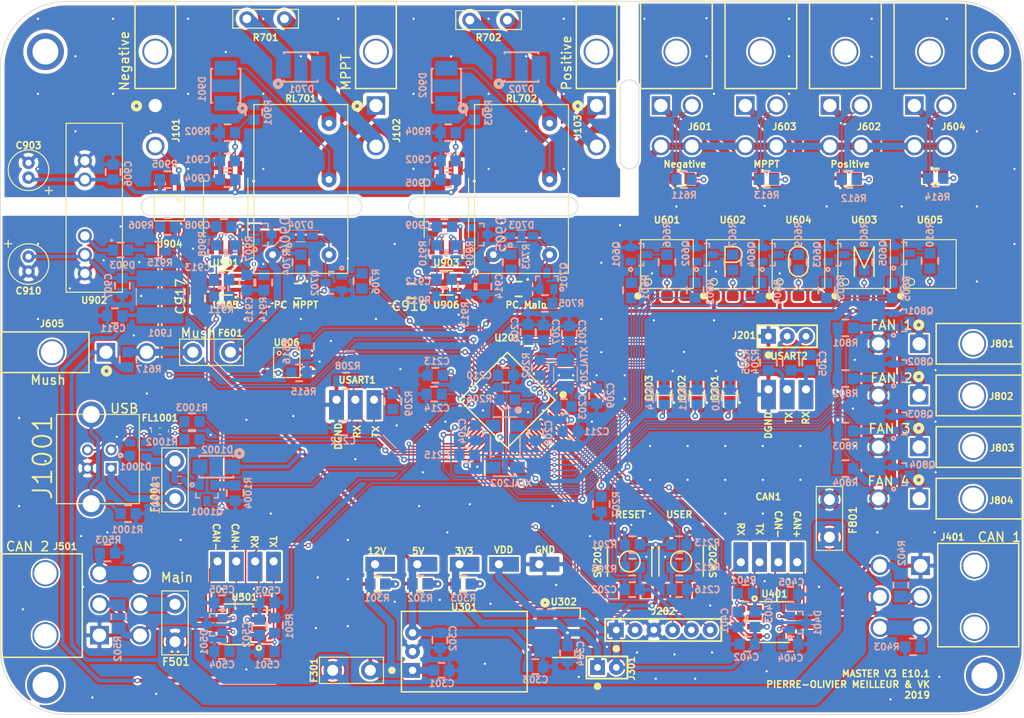
<source format=kicad_pcb>
(kicad_pcb (version 20171130) (host pcbnew "(5.1.4)-1")
  (layers (0 F.Cu signal) (31 B.Cu signal) (34 B.Paste user hide) (35 F.Paste user hide) (36 B.SilkS user) (37 F.SilkS user) (38 B.Mask user hide) (39 F.Mask user hide) (44 Edge.Cuts user))
  (net 0 "")
  (net 1 DGND)
  (net 2 "Net-(C201-Pad2)")
  (net 3 /NRST)
  (net 4 "Net-(C203-Pad1)")
  (net 5 "Net-(C204-Pad2)")
  (net 6 /STM32F446/PA3_RX)
  (net 7 VDD)
  (net 8 "Net-(C208-Pad1)")
  (net 9 /VBat)
  (net 10 /STM32F446/PA10_RX)
  (net 11 "Net-(C213-Pad2)")
  (net 12 /STM32F446/USER_BTN)
  (net 13 12V)
  (net 14 5V)
  (net 15 3.3V)
  (net 16 "Net-(C401-Pad2)")
  (net 17 /CAN1/CAN_N)
  (net 18 /CAN1/CAN_P)
  (net 19 "Net-(C501-Pad1)")
  (net 20 "Net-(C901-Pad1)")
  (net 21 AGND)
  (net 22 "Net-(C902-Pad1)")
  (net 23 "Net-(C907-Pad1)")
  (net 24 /PA4)
  (net 25 "Net-(C912-Pad2)")
  (net 26 "Net-(C913-Pad1)")
  (net 27 /PA6)
  (net 28 "Net-(C914-Pad2)")
  (net 29 "Net-(C915-Pad2)")
  (net 30 "Net-(D201-Pad1)")
  (net 31 /PC6)
  (net 32 "Net-(D202-Pad1)")
  (net 33 /PB15)
  (net 34 "Net-(D203-Pad1)")
  (net 35 /PB14)
  (net 36 "Net-(D301-Pad2)")
  (net 37 "Net-(D302-Pad2)")
  (net 38 "Net-(D303-Pad2)")
  (net 39 "/Voltage Sense/MPPT-HV+")
  (net 40 "/Voltage Sense/BP-HV+")
  (net 41 "Net-(D903-Pad1)")
  (net 42 "Net-(D903-Pad2)")
  (net 43 CAN_PWR)
  (net 44 /RS232_TX)
  (net 45 /RS232_RX)
  (net 46 /STM32F446/SWCLK)
  (net 47 /STM32F446/SWDIO)
  (net 48 /STM32F446/SWO)
  (net 49 /CAN1/Shield1)
  (net 50 "Net-(J801-Pad1)")
  (net 51 "Net-(J802-Pad1)")
  (net 52 "Net-(Q701-Pad1)")
  (net 53 "Net-(Q702-Pad1)")
  (net 54 /PC0)
  (net 55 /PC1)
  (net 56 /PC2)
  (net 57 "Net-(R201-Pad1)")
  (net 58 "Net-(R202-Pad1)")
  (net 59 /STM32F446/PA2_TX)
  (net 60 "Net-(R206-Pad1)")
  (net 61 /STM32F446/PA9_TX)
  (net 62 /PA12)
  (net 63 /PB13)
  (net 64 /PD2)
  (net 65 /PC11)
  (net 66 /PC12)
  (net 67 /PC10)
  (net 68 /PB10)
  (net 69 /PB2)
  (net 70 /PA5)
  (net 71 /PB12)
  (net 72 /PA11)
  (net 73 /PB5)
  (net 74 /STM32F446/USART2_TX)
  (net 75 /STM32F446/USART2_RX)
  (net 76 "Net-(SW201-Pad1)")
  (net 77 "Net-(SW201-Pad3)")
  (net 78 "Net-(SW202-Pad4)")
  (net 79 "Net-(SW202-Pad2)")
  (net 80 /PC3)
  (net 81 /PC7)
  (net 82 /PC8)
  (net 83 /PC9)
  (net 84 /PA8)
  (net 85 /PA7)
  (net 86 /PC4)
  (net 87 /PC5)
  (net 88 /PB0)
  (net 89 /PB1)
  (net 90 /PA15)
  (net 91 /PB4)
  (net 92 /PB6)
  (net 93 /PB7)
  (net 94 /BOOT0)
  (net 95 /PB8)
  (net 96 /PB9)
  (net 97 "Net-(U401-Pad5)")
  (net 98 "Net-(U401-Pad8)")
  (net 99 "Net-(U501-Pad5)")
  (net 100 "Net-(U501-Pad8)")
  (net 101 "Net-(XTAL202-Pad2)")
  (net 102 "Net-(XTAL202-Pad3)")
  (net 103 5V_HP)
  (net 104 /HV_High_Side+)
  (net 105 /HV_Mppt+)
  (net 106 /12V_Mush)
  (net 107 /HV_Mppt-)
  (net 108 /HV_High_Side-)
  (net 109 "Net-(F601-Pad1)")
  (net 110 "Net-(D1001-Pad4)")
  (net 111 "Net-(F1001-Pad1)")
  (net 112 "Net-(FL1001-Pad3)")
  (net 113 "Net-(FL1001-Pad2)")
  (net 114 /USB/D-)
  (net 115 /USB/D+)
  (net 116 /HV_Low_Side+)
  (net 117 "Net-(J803-Pad1)")
  (net 118 "Net-(J804-Pad1)")
  (net 119 /USB/Shield_Connector)
  (net 120 /PA0)
  (net 121 /PA1)
  (net 122 "Net-(U601-Pad3)")
  (net 123 "Net-(U602-Pad3)")
  (net 124 "Net-(U603-Pad3)")
  (net 125 "Net-(U604-Pad3)")
  (net 126 "Net-(D601-Pad2)")
  (net 127 "Net-(J601-Pad1)")
  (net 128 "Net-(J601-Pad2)")
  (net 129 "Net-(J601-Pad3)")
  (net 130 "Net-(Q601-Pad3)")
  (net 131 "Net-(Q601-Pad1)")
  (net 132 "Net-(U605-Pad3)")
  (net 133 "Net-(D602-Pad2)")
  (net 134 "Net-(D603-Pad2)")
  (net 135 "Net-(D604-Pad2)")
  (net 136 "Net-(D701-Pad1)")
  (net 137 "Net-(D702-Pad1)")
  (net 138 "Net-(H101-Pad1)")
  (net 139 "Net-(H102-Pad1)")
  (net 140 "Net-(H103-Pad1)")
  (net 141 "Net-(H104-Pad1)")
  (net 142 "Net-(D703-Pad2)")
  (net 143 "Net-(D704-Pad2)")
  (net 144 "Net-(D705-Pad2)")
  (net 145 "Net-(D706-Pad2)")
  (net 146 "Net-(J602-Pad2)")
  (net 147 "Net-(J602-Pad1)")
  (net 148 "Net-(J603-Pad2)")
  (net 149 "Net-(J603-Pad1)")
  (net 150 "Net-(J604-Pad2)")
  (net 151 "Net-(J604-Pad1)")
  (net 152 "Net-(Q602-Pad1)")
  (net 153 "Net-(Q602-Pad3)")
  (net 154 "Net-(Q603-Pad1)")
  (net 155 "Net-(Q603-Pad3)")
  (net 156 "Net-(Q604-Pad1)")
  (net 157 "Net-(Q604-Pad3)")
  (net 158 "Net-(Q605-Pad1)")
  (net 159 "Net-(Q605-Pad3)")
  (net 160 "Net-(R212-Pad1)")
  (net 161 "Net-(R606-Pad2)")
  (net 162 "Net-(R607-Pad2)")
  (net 163 "Net-(R608-Pad2)")
  (net 164 "Net-(R609-Pad2)")
  (net 165 "Net-(R610-Pad2)")
  (net 166 "Net-(R615-Pad1)")
  (net 167 "Net-(R701-Pad2)")
  (net 168 "Net-(R702-Pad2)")
  (net 169 /CAN2/Shield2)
  (net 170 /CAN2/CAN2_H)
  (net 171 /CAN2/CAN2_L)
  (net 172 /USB/5V_EXT)
  (net 173 "Net-(D904-Pad1)")
  (net 174 "Net-(D904-Pad2)")
  (net 175 "Net-(D905-Pad1)")
  (net 176 "Net-(D905-Pad2)")
  (net 177 "Net-(F501-Pad1)")
  (net 178 "/Fan Control/12V_FANS")
  (module Connectors:Keystone_5001 (layer F.Cu) (at 117.76616 113.137089 270)
    (fp_text reference TP502 hide)
    (fp_text value Test_Point_THM hide)
    (pad 1 thru_hole rect (at 0 0 270) (size 4 2) (drill 1.1 (offset 0.7 0)) (layers *.Cu *.Mask) (net 73 /PB5))
  )
  (module Fuses:TE5_395 (layer F.Cu) (at 195.453 107.315 90)
    (fp_text reference F801 (at -0.254 3.175 90) (layer F.SilkS) (effects (font (thickness 0.2032))))
    (fp_text value 39511000440 hide)
    (pad 2 thru_hole circle (at 2.54 0 90) (size 2.5 2.5) (drill 1.5) (layers *.Cu *.Mask) (net 178 "/Fan Control/12V_FANS"))
    (pad 1 thru_hole circle (at -2.54 0 90) (size 2.5 2.5) (drill 1.5) (layers *.Cu *.Mask) (net 43 CAN_PWR))
  )
  (module Fuses:TE5_395 (layer F.Cu) (at 106.934 121.4755 270)
    (fp_text reference F501 (at 5.2705 -0.127 180) (layer F.SilkS) (effects (font (thickness 0.2032))))
    (fp_text value 39511000440 hide)
    (pad 2 thru_hole circle (at 2.54 0 270) (size 2.5 2.5) (drill 1.5) (layers *.Cu *.Mask) (net 43 CAN_PWR))
    (pad 1 thru_hole circle (at -2.54 0 270) (size 2.5 2.5) (drill 1.5) (layers *.Cu *.Mask) (net 177 "Net-(F501-Pad1)"))
  )
  (module Diodes:LED_0805_BLUE (layer F.Cu) (at 154.432 76.274184 180)
    (fp_text reference D705 hide)
    (fp_text value 150080BS75000 hide)
    (pad 1 smd rect (at 0 0 180) (size 1.4 1.5) (layers F.Cu F.Paste F.Mask) (net 142 "Net-(D703-Pad2)"))
    (pad 2 smd rect (at 2.05 0 180) (size 1.4 1.5) (layers F.Cu F.Paste F.Mask) (net 144 "Net-(D705-Pad2)"))
  )
  (module Capacitors:C0805 (layer B.Cu) (at 156.718 127.381 180)
    (fp_text reference C303 (at 1.016 -1.778 180) (layer B.SilkS) (effects (font (size 0.9 0.9) (thickness 0.2032)) (justify mirror)))
    (fp_text value 885012107014 hide)
    (pad 2 smd rect (at 2.05 0 180) (size 1.4 1.5) (layers B.Cu B.Paste B.Mask) (net 14 5V))
    (pad 1 smd rect (at 0 0 180) (size 1.4 1.5) (layers B.Cu B.Paste B.Mask) (net 1 DGND))
  )
  (module Resistors:R0805 (layer B.Cu) (at 196.596 100.584)
    (fp_text reference R804 (at 1.016 1.905) (layer B.SilkS) (effects (font (size 0.9 0.9) (thickness 0.2032)) (justify mirror)))
    (fp_text value RC0805JR-0710KL hide)
    (pad 2 smd rect (at 2.05 0) (size 1.4 1.5) (layers B.Cu B.Paste B.Mask) (net 81 /PC7))
    (pad 1 smd rect (at 0 0) (size 1.4 1.5) (layers B.Cu B.Paste B.Mask) (net 7 VDD))
  )
  (module Fuses:TE5_395 (layer F.Cu) (at 111.887 84.836)
    (fp_text reference F601 (at 2.54 -2.592816) (layer F.SilkS) (effects (font (size 0.9 0.9) (thickness 0.2032))))
    (fp_text value 39511000440 hide)
    (pad 2 thru_hole circle (at 2.54 0) (size 2.5 2.5) (drill 1.5) (layers *.Cu *.Mask) (net 106 /12V_Mush))
    (pad 1 thru_hole circle (at -2.54 0) (size 2.5 2.5) (drill 1.5) (layers *.Cu *.Mask) (net 109 "Net-(F601-Pad1)"))
  )
  (module Resistors:R0805 (layer B.Cu) (at 108.204 96.647)
    (fp_text reference R1002 (at -3.048 0.328184) (layer B.SilkS) (effects (font (size 0.9 0.9) (thickness 0.2032)) (justify mirror)))
    (fp_text value RC0805JR-070RL hide)
    (pad 2 smd rect (at 2.05 0) (size 1.4 1.5) (layers B.Cu B.Paste B.Mask) (net 72 /PA11))
    (pad 1 smd rect (at 0 0) (size 1.4 1.5) (layers B.Cu B.Paste B.Mask) (net 112 "Net-(FL1001-Pad3)"))
  )
  (module Fuses:TE5_395 (layer F.Cu) (at 106.934 102.108 90)
    (fp_text reference F1001 (at -2.286 -2.794 90) (layer F.SilkS) (effects (font (size 0.9 0.9) (thickness 0.2032))))
    (fp_text value 39505000440 hide)
    (pad 2 thru_hole circle (at 2.54 0 90) (size 2.5 2.5) (drill 1.5) (layers *.Cu *.Mask) (net 110 "Net-(D1001-Pad4)"))
    (pad 1 thru_hole circle (at -2.54 0 90) (size 2.5 2.5) (drill 1.5) (layers *.Cu *.Mask) (net 111 "Net-(F1001-Pad1)"))
  )
  (module IC:SOT-23-3 (layer B.Cu) (at 111.252 103.886)
    (fp_text reference Q1001 (at 0 2.54) (layer B.SilkS) (effects (font (size 0.9 0.9) (thickness 0.2032)) (justify mirror)))
    (fp_text value BSS806NH6327XTSA1 hide)
    (pad 3 smd rect (at 0 1.1) (size 1 1.4) (layers B.Cu B.Paste B.Mask) (net 7 VDD))
    (pad 2 smd rect (at 0.95 -1.1) (size 1 1.4) (layers B.Cu B.Paste B.Mask) (net 84 /PA8))
    (pad 1 smd rect (at -0.95 -1.1) (size 1 1.4) (layers B.Cu B.Paste B.Mask) (net 172 /USB/5V_EXT))
  )
  (module Resistors:R0805 (layer B.Cu) (at 115.062 102.87 270)
    (fp_text reference R1004 (at 1.016 -1.778 270) (layer B.SilkS) (effects (font (size 0.9 0.9) (thickness 0.2032)) (justify mirror)))
    (fp_text value RC0805JR-074K7L hide)
    (pad 1 smd rect (at 0 0 270) (size 1.4 1.5) (layers B.Cu B.Paste B.Mask) (net 84 /PA8))
    (pad 2 smd rect (at 2.05 0 270) (size 1.4 1.5) (layers B.Cu B.Paste B.Mask) (net 1 DGND))
  )
  (module IC:SOT-23-3 (layer B.Cu) (at 148.082 68.908184 90)
    (fp_text reference D905 (at 0.03 2.97 90) (layer B.SilkS) (effects (font (size 1.27 1.27) (thickness 0.2032)) (justify mirror)))
    (fp_text value D1213A-02SOL-7 hide)
    (pad 1 smd rect (at -0.95 -1.1 90) (size 1 1.4) (layers B.Cu B.Paste B.Mask) (net 175 "Net-(D905-Pad1)"))
    (pad 2 smd rect (at 0.95 -1.1 90) (size 1 1.4) (layers B.Cu B.Paste B.Mask) (net 176 "Net-(D905-Pad2)"))
    (pad 3 smd rect (at 0 1.1 90) (size 1 1.4) (layers B.Cu B.Paste B.Mask) (net 1 DGND))
  )
  (module IC:SOT-23-3 (layer B.Cu) (at 118.872 68.908184 90)
    (fp_text reference D904 (at 0.03 2.97 270) (layer B.SilkS) (effects (font (size 1.27 1.27) (thickness 0.2032)) (justify mirror)))
    (fp_text value D1213A-02SOL-7 hide)
    (pad 1 smd rect (at -0.95 -1.1 90) (size 1 1.4) (layers B.Cu B.Paste B.Mask) (net 173 "Net-(D904-Pad1)"))
    (pad 2 smd rect (at 0.95 -1.1 90) (size 1 1.4) (layers B.Cu B.Paste B.Mask) (net 174 "Net-(D904-Pad2)"))
    (pad 3 smd rect (at 0 1.1 90) (size 1 1.4) (layers B.Cu B.Paste B.Mask) (net 1 DGND))
  )
  (module IC:NCS1S2405SC (layer F.Cu) (at 96.012 65.278 90)
    (fp_text reference U902 (at -12.520184 0 180) (layer F.SilkS) (effects (font (size 0.9 0.9) (thickness 0.2032))))
    (fp_text value NCS1S2405SC hide)
    (pad 1 thru_hole circle (at -8.89 -1.27 90) (size 1.905 1.905) (drill 1.24968) (layers *.Cu *.Mask) (net 1 DGND))
    (pad 2 thru_hole circle (at -6.35 -1.27 90) (size 1.905 1.905) (drill 1.24968) (layers *.Cu *.Mask) (net 23 "Net-(C907-Pad1)"))
    (pad 3 thru_hole circle (at -3.81 -1.27 90) (size 1.905 1.905) (drill 1.24968) (layers *.Cu *.Mask) (net 41 "Net-(D903-Pad1)"))
    (pad 6 thru_hole circle (at 3.81 -1.27 90) (size 1.905 1.905) (drill 1.24968) (layers *.Cu *.Mask) (net 103 5V_HP))
    (pad 7 thru_hole circle (at 6.35 -1.27 90) (size 1.905 1.905) (drill 1.24968) (layers *.Cu *.Mask) (net 21 AGND))
  )
  (module Resistors:TR50 (layer F.Cu) (at 119.192 39.698184)
    (fp_text reference R701 (at 0 2.54) (layer F.SilkS) (effects (font (size 0.9 0.9) (thickness 0.2032))))
    (fp_text value TR50JBC100R hide)
    (pad 1 thru_hole circle (at -2.54 0) (size 2.032 2.032) (drill 1.1811) (layers *.Cu *.Mask) (net 136 "Net-(D701-Pad1)"))
    (pad 2 thru_hole circle (at 2.54 0) (size 2.032 2.032) (drill 1.1811) (layers *.Cu *.Mask) (net 167 "Net-(R701-Pad2)"))
  )
  (module Resistors:TR50 (layer F.Cu) (at 149.352 39.878)
    (fp_text reference R702 (at 0 2.360184) (layer F.SilkS) (effects (font (size 0.9 0.9) (thickness 0.2032))))
    (fp_text value TR50JBC100R hide)
    (pad 1 thru_hole circle (at -2.54 0) (size 2.032 2.032) (drill 1.1811) (layers *.Cu *.Mask) (net 137 "Net-(D702-Pad1)"))
    (pad 2 thru_hole circle (at 2.54 0) (size 2.032 2.032) (drill 1.1811) (layers *.Cu *.Mask) (net 168 "Net-(R702-Pad2)"))
  )
  (module Capacitors:C0805 (layer B.Cu) (at 160.274 81.28 270)
    (fp_text reference C201 (at 0.85302 -1.778 90) (layer B.SilkS) (effects (font (size 0.9 0.9) (thickness 0.2032)) (justify mirror)))
    (fp_text value 885012007053 hide)
    (pad 2 smd rect (at 2.05 0 270) (size 1.4 1.5) (layers B.Cu B.Paste B.Mask) (net 2 "Net-(C201-Pad2)"))
    (pad 1 smd rect (at 0 0 270) (size 1.4 1.5) (layers B.Cu B.Paste B.Mask) (net 1 DGND))
  )
  (module Capacitors:C0805 (layer B.Cu) (at 169.799 116.967 180)
    (fp_text reference C202 (at 4.826 0) (layer B.SilkS) (effects (font (size 0.9 0.9) (thickness 0.2032)) (justify mirror)))
    (fp_text value 885012207098 hide)
    (pad 2 smd rect (at 2.05 0 180) (size 1.4 1.5) (layers B.Cu B.Paste B.Mask) (net 1 DGND))
    (pad 1 smd rect (at 0 0 180) (size 1.4 1.5) (layers B.Cu B.Paste B.Mask) (net 3 /NRST))
  )
  (module Capacitors:C0805 (layer B.Cu) (at 160.56398 92.176638 180)
    (fp_text reference C203 (at -1.48802 -0.025362 270) (layer B.SilkS) (effects (font (size 0.9 0.9) (thickness 0.2032)) (justify mirror)))
    (fp_text value 885012007053 hide)
    (pad 2 smd rect (at 2.05 0 180) (size 1.4 1.5) (layers B.Cu B.Paste B.Mask) (net 1 DGND))
    (pad 1 smd rect (at 0 0 180) (size 1.4 1.5) (layers B.Cu B.Paste B.Mask) (net 4 "Net-(C203-Pad1)"))
  )
  (module Capacitors:C0805 (layer B.Cu) (at 147.574 96.774 90)
    (fp_text reference C204 (at 1.27 -1.778 90) (layer B.SilkS) (effects (font (size 0.9 0.9) (thickness 0.2032)) (justify mirror)))
    (fp_text value 885012007027 hide)
    (pad 2 smd rect (at 2.05 0 90) (size 1.4 1.5) (layers B.Cu B.Paste B.Mask) (net 5 "Net-(C204-Pad2)"))
    (pad 1 smd rect (at 0 0 90) (size 1.4 1.5) (layers B.Cu B.Paste B.Mask) (net 1 DGND))
  )
  (module Capacitors:C0805 (layer B.Cu) (at 192.786 85.217 270)
    (fp_text reference C205 (at 1.143 -1.778 90) (layer B.SilkS) (effects (font (size 0.9 0.9) (thickness 0.2032)) (justify mirror)))
    (fp_text value 885012007053 hide)
    (pad 2 smd rect (at 2.05 0 270) (size 1.4 1.5) (layers B.Cu B.Paste B.Mask) (net 6 /STM32F446/PA3_RX))
    (pad 1 smd rect (at 0 0 270) (size 1.4 1.5) (layers B.Cu B.Paste B.Mask) (net 1 DGND))
  )
  (module Capacitors:C0805 (layer B.Cu) (at 154.686 81.100184 270)
    (fp_text reference C206 (at 0.687816 1.778 270) (layer B.SilkS) (effects (font (size 0.9 0.9) (thickness 0.2032)) (justify mirror)))
    (fp_text value 885012107015 hide)
    (pad 2 smd rect (at 2.05 0 270) (size 1.4 1.5) (layers B.Cu B.Paste B.Mask) (net 7 VDD))
    (pad 1 smd rect (at 0 0 270) (size 1.4 1.5) (layers B.Cu B.Paste B.Mask) (net 1 DGND))
  )
  (module Capacitors:C0805 (layer B.Cu) (at 156.762966 81.170111 270)
    (fp_text reference C207 (at 0.871889 -1.733034 90) (layer B.SilkS) (effects (font (size 0.9 0.9) (thickness 0.2032)) (justify mirror)))
    (fp_text value 885012207092 hide)
    (pad 2 smd rect (at 2.05 0 270) (size 1.4 1.5) (layers B.Cu B.Paste B.Mask) (net 7 VDD))
    (pad 1 smd rect (at 0 0 270) (size 1.4 1.5) (layers B.Cu B.Paste B.Mask) (net 1 DGND))
  )
  (module Capacitors:C0805 (layer B.Cu) (at 155.702 94.742 270)
    (fp_text reference C208 (at 1.016 -1.778 270) (layer B.SilkS) (effects (font (size 0.9 0.9) (thickness 0.2032)) (justify mirror)))
    (fp_text value 885012007027 hide)
    (pad 2 smd rect (at 2.05 0 270) (size 1.4 1.5) (layers B.Cu B.Paste B.Mask) (net 1 DGND))
    (pad 1 smd rect (at 0 0 270) (size 1.4 1.5) (layers B.Cu B.Paste B.Mask) (net 8 "Net-(C208-Pad1)"))
  )
  (module Capacitors:C0805 (layer B.Cu) (at 163.957 91.768184 90)
    (fp_text reference C209 (at 1.090184 1.905 90) (layer B.SilkS) (effects (font (size 0.9 0.9) (thickness 0.2032)) (justify mirror)))
    (fp_text value 885012107015 hide)
    (pad 2 smd rect (at 2.05 0 90) (size 1.4 1.5) (layers B.Cu B.Paste B.Mask) (net 9 /VBat))
    (pad 1 smd rect (at 0 0 90) (size 1.4 1.5) (layers B.Cu B.Paste B.Mask) (net 1 DGND))
  )
  (module Capacitors:C0805 (layer B.Cu) (at 150.622 87.958184)
    (fp_text reference C210 (at -2.54 0) (layer B.SilkS) (effects (font (size 0.9 0.9) (thickness 0.2032)) (justify mirror)))
    (fp_text value 885012207098 hide)
    (pad 2 smd rect (at 2.05 0) (size 1.4 1.5) (layers B.Cu B.Paste B.Mask) (net 1 DGND))
    (pad 1 smd rect (at 0 0) (size 1.4 1.5) (layers B.Cu B.Paste B.Mask) (net 7 VDD))
  )
  (module Capacitors:C0805 (layer B.Cu) (at 161.417 95.578184 180)
    (fp_text reference C211 (at -2.54 0 180) (layer B.SilkS) (effects (font (size 0.9 0.9) (thickness 0.2032)) (justify mirror)))
    (fp_text value 885012207098 hide)
    (pad 2 smd rect (at 2.05 0 180) (size 1.4 1.5) (layers B.Cu B.Paste B.Mask) (net 7 VDD))
    (pad 1 smd rect (at 0 0 180) (size 1.4 1.5) (layers B.Cu B.Paste B.Mask) (net 1 DGND))
  )
  (module Capacitors:C0805 (layer B.Cu) (at 128.778 95.070184)
    (fp_text reference C212 (at 0.889 1.778) (layer B.SilkS) (effects (font (size 0.9 0.9) (thickness 0.2032)) (justify mirror)))
    (fp_text value 885012007053 hide)
    (pad 2 smd rect (at 2.05 0) (size 1.4 1.5) (layers B.Cu B.Paste B.Mask) (net 10 /STM32F446/PA10_RX))
    (pad 1 smd rect (at 0 0) (size 1.4 1.5) (layers B.Cu B.Paste B.Mask) (net 1 DGND))
  )
  (module Capacitors:C0805 (layer B.Cu) (at 141.097 87.958184)
    (fp_text reference C213 (at 1.27 -1.905) (layer B.SilkS) (effects (font (size 0.9 0.9) (thickness 0.2032)) (justify mirror)))
    (fp_text value 885012107018 hide)
    (pad 2 smd rect (at 2.05 0) (size 1.4 1.5) (layers B.Cu B.Paste B.Mask) (net 11 "Net-(C213-Pad2)"))
    (pad 1 smd rect (at 0 0) (size 1.4 1.5) (layers B.Cu B.Paste B.Mask) (net 1 DGND))
  )
  (module Capacitors:C0805 (layer B.Cu) (at 143.002 90.498184 180)
    (fp_text reference C214 (at 0.635 -1.905 180) (layer B.SilkS) (effects (font (size 0.9 0.9) (thickness 0.2032)) (justify mirror)))
    (fp_text value 885012207098 hide)
    (pad 2 smd rect (at 2.05 0 180) (size 1.4 1.5) (layers B.Cu B.Paste B.Mask) (net 1 DGND))
    (pad 1 smd rect (at 0 0 180) (size 1.4 1.5) (layers B.Cu B.Paste B.Mask) (net 7 VDD))
  )
  (module Capacitors:C0805 (layer B.Cu) (at 147.447 98.753184 180)
    (fp_text reference C215 (at 5.08 0 180) (layer B.SilkS) (effects (font (size 0.9 0.9) (thickness 0.2032)) (justify mirror)))
    (fp_text value 885012207098 hide)
    (pad 2 smd rect (at 2.05 0 180) (size 1.4 1.5) (layers B.Cu B.Paste B.Mask) (net 1 DGND))
    (pad 1 smd rect (at 0 0 180) (size 1.4 1.5) (layers B.Cu B.Paste B.Mask) (net 7 VDD))
  )
  (module Capacitors:C0805 (layer B.Cu) (at 174.117 116.967)
    (fp_text reference C216 (at 4.826 0) (layer B.SilkS) (effects (font (size 0.9 0.9) (thickness 0.2032)) (justify mirror)))
    (fp_text value 885012207098 hide)
    (pad 2 smd rect (at 2.05 0) (size 1.4 1.5) (layers B.Cu B.Paste B.Mask) (net 1 DGND))
    (pad 1 smd rect (at 0 0) (size 1.4 1.5) (layers B.Cu B.Paste B.Mask) (net 12 /STM32F446/USER_BTN))
  )
  (module Capacitors:C0805 (layer B.Cu) (at 144.018 127.889 180)
    (fp_text reference C301 (at 1.016 -1.778 180) (layer B.SilkS) (effects (font (size 0.9 0.9) (thickness 0.2032)) (justify mirror)))
    (fp_text value 885012107018 hide)
    (pad 2 smd rect (at 2.05 0 180) (size 1.4 1.5) (layers B.Cu B.Paste B.Mask) (net 13 12V))
    (pad 1 smd rect (at 0 0 180) (size 1.4 1.5) (layers B.Cu B.Paste B.Mask) (net 1 DGND))
  )
  (module Capacitors:C0805 (layer B.Cu) (at 142.748 124.841 90)
    (fp_text reference C302 (at 1.288 1.778 90) (layer B.SilkS) (effects (font (size 0.9 0.9) (thickness 0.2032)) (justify mirror)))
    (fp_text value 885012107018 hide)
    (pad 1 smd rect (at 0 0 90) (size 1.4 1.5) (layers B.Cu B.Paste B.Mask) (net 1 DGND))
    (pad 2 smd rect (at 2.05 0 90) (size 1.4 1.5) (layers B.Cu B.Paste B.Mask) (net 14 5V))
  )
  (module Capacitors:C0805 (layer B.Cu) (at 160.02 126.637 90)
    (fp_text reference C304 (at 1.016 1.778 270) (layer B.SilkS) (effects (font (size 0.9 0.9) (thickness 0.2032)) (justify mirror)))
    (fp_text value 885012107005 hide)
    (pad 1 smd rect (at 0 0 90) (size 1.4 1.5) (layers B.Cu B.Paste B.Mask) (net 1 DGND))
    (pad 2 smd rect (at 2.05 0 90) (size 1.4 1.5) (layers B.Cu B.Paste B.Mask) (net 15 3.3V))
  )
  (module Capacitors:C0805 (layer B.Cu) (at 183.0705 122.047 90)
    (fp_text reference C401 (at 0.889 -1.778 270) (layer B.SilkS) (effects (font (size 0.9 0.9) (thickness 0.2032)) (justify mirror)))
    (fp_text value 885012207080 hide)
    (pad 1 smd rect (at 0 0 90) (size 1.4 1.5) (layers B.Cu B.Paste B.Mask) (net 1 DGND))
    (pad 2 smd rect (at 2.05 0 90) (size 1.4 1.5) (layers B.Cu B.Paste B.Mask) (net 16 "Net-(C401-Pad2)"))
  )
  (module Capacitors:C0805 (layer B.Cu) (at 183.3245 124.333)
    (fp_text reference C402 (at 0.889 1.778) (layer B.SilkS) (effects (font (size 0.9 0.9) (thickness 0.2032)) (justify mirror)))
    (fp_text value 885012107015 hide)
    (pad 1 smd rect (at 0 0) (size 1.4 1.5) (layers B.Cu B.Paste B.Mask) (net 1 DGND))
    (pad 2 smd rect (at 2.05 0) (size 1.4 1.5) (layers B.Cu B.Paste B.Mask) (net 7 VDD))
  )
  (module Capacitors:C0805 (layer B.Cu) (at 185.378054 119.962184 270)
    (fp_text reference C403 (at -0.201184 -1.883446 270) (layer B.SilkS) (effects (font (size 0.9 0.9) (thickness 0.2032)) (justify mirror)))
    (fp_text value 885012207098 hide)
    (pad 1 smd rect (at 0 0 270) (size 1.4 1.5) (layers B.Cu B.Paste B.Mask) (net 1 DGND))
    (pad 2 smd rect (at 2.05 0 270) (size 1.4 1.5) (layers B.Cu B.Paste B.Mask) (net 7 VDD))
  )
  (module Capacitors:C0805 (layer B.Cu) (at 189.1665 124.333)
    (fp_text reference C404 (at 1.016 1.905) (layer B.SilkS) (effects (font (size 0.9 0.9) (thickness 0.2032)) (justify mirror)))
    (fp_text value 885012007053 hide)
    (pad 2 smd rect (at 2.05 0) (size 1.4 1.5) (layers B.Cu B.Paste B.Mask) (net 1 DGND))
    (pad 1 smd rect (at 0 0) (size 1.4 1.5) (layers B.Cu B.Paste B.Mask) (net 17 /CAN1/CAN_N))
  )
  (module Capacitors:C0805 (layer B.Cu) (at 189.1665 117.602)
    (fp_text reference C405 (at 1.143 -1.651 180) (layer B.SilkS) (effects (font (size 0.9 0.9) (thickness 0.2032)) (justify mirror)))
    (fp_text value 885012007053 hide)
    (pad 2 smd rect (at 2.05 0) (size 1.4 1.5) (layers B.Cu B.Paste B.Mask) (net 1 DGND))
    (pad 1 smd rect (at 0 0) (size 1.4 1.5) (layers B.Cu B.Paste B.Mask) (net 18 /CAN1/CAN_P))
  )
  (module Capacitors:C0805 (layer B.Cu) (at 120.396 125.349 180)
    (fp_text reference C501 (at 1.016 -1.778) (layer B.SilkS) (effects (font (size 0.9 0.9) (thickness 0.2032)) (justify mirror)))
    (fp_text value 885012207080 hide)
    (pad 2 smd rect (at 2.05 0 180) (size 1.4 1.5) (layers B.Cu B.Paste B.Mask) (net 1 DGND))
    (pad 1 smd rect (at 0 0 180) (size 1.4 1.5) (layers B.Cu B.Paste B.Mask) (net 19 "Net-(C501-Pad1)"))
  )
  (module Capacitors:C0805 (layer B.Cu) (at 118.364 123.081 90)
    (fp_text reference C502 (at 0.018 -1.778 90) (layer B.SilkS) (effects (font (size 0.9 0.9) (thickness 0.2032)) (justify mirror)))
    (fp_text value 885012107015 hide)
    (pad 2 smd rect (at 2.05 0 90) (size 1.4 1.5) (layers B.Cu B.Paste B.Mask) (net 7 VDD))
    (pad 1 smd rect (at 0 0 90) (size 1.4 1.5) (layers B.Cu B.Paste B.Mask) (net 1 DGND))
  )
  (module Capacitors:C0805 (layer B.Cu) (at 120.396 118.745 180)
    (fp_text reference C503 (at 0.889 1.651) (layer B.SilkS) (effects (font (size 0.9 0.9) (thickness 0.2032)) (justify mirror)))
    (fp_text value 885012207098 hide)
    (pad 2 smd rect (at 2.05 0 180) (size 1.4 1.5) (layers B.Cu B.Paste B.Mask) (net 7 VDD))
    (pad 1 smd rect (at 0 0 180) (size 1.4 1.5) (layers B.Cu B.Paste B.Mask) (net 1 DGND))
  )
  (module Capacitors:C0805 (layer B.Cu) (at 114.3 125.349 180)
    (fp_text reference C504 (at 1.016 -1.778 180) (layer B.SilkS) (effects (font (size 0.9 0.9) (thickness 0.2032)) (justify mirror)))
    (fp_text value 885012007053 hide)
    (pad 2 smd rect (at 2.05 0 180) (size 1.4 1.5) (layers B.Cu B.Paste B.Mask) (net 1 DGND))
    (pad 1 smd rect (at 0 0 180) (size 1.4 1.5) (layers B.Cu B.Paste B.Mask) (net 170 /CAN2/CAN2_H))
  )
  (module Capacitors:C0805 (layer B.Cu) (at 114.3 118.745 180)
    (fp_text reference C505 (at 1.016 1.778) (layer B.SilkS) (effects (font (size 0.9 0.9) (thickness 0.2032)) (justify mirror)))
    (fp_text value 885012007053 hide)
    (pad 2 smd rect (at 2.05 0 180) (size 1.4 1.5) (layers B.Cu B.Paste B.Mask) (net 1 DGND))
    (pad 1 smd rect (at 0 0 180) (size 1.4 1.5) (layers B.Cu B.Paste B.Mask) (net 171 /CAN2/CAN2_L))
  )
  (module Capacitors:C0805 (layer B.Cu) (at 115.062 58.928 180)
    (fp_text reference C901 (at 5.08 0.179816 180) (layer B.SilkS) (effects (font (size 0.9 0.9) (thickness 0.2032)) (justify mirror)))
    (fp_text value 885012207080 hide)
    (pad 2 smd rect (at 2.05 0 180) (size 1.4 1.5) (layers B.Cu B.Paste B.Mask) (net 21 AGND))
    (pad 1 smd rect (at 0 0 180) (size 1.4 1.5) (layers B.Cu B.Paste B.Mask) (net 20 "Net-(C901-Pad1)"))
  )
  (module Capacitors:C0805 (layer B.Cu) (at 144.907 58.928 180)
    (fp_text reference C902 (at 5.08 0.179816 180) (layer B.SilkS) (effects (font (size 0.9 0.9) (thickness 0.2032)) (justify mirror)))
    (fp_text value 885012207080 hide)
    (pad 2 smd rect (at 2.05 0 180) (size 1.4 1.5) (layers B.Cu B.Paste B.Mask) (net 21 AGND))
    (pad 1 smd rect (at 0 0 180) (size 1.4 1.5) (layers B.Cu B.Paste B.Mask) (net 22 "Net-(C902-Pad1)"))
  )
  (module Capacitors:Radial-Can-5_11_2 (layer F.Cu) (at 87.122 60.198 90)
    (fp_text reference C903 (at 3.354816 0 180) (layer F.SilkS) (effects (font (size 0.9 0.9) (thickness 0.2032))))
    (fp_text value 860020472006 hide)
    (pad 1 thru_hole circle (at -1 0 90) (size 1.6764 1.6764) (drill 0.8382) (layers *.Cu *.Mask) (net 103 5V_HP))
    (pad 2 thru_hole circle (at 1 0 90) (size 1.6764 1.6764) (drill 0.8382) (layers *.Cu *.Mask) (net 21 AGND))
  )
  (module Capacitors:C0805 (layer B.Cu) (at 113.012 61.468)
    (fp_text reference C904 (at -3.03 -0.179816) (layer B.SilkS) (effects (font (size 0.9 0.9) (thickness 0.2032)) (justify mirror)))
    (fp_text value 885012207098 hide)
    (pad 2 smd rect (at 2.05 0) (size 1.4 1.5) (layers B.Cu B.Paste B.Mask) (net 103 5V_HP))
    (pad 1 smd rect (at 0 0) (size 1.4 1.5) (layers B.Cu B.Paste B.Mask) (net 21 AGND))
  )
  (module Capacitors:C0805 (layer B.Cu) (at 142.857 61.468)
    (fp_text reference C905 (at -3.03 0.455184) (layer B.SilkS) (effects (font (size 0.9 0.9) (thickness 0.2032)) (justify mirror)))
    (fp_text value 885012207098 hide)
    (pad 2 smd rect (at 2.05 0) (size 1.4 1.5) (layers B.Cu B.Paste B.Mask) (net 103 5V_HP))
    (pad 1 smd rect (at 0 0) (size 1.4 1.5) (layers B.Cu B.Paste B.Mask) (net 21 AGND))
  )
  (module Capacitors:C0805 (layer B.Cu) (at 98.552 61.468 90)
    (fp_text reference C906 (at 0.814816 2.05 90) (layer B.SilkS) (effects (font (size 0.9 0.9) (thickness 0.2032)) (justify mirror)))
    (fp_text value 885012207098 hide)
    (pad 2 smd rect (at 2.05 0 90) (size 1.4 1.5) (layers B.Cu B.Paste B.Mask) (net 21 AGND))
    (pad 1 smd rect (at 0 0 90) (size 1.4 1.5) (layers B.Cu B.Paste B.Mask) (net 103 5V_HP))
  )
  (module Capacitors:C0805 (layer B.Cu) (at 99.822 74.803 270)
    (fp_text reference C907 (at 1.090184 1.905 270) (layer B.SilkS) (effects (font (size 0.9 0.9) (thickness 0.2032)) (justify mirror)))
    (fp_text value 885012207098 hide)
    (pad 2 smd rect (at 2.05 0 270) (size 1.4 1.5) (layers B.Cu B.Paste B.Mask) (net 1 DGND))
    (pad 1 smd rect (at 0 0 270) (size 1.4 1.5) (layers B.Cu B.Paste B.Mask) (net 23 "Net-(C907-Pad1)"))
  )
  (module Capacitors:C0805 (layer B.Cu) (at 112.522 67.818)
    (fp_text reference C908 (at -2.54 -0.179816) (layer B.SilkS) (effects (font (size 0.9 0.9) (thickness 0.2032)) (justify mirror)))
    (fp_text value 885012207098 hide)
    (pad 2 smd rect (at 2.05 0) (size 1.4 1.5) (layers B.Cu B.Paste B.Mask) (net 14 5V))
    (pad 1 smd rect (at 0 0) (size 1.4 1.5) (layers B.Cu B.Paste B.Mask) (net 1 DGND))
  )
  (module Capacitors:C0805 (layer B.Cu) (at 142.367 67.818)
    (fp_text reference C909 (at -2.54 -0.179816) (layer B.SilkS) (effects (font (size 0.9 0.9) (thickness 0.2032)) (justify mirror)))
    (fp_text value 885012207098 hide)
    (pad 2 smd rect (at 2.05 0) (size 1.4 1.5) (layers B.Cu B.Paste B.Mask) (net 14 5V))
    (pad 1 smd rect (at 0 0) (size 1.4 1.5) (layers B.Cu B.Paste B.Mask) (net 1 DGND))
  )
  (module Capacitors:Radial-Can-5_11_2 (layer F.Cu) (at 87.122 72.898 270)
    (fp_text reference C910 (at 3.630184 0) (layer F.SilkS) (effects (font (size 0.9 0.9) (thickness 0.2032))))
    (fp_text value 860020472006 hide)
    (pad 1 thru_hole circle (at -1 0 270) (size 1.6764 1.6764) (drill 0.8382) (layers *.Cu *.Mask) (net 23 "Net-(C907-Pad1)"))
    (pad 2 thru_hole circle (at 1 0 270) (size 1.6764 1.6764) (drill 0.8382) (layers *.Cu *.Mask) (net 1 DGND))
  )
  (module Capacitors:C0805 (layer B.Cu) (at 99.822 79.883 180)
    (fp_text reference C911 (at 1.27 -1.725184 180) (layer B.SilkS) (effects (font (size 0.9 0.9) (thickness 0.2032)) (justify mirror)))
    (fp_text value 885012207075 hide)
    (pad 2 smd rect (at 2.05 0 180) (size 1.4 1.5) (layers B.Cu B.Paste B.Mask) (net 1 DGND))
    (pad 1 smd rect (at 0 0 180) (size 1.4 1.5) (layers B.Cu B.Paste B.Mask) (net 13 12V))
  )
  (module Capacitors:C0805 (layer B.Cu) (at 144.363317 74.954153 180)
    (fp_text reference C912 (at 4.536317 -0.304031 180) (layer B.SilkS) (effects (font (size 0.9 0.9) (thickness 0.2032)) (justify mirror)))
    (fp_text value 885012207080 hide)
    (pad 2 smd rect (at 2.05 0 180) (size 1.4 1.5) (layers B.Cu B.Paste B.Mask) (net 25 "Net-(C912-Pad2)"))
    (pad 1 smd rect (at 0 0 180) (size 1.4 1.5) (layers B.Cu B.Paste B.Mask) (net 24 /PA4))
  )
  (module Capacitors:C0805 (layer B.Cu) (at 112.208431 75.046929)
    (fp_text reference C913 (at -2.226431 -1.693745) (layer B.SilkS) (effects (font (size 0.9 0.9) (thickness 0.2032)) (justify mirror)))
    (fp_text value 885012207080 hide)
    (pad 2 smd rect (at 2.05 0) (size 1.4 1.5) (layers B.Cu B.Paste B.Mask) (net 27 /PA6))
    (pad 1 smd rect (at 0 0) (size 1.4 1.5) (layers B.Cu B.Paste B.Mask) (net 26 "Net-(C913-Pad1)"))
  )
  (module Capacitors:C0805 (layer B.Cu) (at 148.717 76.973098 90)
    (fp_text reference C914 (at 1.079914 2.05 90) (layer B.SilkS) (effects (font (size 0.9 0.9) (thickness 0.2032)) (justify mirror)))
    (fp_text value 885012207080 hide)
    (pad 2 smd rect (at 2.05 0 90) (size 1.4 1.5) (layers B.Cu B.Paste B.Mask) (net 28 "Net-(C914-Pad2)"))
    (pad 1 smd rect (at 0 0 90) (size 1.4 1.5) (layers B.Cu B.Paste B.Mask) (net 1 DGND))
  )
  (module Capacitors:C0805 (layer B.Cu) (at 116.650023 76.427967 90)
    (fp_text reference C915 (at -2.640217 0.316977 90) (layer B.SilkS) (effects (font (size 0.9 0.9) (thickness 0.2032)) (justify mirror)))
    (fp_text value 885012207080 hide)
    (pad 2 smd rect (at 2.05 0 90) (size 1.4 1.5) (layers B.Cu B.Paste B.Mask) (net 29 "Net-(C915-Pad2)"))
    (pad 1 smd rect (at 0 0 90) (size 1.4 1.5) (layers B.Cu B.Paste B.Mask) (net 1 DGND))
  )
  (module Diodes:LED_0805_GREEN (layer F.Cu) (at 181.991 91.454691 90)
    (fp_text reference D201 (at 1.79 -2.05 90) (layer F.SilkS) (effects (font (size 0.9 0.9) (thickness 0.2032))))
    (fp_text value 150080VS75000 hide)
    (pad 2 smd rect (at 2.05 0 90) (size 1.4 1.5) (layers F.Cu F.Paste F.Mask) (net 56 /PC2))
    (pad 1 smd rect (at 0 0 90) (size 1.4 1.5) (layers F.Cu F.Paste F.Mask) (net 30 "Net-(D201-Pad1)"))
  )
  (module Diodes:LED_0805_YELLOW (layer F.Cu) (at 177.546 91.454691 90)
    (fp_text reference D202 (at 1.79 -2.05 90) (layer F.SilkS) (effects (font (size 0.9 0.9) (thickness 0.2032))))
    (fp_text value 150080YS75000 hide)
    (pad 1 smd rect (at 0 0 90) (size 1.4 1.5) (layers F.Cu F.Paste F.Mask) (net 32 "Net-(D202-Pad1)"))
    (pad 2 smd rect (at 2.05 0 90) (size 1.4 1.5) (layers F.Cu F.Paste F.Mask) (net 55 /PC1))
  )
  (module Diodes:LED_0805_RED (layer F.Cu) (at 173.101 91.454691 90)
    (fp_text reference D203 (at 1.79 -2.05 90) (layer F.SilkS) (effects (font (size 0.9 0.9) (thickness 0.2032))))
    (fp_text value 150080RS75000 hide)
    (pad 2 smd rect (at 2.05 0 90) (size 1.4 1.5) (layers F.Cu F.Paste F.Mask) (net 54 /PC0))
    (pad 1 smd rect (at 0 0 90) (size 1.4 1.5) (layers F.Cu F.Paste F.Mask) (net 34 "Net-(D203-Pad1)"))
  )
  (module IC:SOT-23-3 (layer B.Cu) (at 191.1985 121.412 90)
    (fp_text reference D401 (at -0.052816 2.667 90) (layer B.SilkS) (effects (font (size 0.9 0.9) (thickness 0.2032)) (justify mirror)))
    (fp_text value D1213A-02SOL-7 hide)
    (pad 1 smd rect (at -0.95 -1.1 90) (size 1 1.4) (layers B.Cu B.Paste B.Mask) (net 17 /CAN1/CAN_N))
    (pad 2 smd rect (at 0.95 -1.1 90) (size 1 1.4) (layers B.Cu B.Paste B.Mask) (net 18 /CAN1/CAN_P))
    (pad 3 smd rect (at 0 1.1 90) (size 1 1.4) (layers B.Cu B.Paste B.Mask) (net 1 DGND))
  )
  (module IC:SOT-23-3 (layer B.Cu) (at 112.268 121.727 270)
    (fp_text reference D501 (at 2.352 1.397 90) (layer B.SilkS) (effects (font (size 0.9 0.9) (thickness 0.2032)) (justify mirror)))
    (fp_text value D1213A-02SOL-7 hide)
    (pad 1 smd rect (at -0.95 -1.1 270) (size 1 1.4) (layers B.Cu B.Paste B.Mask) (net 171 /CAN2/CAN2_L))
    (pad 2 smd rect (at 0.95 -1.1 270) (size 1 1.4) (layers B.Cu B.Paste B.Mask) (net 170 /CAN2/CAN2_H))
    (pad 3 smd rect (at 0 1.1 270) (size 1 1.4) (layers B.Cu B.Paste B.Mask) (net 1 DGND))
  )
  (module Diodes:DO-214AA_SMB (layer B.Cu) (at 123.952 46.228)
    (fp_text reference D701 (at 0.08 2.995184) (layer B.SilkS) (effects (font (size 0.9 0.9) (thickness 0.2032)) (justify mirror)))
    (fp_text value NRVBS3200T3G hide)
    (pad 2 smd rect (at 2.375 0) (size 2 3) (layers B.Cu B.Paste B.Mask) (net 105 /HV_Mppt+))
    (pad 1 smd rect (at -2.375 0) (size 2 3) (layers B.Cu B.Paste B.Mask) (net 136 "Net-(D701-Pad1)"))
  )
  (module Diodes:DO-214AA_SMB (layer B.Cu) (at 153.797 46.228)
    (fp_text reference D702 (at 0 2.995184) (layer B.SilkS) (effects (font (size 0.9 0.9) (thickness 0.2032)) (justify mirror)))
    (fp_text value NRVBS3200T3G hide)
    (pad 2 smd rect (at 2.375 0) (size 2 3) (layers B.Cu B.Paste B.Mask) (net 104 /HV_High_Side+))
    (pad 1 smd rect (at -2.375 0) (size 2 3) (layers B.Cu B.Paste B.Mask) (net 137 "Net-(D702-Pad1)"))
  )
  (module Diodes:SOD-323 (layer B.Cu) (at 153.797 69.088)
    (fp_text reference D703 (at 0 -1.449816) (layer B.SilkS) (effects (font (size 0.9 0.9) (thickness 0.2032)) (justify mirror)))
    (fp_text value NSR0530HT1G hide)
    (pad 2 smd rect (at 1.55 0) (size 1.5 1) (layers B.Cu B.Paste B.Mask) (net 142 "Net-(D703-Pad2)"))
    (pad 1 smd rect (at -1.55 0) (size 1.5 1) (layers B.Cu B.Paste B.Mask) (net 106 /12V_Mush))
  )
  (module Diodes:SOD-323 (layer B.Cu) (at 123.952 69.088)
    (fp_text reference D704 (at 0 -1.449816) (layer B.SilkS) (effects (font (size 0.9 0.9) (thickness 0.2032)) (justify mirror)))
    (fp_text value NSR0530HT1G hide)
    (pad 2 smd rect (at 1.55 0) (size 1.5 1) (layers B.Cu B.Paste B.Mask) (net 143 "Net-(D704-Pad2)"))
    (pad 1 smd rect (at -1.55 0) (size 1.5 1) (layers B.Cu B.Paste B.Mask) (net 106 /12V_Mush))
  )
  (module Diodes:DO-214AA_SMB (layer B.Cu) (at 113.792 48.768 90)
    (fp_text reference D901 (at -0.455184 -3.175 90) (layer B.SilkS) (effects (font (size 0.9 0.9) (thickness 0.2032)) (justify mirror)))
    (fp_text value NRVBS3200T3G hide)
    (pad 2 smd rect (at 2.375 0 90) (size 2 3) (layers B.Cu B.Paste B.Mask) (net 107 /HV_Mppt-))
    (pad 1 smd rect (at -2.375 0 90) (size 2 3) (layers B.Cu B.Paste B.Mask) (net 39 "/Voltage Sense/MPPT-HV+"))
  )
  (module Diodes:DO-214AA_SMB (layer B.Cu) (at 143.637 48.768 90)
    (fp_text reference D902 (at 0.08 -3.175 90) (layer B.SilkS) (effects (font (size 0.9 0.9) (thickness 0.2032)) (justify mirror)))
    (fp_text value NRVBS3200T3G hide)
    (pad 2 smd rect (at 2.375 0 90) (size 2 3) (layers B.Cu B.Paste B.Mask) (net 108 /HV_High_Side-))
    (pad 1 smd rect (at -2.375 0 90) (size 2 3) (layers B.Cu B.Paste B.Mask) (net 40 "/Voltage Sense/BP-HV+"))
  )
  (module Diodes:Diode_0805 (layer B.Cu) (at 98.552 70.993)
    (fp_text reference D903 (at 1.27 2.05) (layer B.SilkS) (effects (font (size 0.9 0.9) (thickness 0.2032)) (justify mirror)))
    (fp_text value SD0805S020S1R0 hide)
    (pad 2 smd rect (at 2.05 0) (size 1.4 1.5) (layers B.Cu B.Paste B.Mask) (net 42 "Net-(D903-Pad2)"))
    (pad 1 smd rect (at 0 0) (size 1.4 1.5) (layers B.Cu B.Paste B.Mask) (net 41 "Net-(D903-Pad1)"))
  )
  (module Fuses:TE5_395 (layer F.Cu) (at 130.81 127.889)
    (fp_text reference F301 (at -5.08 0 270) (layer F.SilkS) (effects (font (size 0.9 0.9) (thickness 0.2032))))
    (fp_text value 39511000440 hide)
    (pad 1 thru_hole circle (at -2.54 0) (size 2.5 2.5) (drill 1.5) (layers *.Cu *.Mask) (net 43 CAN_PWR))
    (pad 2 thru_hole circle (at 2.54 0) (size 2.5 2.5) (drill 1.5) (layers *.Cu *.Mask) (net 13 12V))
  )
  (module Filter:744230900 (layer F.Cu) (at 104.902 95.504)
    (fp_text reference FL1001 (at 0 -1.778) (layer F.SilkS) (effects (font (size 0.9 0.9) (thickness 0.2032))))
    (fp_text value 744230900 hide)
    (pad 1 smd roundrect (at -0.725 -0.375) (size 0.85 0.25) (layers F.Cu F.Paste F.Mask) (net 115 /USB/D+))
    (pad 4 smd roundrect (at -0.725 0.375) (size 0.85 0.25) (layers F.Cu F.Paste F.Mask) (net 114 /USB/D-))
    (pad 2 smd roundrect (at 0.725 -0.375) (size 0.85 0.25) (layers F.Cu F.Paste F.Mask) (net 113 "Net-(FL1001-Pad2)"))
    (pad 3 smd roundrect (at 0.725 0.375) (size 0.85 0.25) (layers F.Cu F.Paste F.Mask) (net 112 "Net-(FL1001-Pad3)"))
  )
  (module Connectors:649002227222 (layer F.Cu) (at 104.267 44.143184 180)
    (fp_text reference J101 (at -2.794 -10.668 270) (layer F.SilkS) (effects (font (size 0.9 0.9) (thickness 0.2032))))
    (fp_text value 649002227222 hide)
    (pad 3 thru_hole circle (at 0 0 180) (size 3.508 3.508) (drill 3) (layers *.Cu *.Mask))
    (pad 1 thru_hole rect (at 0 -7.3 180) (size 2.5 2.5) (drill 1.8) (layers *.Cu *.Mask) (net 21 AGND))
    (pad 2 thru_hole circle (at 0 -12.8 180) (size 2.5 2.5) (drill 1.8) (layers *.Cu *.Mask) (net 116 /HV_Low_Side+))
  )
  (module Connectors:649002227222 (layer F.Cu) (at 134.112 44.143184 180)
    (fp_text reference J102 (at -2.794 -10.668 270) (layer F.SilkS) (effects (font (size 0.9 0.9) (thickness 0.2032))))
    (fp_text value 649002227222 hide)
    (pad 3 thru_hole circle (at 0 0 180) (size 3.508 3.508) (drill 3) (layers *.Cu *.Mask))
    (pad 1 thru_hole rect (at 0 -7.3 180) (size 2.5 2.5) (drill 1.8) (layers *.Cu *.Mask) (net 107 /HV_Mppt-))
    (pad 2 thru_hole circle (at 0 -12.8 180) (size 2.5 2.5) (drill 1.8) (layers *.Cu *.Mask) (net 105 /HV_Mppt+))
  )
  (module Connectors:649002227222 (layer F.Cu) (at 163.957 44.143184 180)
    (fp_text reference J103 (at 2.54 -10.16 270) (layer F.SilkS) (effects (font (size 0.9 0.9) (thickness 0.2032))))
    (fp_text value 649002227222 hide)
    (pad 3 thru_hole circle (at 0 0 180) (size 3.508 3.508) (drill 3) (layers *.Cu *.Mask))
    (pad 1 thru_hole rect (at 0 -7.3 180) (size 2.5 2.5) (drill 1.8) (layers *.Cu *.Mask) (net 108 /HV_High_Side-))
    (pad 2 thru_hole circle (at 0 -12.8 180) (size 2.5 2.5) (drill 1.8) (layers *.Cu *.Mask) (net 104 /HV_High_Side+))
  )
  (module Connectors:Headers_2.54mm_1X3 (layer F.Cu) (at 187.198 82.677)
    (fp_text reference J201 (at -3.302 -0.127) (layer F.SilkS) (effects (font (size 0.9 0.9) (thickness 0.2032))))
    (fp_text value Header_Male_Pin_2.54mm_1X3_,_Unshrouded hide)
    (pad 1 thru_hole rect (at 0 0) (size 2 2) (drill 0.9) (layers *.Cu *.Mask) (net 1 DGND))
    (pad 2 thru_hole circle (at 2.54 0) (size 2 2) (drill 0.9) (layers *.Cu *.Mask) (net 74 /STM32F446/USART2_TX))
    (pad 3 thru_hole circle (at 5.08 0) (size 2 2) (drill 0.9) (layers *.Cu *.Mask) (net 75 /STM32F446/USART2_RX))
  )
  (module Connectors:Headers_2.54mm_1X6 (layer F.Cu) (at 166.624 122.428)
    (fp_text reference J202 (at 6.35 -2.54) (layer F.SilkS) (effects (font (size 0.9 0.9) (thickness 0.2032))))
    (fp_text value Header_Male_Pin_2.54mm_1X6_,_Unshrouded hide)
    (pad 1 thru_hole rect (at 0 0) (size 2 2) (drill 0.9) (layers *.Cu *.Mask) (net 7 VDD))
    (pad 2 thru_hole circle (at 2.54 0) (size 2 2) (drill 0.9) (layers *.Cu *.Mask) (net 46 /STM32F446/SWCLK))
    (pad 3 thru_hole circle (at 5.08 0) (size 2 2) (drill 0.9) (layers *.Cu *.Mask) (net 1 DGND))
    (pad 4 thru_hole circle (at 7.62 0) (size 2 2) (drill 0.9) (layers *.Cu *.Mask) (net 47 /STM32F446/SWDIO))
    (pad 5 thru_hole circle (at 10.16 0) (size 2 2) (drill 0.9) (layers *.Cu *.Mask) (net 3 /NRST))
    (pad 6 thru_hole circle (at 12.7 0) (size 2 2) (drill 0.9) (layers *.Cu *.Mask) (net 48 /STM32F446/SWO))
  )
  (module Connectors:Headers_2.54mm_1X2 (layer F.Cu) (at 164.084 127.508)
    (fp_text reference J301 (at 4.572 0.127 270) (layer F.SilkS) (effects (font (size 0.9 0.9) (thickness 0.2032))))
    (fp_text value Header_Male_Pin_2.54mm_1X2_,_Unshrouded hide)
    (pad 2 thru_hole circle (at 2.54 0) (size 2 2) (drill 0.9) (layers *.Cu *.Mask) (net 7 VDD))
    (pad 1 thru_hole rect (at 0 0) (size 2 2) (drill 0.9) (layers *.Cu *.Mask) (net 15 3.3V))
  )
  (module Connectors:649006227222 (layer F.Cu) (at 215.0756 117.930184 90)
    (fp_text reference J401 (at 8.075184 -2.9856 180) (layer F.SilkS) (effects (font (size 0.9 0.9) (thickness 0.2032))))
    (fp_text value 649006227222 hide)
    (pad 7 thru_hole circle (at 4.2 0 90) (size 3.508 3.508) (drill 3) (layers *.Cu *.Mask))
    (pad 7 thru_hole circle (at 4.2 0 90) (size 3.508 3.508) (drill 3) (layers *.Cu *.Mask))
    (pad 7 thru_hole circle (at 4.2 0 90) (size 3.508 3.508) (drill 3) (layers *.Cu *.Mask))
    (pad 7 thru_hole circle (at 4.2 0 90) (size 3.508 3.508) (drill 3) (layers *.Cu *.Mask))
    (pad 1 thru_hole rect (at 4.2 -7.3 90) (size 2.5 2.5) (drill 1.8) (layers *.Cu *.Mask) (net 1 DGND))
    (pad 1 thru_hole rect (at 4.2 -7.3 90) (size 2.5 2.5) (drill 1.8) (layers *.Cu *.Mask) (net 1 DGND))
    (pad 1 thru_hole rect (at 4.2 -7.3 90) (size 2.5 2.5) (drill 1.8) (layers *.Cu *.Mask) (net 1 DGND))
    (pad 6 thru_hole circle (at -4.2 -12.8 90) (size 2.5 2.5) (drill 1.8) (layers *.Cu *.Mask) (net 49 /CAN1/Shield1))
    (pad 6 thru_hole circle (at -4.2 -12.8 90) (size 2.5 2.5) (drill 1.8) (layers *.Cu *.Mask) (net 49 /CAN1/Shield1))
    (pad 6 thru_hole circle (at -4.2 -12.8 90) (size 2.5 2.5) (drill 1.8) (layers *.Cu *.Mask) (net 49 /CAN1/Shield1))
    (pad 5 thru_hole circle (at 0 -12.8 90) (size 2.5 2.5) (drill 1.8) (layers *.Cu *.Mask) (net 43 CAN_PWR))
    (pad 6 thru_hole circle (at -4.2 -12.8 90) (size 2.5 2.5) (drill 1.8) (layers *.Cu *.Mask) (net 49 /CAN1/Shield1))
    (pad 5 thru_hole circle (at 0 -12.8 90) (size 2.5 2.5) (drill 1.8) (layers *.Cu *.Mask) (net 43 CAN_PWR))
    (pad 5 thru_hole circle (at 0 -12.8 90) (size 2.5 2.5) (drill 1.8) (layers *.Cu *.Mask) (net 43 CAN_PWR))
    (pad 5 thru_hole circle (at 0 -12.8 90) (size 2.5 2.5) (drill 1.8) (layers *.Cu *.Mask) (net 43 CAN_PWR))
    (pad 4 thru_hole circle (at 4.2 -12.8 90) (size 2.5 2.5) (drill 1.8) (layers *.Cu *.Mask) (net 18 /CAN1/CAN_P))
    (pad 4 thru_hole circle (at 4.2 -12.8 90) (size 2.5 2.5) (drill 1.8) (layers *.Cu *.Mask) (net 18 /CAN1/CAN_P))
    (pad 4 thru_hole circle (at 4.2 -12.8 90) (size 2.5 2.5) (drill 1.8) (layers *.Cu *.Mask) (net 18 /CAN1/CAN_P))
    (pad 4 thru_hole circle (at 4.2 -12.8 90) (size 2.5 2.5) (drill 1.8) (layers *.Cu *.Mask) (net 18 /CAN1/CAN_P))
    (pad 2 thru_hole circle (at 0 -7.3 90) (size 2.5 2.5) (drill 1.8) (layers *.Cu *.Mask) (net 17 /CAN1/CAN_N))
    (pad 2 thru_hole circle (at 0 -7.3 90) (size 2.5 2.5) (drill 1.8) (layers *.Cu *.Mask) (net 17 /CAN1/CAN_N))
    (pad 2 thru_hole circle (at 0 -7.3 90) (size 2.5 2.5) (drill 1.8) (layers *.Cu *.Mask) (net 17 /CAN1/CAN_N))
    (pad 2 thru_hole circle (at 0 -7.3 90) (size 2.5 2.5) (drill 1.8) (layers *.Cu *.Mask) (net 17 /CAN1/CAN_N))
    (pad 1 thru_hole rect (at 4.2 -7.3 90) (size 2.5 2.5) (drill 1.8) (layers *.Cu *.Mask) (net 1 DGND))
    (pad 8 thru_hole circle (at -4.2 0 90) (size 3.508 3.508) (drill 3) (layers *.Cu *.Mask))
    (pad 8 thru_hole circle (at -4.2 0 90) (size 3.508 3.508) (drill 3) (layers *.Cu *.Mask))
    (pad 3 thru_hole circle (at -4.2 -7.3 90) (size 2.5 2.5) (drill 1.8) (layers *.Cu *.Mask) (net 49 /CAN1/Shield1))
    (pad 8 thru_hole circle (at -4.2 0 90) (size 3.508 3.508) (drill 3) (layers *.Cu *.Mask))
    (pad 8 thru_hole circle (at -4.2 0 90) (size 3.508 3.508) (drill 3) (layers *.Cu *.Mask))
    (pad 3 thru_hole circle (at -4.2 -7.3 90) (size 2.5 2.5) (drill 1.8) (layers *.Cu *.Mask) (net 49 /CAN1/Shield1))
    (pad 3 thru_hole circle (at -4.2 -7.3 90) (size 2.5 2.5) (drill 1.8) (layers *.Cu *.Mask) (net 49 /CAN1/Shield1))
    (pad 3 thru_hole circle (at -4.2 -7.3 90) (size 2.5 2.5) (drill 1.8) (layers *.Cu *.Mask) (net 49 /CAN1/Shield1))
    (pad 6 thru_hole circle (at -4.2 -12.8 90) (size 2.5 2.5) (drill 1.8) (layers *.Cu *.Mask) (net 49 /CAN1/Shield1))
    (pad 5 thru_hole circle (at 0 -12.8 90) (size 2.5 2.5) (drill 1.8) (layers *.Cu *.Mask) (net 43 CAN_PWR))
    (pad 6 thru_hole circle (at -4.2 -12.8 90) (size 2.5 2.5) (drill 1.8) (layers *.Cu *.Mask) (net 49 /CAN1/Shield1))
    (pad 4 thru_hole circle (at 4.2 -12.8 90) (size 2.5 2.5) (drill 1.8) (layers *.Cu *.Mask) (net 18 /CAN1/CAN_P))
    (pad 5 thru_hole circle (at 0 -12.8 90) (size 2.5 2.5) (drill 1.8) (layers *.Cu *.Mask) (net 43 CAN_PWR))
    (pad 2 thru_hole circle (at 0 -7.3 90) (size 2.5 2.5) (drill 1.8) (layers *.Cu *.Mask) (net 17 /CAN1/CAN_N))
    (pad 2 thru_hole circle (at 0 -7.3 90) (size 2.5 2.5) (drill 1.8) (layers *.Cu *.Mask) (net 17 /CAN1/CAN_N))
    (pad 1 thru_hole rect (at 4.2 -7.3 90) (size 2.5 2.5) (drill 1.8) (layers *.Cu *.Mask) (net 1 DGND))
    (pad 4 thru_hole circle (at 4.2 -12.8 90) (size 2.5 2.5) (drill 1.8) (layers *.Cu *.Mask) (net 18 /CAN1/CAN_P))
    (pad 1 thru_hole rect (at 4.2 -7.3 90) (size 2.5 2.5) (drill 1.8) (layers *.Cu *.Mask) (net 1 DGND))
    (pad 3 thru_hole circle (at -4.2 -7.3 90) (size 2.5 2.5) (drill 1.8) (layers *.Cu *.Mask) (net 49 /CAN1/Shield1))
    (pad 8 thru_hole circle (at -4.2 0 90) (size 3.508 3.508) (drill 3) (layers *.Cu *.Mask))
    (pad 3 thru_hole circle (at -4.2 -7.3 90) (size 2.5 2.5) (drill 1.8) (layers *.Cu *.Mask) (net 49 /CAN1/Shield1))
    (pad 8 thru_hole circle (at -4.2 0 90) (size 3.508 3.508) (drill 3) (layers *.Cu *.Mask))
    (pad 7 thru_hole circle (at 4.2 0 90) (size 3.508 3.508) (drill 3) (layers *.Cu *.Mask))
    (pad 7 thru_hole circle (at 4.2 0 90) (size 3.508 3.508) (drill 3) (layers *.Cu *.Mask))
    (pad 7 thru_hole circle (at 4.2 0 90) (size 3.508 3.508) (drill 3) (layers *.Cu *.Mask))
    (pad 2 thru_hole circle (at 0 -7.3 90) (size 2.5 2.5) (drill 1.8) (layers *.Cu *.Mask) (net 17 /CAN1/CAN_N))
    (pad 1 thru_hole rect (at 4.2 -7.3 90) (size 2.5 2.5) (drill 1.8) (layers *.Cu *.Mask) (net 1 DGND))
    (pad 4 thru_hole circle (at 4.2 -12.8 90) (size 2.5 2.5) (drill 1.8) (layers *.Cu *.Mask) (net 18 /CAN1/CAN_P))
    (pad 5 thru_hole circle (at 0 -12.8 90) (size 2.5 2.5) (drill 1.8) (layers *.Cu *.Mask) (net 43 CAN_PWR))
    (pad 6 thru_hole circle (at -4.2 -12.8 90) (size 2.5 2.5) (drill 1.8) (layers *.Cu *.Mask) (net 49 /CAN1/Shield1))
    (pad 8 thru_hole circle (at -4.2 0 90) (size 3.508 3.508) (drill 3) (layers *.Cu *.Mask))
    (pad 3 thru_hole circle (at -4.2 -7.3 90) (size 2.5 2.5) (drill 1.8) (layers *.Cu *.Mask) (net 49 /CAN1/Shield1))
    (pad 7 thru_hole circle (at 4.2 0 90) (size 3.508 3.508) (drill 3) (layers *.Cu *.Mask))
    (pad 3 thru_hole circle (at -4.2 -7.3 90) (size 2.5 2.5) (drill 1.8) (layers *.Cu *.Mask) (net 49 /CAN1/Shield1))
    (pad 2 thru_hole circle (at 0 -7.3 90) (size 2.5 2.5) (drill 1.8) (layers *.Cu *.Mask) (net 17 /CAN1/CAN_N))
    (pad 1 thru_hole rect (at 4.2 -7.3 90) (size 2.5 2.5) (drill 1.8) (layers *.Cu *.Mask) (net 1 DGND))
    (pad 4 thru_hole circle (at 4.2 -12.8 90) (size 2.5 2.5) (drill 1.8) (layers *.Cu *.Mask) (net 18 /CAN1/CAN_P))
    (pad 5 thru_hole circle (at 0 -12.8 90) (size 2.5 2.5) (drill 1.8) (layers *.Cu *.Mask) (net 43 CAN_PWR))
    (pad 6 thru_hole circle (at -4.2 -12.8 90) (size 2.5 2.5) (drill 1.8) (layers *.Cu *.Mask) (net 49 /CAN1/Shield1))
    (pad 8 thru_hole circle (at -4.2 0 90) (size 3.508 3.508) (drill 3) (layers *.Cu *.Mask))
  )
  (module Connectors:649004227222 (layer F.Cu) (at 174.752 44.143184 180)
    (fp_text reference J601 (at -3.175 -10.16 180) (layer F.SilkS) (effects (font (size 0.9 0.9) (thickness 0.2032))))
    (fp_text value 649004227222 hide)
    (pad 5 thru_hole circle (at 0 0 180) (size 3.508 3.508) (drill 3) (layers *.Cu *.Mask))
    (pad 4 thru_hole circle (at -2.1 -12.8 180) (size 2.5 2.5) (drill 1.8) (layers *.Cu *.Mask) (net 129 "Net-(J601-Pad3)"))
    (pad 3 thru_hole circle (at 2.1 -12.8 180) (size 2.5 2.5) (drill 1.8) (layers *.Cu *.Mask) (net 129 "Net-(J601-Pad3)"))
    (pad 2 thru_hole circle (at -2.1 -7.3 180) (size 2.5 2.5) (drill 1.8) (layers *.Cu *.Mask) (net 128 "Net-(J601-Pad2)"))
    (pad 1 thru_hole rect (at 2.1 -7.3 180) (size 2.5 2.5) (drill 1.8) (layers *.Cu *.Mask) (net 127 "Net-(J601-Pad1)"))
  )
  (module Connectors:649004227222 (layer F.Cu) (at 197.612 44.143184 180)
    (fp_text reference J602 (at -3.175 -10.16 180) (layer F.SilkS) (effects (font (size 0.9 0.9) (thickness 0.2032))))
    (fp_text value 649004227222 hide)
    (pad 5 thru_hole circle (at 0 0 180) (size 3.508 3.508) (drill 3) (layers *.Cu *.Mask))
    (pad 4 thru_hole circle (at -2.1 -12.8 180) (size 2.5 2.5) (drill 1.8) (layers *.Cu *.Mask) (net 129 "Net-(J601-Pad3)"))
    (pad 3 thru_hole circle (at 2.1 -12.8 180) (size 2.5 2.5) (drill 1.8) (layers *.Cu *.Mask) (net 129 "Net-(J601-Pad3)"))
    (pad 2 thru_hole circle (at -2.1 -7.3 180) (size 2.5 2.5) (drill 1.8) (layers *.Cu *.Mask) (net 146 "Net-(J602-Pad2)"))
    (pad 1 thru_hole rect (at 2.1 -7.3 180) (size 2.5 2.5) (drill 1.8) (layers *.Cu *.Mask) (net 147 "Net-(J602-Pad1)"))
  )
  (module Connectors:649004227222 (layer F.Cu) (at 186.182 44.143184 180)
    (fp_text reference J603 (at -3.175 -10.16 180) (layer F.SilkS) (effects (font (size 0.9 0.9) (thickness 0.2032))))
    (fp_text value 649004227222 hide)
    (pad 5 thru_hole circle (at 0 0 180) (size 3.508 3.508) (drill 3) (layers *.Cu *.Mask))
    (pad 4 thru_hole circle (at -2.1 -12.8 180) (size 2.5 2.5) (drill 1.8) (layers *.Cu *.Mask) (net 129 "Net-(J601-Pad3)"))
    (pad 3 thru_hole circle (at 2.1 -12.8 180) (size 2.5 2.5) (drill 1.8) (layers *.Cu *.Mask) (net 129 "Net-(J601-Pad3)"))
    (pad 2 thru_hole circle (at -2.1 -7.3 180) (size 2.5 2.5) (drill 1.8) (layers *.Cu *.Mask) (net 148 "Net-(J603-Pad2)"))
    (pad 1 thru_hole rect (at 2.1 -7.3 180) (size 2.5 2.5) (drill 1.8) (layers *.Cu *.Mask) (net 149 "Net-(J603-Pad1)"))
  )
  (module Connectors:649002227222 (layer F.Cu) (at 90.297 84.836 270)
    (fp_text reference J605 (at -3.862816 0) (layer F.SilkS) (effects (font (size 0.9 0.9) (thickness 0.2032))))
    (fp_text value 649002227222 hide)
    (pad 3 thru_hole circle (at 0 0 270) (size 3.508 3.508) (drill 3) (layers *.Cu *.Mask))
    (pad 1 thru_hole rect (at 0 -7.3 270) (size 2.5 2.5) (drill 1.8) (layers *.Cu *.Mask) (net 43 CAN_PWR))
    (pad 2 thru_hole circle (at 0 -12.8 270) (size 2.5 2.5) (drill 1.8) (layers *.Cu *.Mask) (net 109 "Net-(F601-Pad1)"))
  )
  (module Connectors:649002227222 (layer F.Cu) (at 214.884 83.693 90)
    (fp_text reference J801 (at 0 3.937 -180) (layer F.SilkS) (effects (font (size 0.9 0.9) (thickness 0.2032))))
    (fp_text value 649002227222 hide)
    (pad 3 thru_hole circle (at 0 0 90) (size 3.508 3.508) (drill 3) (layers *.Cu *.Mask))
    (pad 1 thru_hole rect (at 0 -7.3 90) (size 2.5 2.5) (drill 1.8) (layers *.Cu *.Mask) (net 50 "Net-(J801-Pad1)"))
    (pad 2 thru_hole circle (at 0 -12.8 90) (size 2.5 2.5) (drill 1.8) (layers *.Cu *.Mask) (net 178 "/Fan Control/12V_FANS"))
  )
  (module Connectors:649002227222 (layer F.Cu) (at 214.884 90.678 90)
    (fp_text reference J802 (at -0.127 3.81 -180) (layer F.SilkS) (effects (font (size 0.9 0.9) (thickness 0.2032))))
    (fp_text value 649002227222 hide)
    (pad 3 thru_hole circle (at 0 0 90) (size 3.508 3.508) (drill 3) (layers *.Cu *.Mask))
    (pad 1 thru_hole rect (at 0 -7.3 90) (size 2.5 2.5) (drill 1.8) (layers *.Cu *.Mask) (net 51 "Net-(J802-Pad1)"))
    (pad 2 thru_hole circle (at 0 -12.8 90) (size 2.5 2.5) (drill 1.8) (layers *.Cu *.Mask) (net 178 "/Fan Control/12V_FANS"))
  )
  (module Connectors:649002227222 (layer F.Cu) (at 214.884 97.663 90)
    (fp_text reference J803 (at -0.127 3.937 -180) (layer F.SilkS) (effects (font (size 0.9 0.9) (thickness 0.2032))))
    (fp_text value 649002227222 hide)
    (pad 2 thru_hole circle (at 0 -12.8 90) (size 2.5 2.5) (drill 1.8) (layers *.Cu *.Mask) (net 178 "/Fan Control/12V_FANS"))
    (pad 1 thru_hole rect (at 0 -7.3 90) (size 2.5 2.5) (drill 1.8) (layers *.Cu *.Mask) (net 117 "Net-(J803-Pad1)"))
    (pad 3 thru_hole circle (at 0 0 90) (size 3.508 3.508) (drill 3) (layers *.Cu *.Mask))
  )
  (module Connectors:649002227222 (layer F.Cu) (at 214.884 104.648 90)
    (fp_text reference J804 (at -0.254 3.81 -180) (layer F.SilkS) (effects (font (size 0.9 0.9) (thickness 0.2032))))
    (fp_text value 649002227222 hide)
    (pad 3 thru_hole circle (at 0 0 90) (size 3.508 3.508) (drill 3) (layers *.Cu *.Mask))
    (pad 1 thru_hole rect (at 0 -7.3 90) (size 2.5 2.5) (drill 1.8) (layers *.Cu *.Mask) (net 118 "Net-(J804-Pad1)"))
    (pad 2 thru_hole circle (at 0 -12.8 90) (size 2.5 2.5) (drill 1.8) (layers *.Cu *.Mask) (net 178 "/Fan Control/12V_FANS"))
  )
  (module Inductors:WE-TPC-SMD (layer B.Cu) (at 104.902 77.343 180)
    (fp_text reference L901 (at 0 -4.900184 180) (layer B.SilkS) (effects (font (size 0.9 0.9) (thickness 0.2032)) (justify mirror)))
    (fp_text value 744052471 hide)
    (pad 1 smd rect (at 0 2.5 180) (size 6.3 2.2) (layers B.Cu B.Paste B.Mask) (net 23 "Net-(C907-Pad1)"))
    (pad 2 smd rect (at 0 -2.5 180) (size 6.3 2.2) (layers B.Cu B.Paste B.Mask) (net 13 12V))
  )
  (module IC:SOT-23-3 (layer B.Cu) (at 169.672 71.628 90)
    (fp_text reference Q601 (at 0.03 -3.048 90) (layer B.SilkS) (effects (font (size 0.9 0.9) (thickness 0.2032)) (justify mirror)))
    (fp_text value BC849BLT1G hide)
    (pad 1 smd rect (at -0.95 -1.1 90) (size 1 1.4) (layers B.Cu B.Paste B.Mask) (net 131 "Net-(Q601-Pad1)"))
    (pad 2 smd rect (at 0.95 -1.1 90) (size 1 1.4) (layers B.Cu B.Paste B.Mask) (net 1 DGND))
    (pad 3 smd rect (at 0 1.1 90) (size 1 1.4) (layers B.Cu B.Paste B.Mask) (net 130 "Net-(Q601-Pad3)"))
  )
  (module IC:SOT-23-3 (layer B.Cu) (at 178.562 71.628 90)
    (fp_text reference Q602 (at 0.179816 -2.54 90) (layer B.SilkS) (effects (font (size 0.9 0.9) (thickness 0.2032)) (justify mirror)))
    (fp_text value BC849BLT1G hide)
    (pad 1 smd rect (at -0.95 -1.1 90) (size 1 1.4) (layers B.Cu B.Paste B.Mask) (net 152 "Net-(Q602-Pad1)"))
    (pad 2 smd rect (at 0.95 -1.1 90) (size 1 1.4) (layers B.Cu B.Paste B.Mask) (net 1 DGND))
    (pad 3 smd rect (at 0 1.1 90) (size 1 1.4) (layers B.Cu B.Paste B.Mask) (net 153 "Net-(Q602-Pad3)"))
  )
  (module IC:SOT-23-3 (layer B.Cu) (at 196.342 71.628 90)
    (fp_text reference Q603 (at 0.03 -2.54 90) (layer B.SilkS) (effects (font (size 0.9 0.9) (thickness 0.2032)) (justify mirror)))
    (fp_text value BC849BLT1G hide)
    (pad 1 smd rect (at -0.95 -1.1 90) (size 1 1.4) (layers B.Cu B.Paste B.Mask) (net 154 "Net-(Q603-Pad1)"))
    (pad 2 smd rect (at 0.95 -1.1 90) (size 1 1.4) (layers B.Cu B.Paste B.Mask) (net 1 DGND))
    (pad 3 smd rect (at 0 1.1 90) (size 1 1.4) (layers B.Cu B.Paste B.Mask) (net 155 "Net-(Q603-Pad3)"))
  )
  (module IC:SOT-23-3 (layer B.Cu) (at 187.452 71.628 90)
    (fp_text reference Q604 (at 0.03 -2.54 90) (layer B.SilkS) (effects (font (size 0.9 0.9) (thickness 0.2032)) (justify mirror)))
    (fp_text value BC849BLT1G hide)
    (pad 1 smd rect (at -0.95 -1.1 90) (size 1 1.4) (layers B.Cu B.Paste B.Mask) (net 156 "Net-(Q604-Pad1)"))
    (pad 2 smd rect (at 0.95 -1.1 90) (size 1 1.4) (layers B.Cu B.Paste B.Mask) (net 1 DGND))
    (pad 3 smd rect (at 0 1.1 90) (size 1 1.4) (layers B.Cu B.Paste B.Mask) (net 157 "Net-(Q604-Pad3)"))
  )
  (module IC:SOT-23-3 (layer B.Cu) (at 157.226 75.184 180)
    (fp_text reference Q701 (at -2.286 0.762 270) (layer B.SilkS) (effects (font (size 0.9 0.9) (thickness 0.2032)) (justify mirror)))
    (fp_text value BC849BLT1G hide)
    (pad 1 smd rect (at -0.95 -1.1 180) (size 1 1.4) (layers B.Cu B.Paste B.Mask) (net 52 "Net-(Q701-Pad1)"))
    (pad 2 smd rect (at 0.95 -1.1 180) (size 1 1.4) (layers B.Cu B.Paste B.Mask) (net 1 DGND))
    (pad 3 smd rect (at 0 1.1 180) (size 1 1.4) (layers B.Cu B.Paste B.Mask) (net 142 "Net-(D703-Pad2)"))
  )
  (module IC:SOT-23-3 (layer B.Cu) (at 128.397 75.438 270)
    (fp_text reference Q702 (at 0.03 2.54 270) (layer B.SilkS) (effects (font (size 0.9 0.9) (thickness 0.2032)) (justify mirror)))
    (fp_text value BC849BLT1G hide)
    (pad 1 smd rect (at -0.95 -1.1 270) (size 1 1.4) (layers B.Cu B.Paste B.Mask) (net 53 "Net-(Q702-Pad1)"))
    (pad 2 smd rect (at 0.95 -1.1 270) (size 1 1.4) (layers B.Cu B.Paste B.Mask) (net 1 DGND))
    (pad 3 smd rect (at 0 1.1 270) (size 1 1.4) (layers B.Cu B.Paste B.Mask) (net 143 "Net-(D704-Pad2)"))
  )
  (module IC:SOT-23-3 (layer B.Cu) (at 205.232 101.346 90)
    (fp_text reference Q804 (at 1.27 2.794) (layer B.SilkS) (effects (font (size 0.9 0.9) (thickness 0.2032)) (justify mirror)))
    (fp_text value BSS806NH6327XTSA1 hide)
    (pad 1 smd rect (at -0.95 -1.1 90) (size 1 1.4) (layers B.Cu B.Paste B.Mask) (net 81 /PC7))
    (pad 2 smd rect (at 0.95 -1.1 90) (size 1 1.4) (layers B.Cu B.Paste B.Mask) (net 1 DGND))
    (pad 3 smd rect (at 0 1.1 90) (size 1 1.4) (layers B.Cu B.Paste B.Mask) (net 118 "Net-(J804-Pad1)"))
  )
  (module IC:SOT-23-3 (layer B.Cu) (at 205.232 80.518 90)
    (fp_text reference Q801 (at 1.27 2.54) (layer B.SilkS) (effects (font (size 0.9 0.9) (thickness 0.2032)) (justify mirror)))
    (fp_text value BSS806NH6327XTSA1 hide)
    (pad 3 smd rect (at 0 1.1 90) (size 1 1.4) (layers B.Cu B.Paste B.Mask) (net 50 "Net-(J801-Pad1)"))
    (pad 2 smd rect (at 0.95 -1.1 90) (size 1 1.4) (layers B.Cu B.Paste B.Mask) (net 1 DGND))
    (pad 1 smd rect (at -0.95 -1.1 90) (size 1 1.4) (layers B.Cu B.Paste B.Mask) (net 88 /PB0))
  )
  (module IC:SOT-23-3 (layer B.Cu) (at 205.232 87.376 90)
    (fp_text reference Q802 (at 1.27 2.54) (layer B.SilkS) (effects (font (size 0.9 0.9) (thickness 0.2032)) (justify mirror)))
    (fp_text value BSS806NH6327XTSA1 hide)
    (pad 1 smd rect (at -0.95 -1.1 90) (size 1 1.4) (layers B.Cu B.Paste B.Mask) (net 89 /PB1))
    (pad 2 smd rect (at 0.95 -1.1 90) (size 1 1.4) (layers B.Cu B.Paste B.Mask) (net 1 DGND))
    (pad 3 smd rect (at 0 1.1 90) (size 1 1.4) (layers B.Cu B.Paste B.Mask) (net 51 "Net-(J802-Pad1)"))
  )
  (module IC:SOT-23-3 (layer B.Cu) (at 205.232 94.488 90)
    (fp_text reference Q803 (at 1.27 2.54) (layer B.SilkS) (effects (font (size 0.9 0.9) (thickness 0.2032)) (justify mirror)))
    (fp_text value BSS806NH6327XTSA1 hide)
    (pad 1 smd rect (at -0.95 -1.1 90) (size 1 1.4) (layers B.Cu B.Paste B.Mask) (net 31 /PC6))
    (pad 2 smd rect (at 0.95 -1.1 90) (size 1 1.4) (layers B.Cu B.Paste B.Mask) (net 1 DGND))
    (pad 3 smd rect (at 0 1.1 90) (size 1 1.4) (layers B.Cu B.Paste B.Mask) (net 117 "Net-(J803-Pad1)"))
  )
  (module Resistors:R0805 (layer B.Cu) (at 167.767 110.871)
    (fp_text reference R201 (at -2.776 0 180) (layer B.SilkS) (effects (font (size 0.9 0.9) (thickness 0.2032)) (justify mirror)))
    (fp_text value RC0805JR-074K7L hide)
    (pad 2 smd rect (at 2.05 0) (size 1.4 1.5) (layers B.Cu B.Paste B.Mask) (net 7 VDD))
    (pad 1 smd rect (at 0 0) (size 1.4 1.5) (layers B.Cu B.Paste B.Mask) (net 57 "Net-(R201-Pad1)"))
  )
  (module Resistors:R0805 (layer B.Cu) (at 156.337 87.958184 90)
    (fp_text reference R202 (at 1.344184 -1.905 90) (layer B.SilkS) (effects (font (size 0.9 0.9) (thickness 0.2032)) (justify mirror)))
    (fp_text value RC0805JR-070RL hide)
    (pad 2 smd rect (at 2.05 0 90) (size 1.4 1.5) (layers B.Cu B.Paste B.Mask) (net 2 "Net-(C201-Pad2)"))
    (pad 1 smd rect (at 0 0 90) (size 1.4 1.5) (layers B.Cu B.Paste B.Mask) (net 58 "Net-(R202-Pad1)"))
  )
  (module Resistors:R0805 (layer B.Cu) (at 167.767 113.919)
    (fp_text reference R203 (at -2.794 0.254 180) (layer B.SilkS) (effects (font (size 0.9 0.9) (thickness 0.2032)) (justify mirror)))
    (fp_text value RC0805JR-07100RL hide)
    (pad 2 smd rect (at 2.05 0) (size 1.4 1.5) (layers B.Cu B.Paste B.Mask) (net 3 /NRST))
    (pad 1 smd rect (at 0 0) (size 1.4 1.5) (layers B.Cu B.Paste B.Mask) (net 57 "Net-(R201-Pad1)"))
  )
  (module Resistors:R0805 (layer B.Cu) (at 190.246 85.217 270)
    (fp_text reference R204 (at 0.889 4.826 90) (layer B.SilkS) (effects (font (size 0.9 0.9) (thickness 0.2032)) (justify mirror)))
    (fp_text value RC0805JR-074K7L hide)
    (pad 2 smd rect (at 2.05 0 270) (size 1.4 1.5) (layers B.Cu B.Paste B.Mask) (net 6 /STM32F446/PA3_RX))
    (pad 1 smd rect (at 0 0 270) (size 1.4 1.5) (layers B.Cu B.Paste B.Mask) (net 75 /STM32F446/USART2_RX))
  )
  (module Resistors:R0805 (layer B.Cu) (at 187.198 85.217 270)
    (fp_text reference R205 (at 0.889 3.048 90) (layer B.SilkS) (effects (font (size 0.9 0.9) (thickness 0.2032)) (justify mirror)))
    (fp_text value RC0805JR-071KL hide)
    (pad 2 smd rect (at 2.05 0 270) (size 1.4 1.5) (layers B.Cu B.Paste B.Mask) (net 59 /STM32F446/PA2_TX))
    (pad 1 smd rect (at 0 0 270) (size 1.4 1.5) (layers B.Cu B.Paste B.Mask) (net 74 /STM32F446/USART2_TX))
  )
  (module Resistors:R0805 (layer B.Cu) (at 152.867645 91.262319 180)
    (fp_text reference R206 (at 4.785645 0.129135 180) (layer B.SilkS) (effects (font (size 0.9 0.9) (thickness 0.2032)) (justify mirror)))
    (fp_text value RC0805JR-070RL hide)
    (pad 2 smd rect (at 2.05 0 180) (size 1.4 1.5) (layers B.Cu B.Paste B.Mask) (net 5 "Net-(C204-Pad2)"))
    (pad 1 smd rect (at 0 0 180) (size 1.4 1.5) (layers B.Cu B.Paste B.Mask) (net 60 "Net-(R206-Pad1)"))
  )
  (module Resistors:R0805 (layer B.Cu) (at 129.032 88.720184)
    (fp_text reference R208 (at 1.27 -2.032) (layer B.SilkS) (effects (font (size 0.9 0.9) (thickness 0.2032)) (justify mirror)))
    (fp_text value RC0805JR-074K7L hide)
    (pad 2 smd rect (at 2.05 0) (size 1.4 1.5) (layers B.Cu B.Paste B.Mask) (net 10 /STM32F446/PA10_RX))
    (pad 1 smd rect (at 0 0) (size 1.4 1.5) (layers B.Cu B.Paste B.Mask) (net 45 /RS232_RX))
  )
  (module Resistors:R0805 (layer B.Cu) (at 136.398 92.530184 90)
    (fp_text reference R209 (at 0.762 2.159 90) (layer B.SilkS) (effects (font (size 0.9 0.9) (thickness 0.2032)) (justify mirror)))
    (fp_text value RC0805JR-071KL hide)
    (pad 2 smd rect (at 2.05 0 90) (size 1.4 1.5) (layers B.Cu B.Paste B.Mask) (net 61 /STM32F446/PA9_TX))
    (pad 1 smd rect (at 0 0 90) (size 1.4 1.5) (layers B.Cu B.Paste B.Mask) (net 44 /RS232_TX))
  )
  (module Resistors:R0805 (layer B.Cu) (at 181.991 89.916 270)
    (fp_text reference R210 (at 1.143 1.905 270) (layer B.SilkS) (effects (font (size 0.9 0.9) (thickness 0.2032)) (justify mirror)))
    (fp_text value RC0805JR-07470RL hide)
    (pad 2 smd rect (at 2.05 0 270) (size 1.4 1.5) (layers B.Cu B.Paste B.Mask) (net 30 "Net-(D201-Pad1)"))
    (pad 1 smd rect (at 0 0 270) (size 1.4 1.5) (layers B.Cu B.Paste B.Mask) (net 1 DGND))
  )
  (module Resistors:R0805 (layer B.Cu) (at 177.546 89.916 270)
    (fp_text reference R211 (at 1.143 1.905 270) (layer B.SilkS) (effects (font (size 0.9 0.9) (thickness 0.2032)) (justify mirror)))
    (fp_text value RC0805JR-07470RL hide)
    (pad 1 smd rect (at 0 0 270) (size 1.4 1.5) (layers B.Cu B.Paste B.Mask) (net 1 DGND))
    (pad 2 smd rect (at 2.05 0 270) (size 1.4 1.5) (layers B.Cu B.Paste B.Mask) (net 32 "Net-(D202-Pad1)"))
  )
  (module Resistors:R0805 (layer B.Cu) (at 176.149 113.919 180)
    (fp_text reference R212 (at -2.794 0 180) (layer B.SilkS) (effects (font (size 0.9 0.9) (thickness 0.2032)) (justify mirror)))
    (fp_text value RC0805JR-07100RL hide)
    (pad 2 smd rect (at 2.05 0 180) (size 1.4 1.5) (layers B.Cu B.Paste B.Mask) (net 12 /STM32F446/USER_BTN))
    (pad 1 smd rect (at 0 0 180) (size 1.4 1.5) (layers B.Cu B.Paste B.Mask) (net 160 "Net-(R212-Pad1)"))
  )
  (module Resistors:R0805 (layer B.Cu) (at 176.149 110.871 180)
    (fp_text reference R213 (at -2.794 0.254) (layer B.SilkS) (effects (font (size 0.9 0.9) (thickness 0.2032)) (justify mirror)))
    (fp_text value RC0805JR-074K7L hide)
    (pad 2 smd rect (at 2.05 0 180) (size 1.4 1.5) (layers B.Cu B.Paste B.Mask) (net 7 VDD))
    (pad 1 smd rect (at 0 0 180) (size 1.4 1.5) (layers B.Cu B.Paste B.Mask) (net 160 "Net-(R212-Pad1)"))
  )
  (module Resistors:R0805 (layer B.Cu) (at 173.101 89.916 270)
    (fp_text reference R214 (at 1.016 1.905 270) (layer B.SilkS) (effects (font (size 0.9 0.9) (thickness 0.2032)) (justify mirror)))
    (fp_text value RC0805JR-07470RL hide)
    (pad 2 smd rect (at 2.05 0 270) (size 1.4 1.5) (layers B.Cu B.Paste B.Mask) (net 34 "Net-(D203-Pad1)"))
    (pad 1 smd rect (at 0 0 270) (size 1.4 1.5) (layers B.Cu B.Paste B.Mask) (net 1 DGND))
  )
  (module Resistors:R0805 (layer B.Cu) (at 164.592 106.426 90)
    (fp_text reference R207 (at 1.016 2.032 270) (layer B.SilkS) (effects (font (size 0.9 0.9) (thickness 0.2032)) (justify mirror)))
    (fp_text value RC0805JR-0710KL hide)
    (pad 2 smd rect (at 2.05 0 90) (size 1.4 1.5) (layers B.Cu B.Paste B.Mask) (net 94 /BOOT0))
    (pad 1 smd rect (at 0 0 90) (size 1.4 1.5) (layers B.Cu B.Paste B.Mask) (net 1 DGND))
  )
  (module Resistors:R0805 (layer B.Cu) (at 135.382 116.205 180)
    (fp_text reference R301 (at 1.143 -1.905 180) (layer B.SilkS) (effects (font (size 0.9 0.9) (thickness 0.2032)) (justify mirror)))
    (fp_text value RC0805JR-074K7L hide)
    (pad 2 smd rect (at 2.05 0 180) (size 1.4 1.5) (layers B.Cu B.Paste B.Mask) (net 13 12V))
    (pad 1 smd rect (at 0 0 180) (size 1.4 1.5) (layers B.Cu B.Paste B.Mask) (net 36 "Net-(D301-Pad2)"))
  )
  (module Resistors:R0805 (layer B.Cu) (at 141.097 116.205 180)
    (fp_text reference R302 (at 1.016 -1.905 180) (layer B.SilkS) (effects (font (size 0.9 0.9) (thickness 0.2032)) (justify mirror)))
    (fp_text value RC0805JR-071KL hide)
    (pad 2 smd rect (at 2.05 0 180) (size 1.4 1.5) (layers B.Cu B.Paste B.Mask) (net 14 5V))
    (pad 1 smd rect (at 0 0 180) (size 1.4 1.5) (layers B.Cu B.Paste B.Mask) (net 37 "Net-(D302-Pad2)"))
  )
  (module Resistors:R0805 (layer B.Cu) (at 146.939 116.205 180)
    (fp_text reference R303 (at 1.016 -1.905 180) (layer B.SilkS) (effects (font (size 0.9 0.9) (thickness 0.2032)) (justify mirror)))
    (fp_text value RC0805JR-07470RL hide)
    (pad 2 smd rect (at 2.05 0 180) (size 1.4 1.5) (layers B.Cu B.Paste B.Mask) (net 15 3.3V))
    (pad 1 smd rect (at 0 0 180) (size 1.4 1.5) (layers B.Cu B.Paste B.Mask) (net 38 "Net-(D303-Pad2)"))
  )
  (module Resistors:R0805 (layer B.Cu) (at 185.1025 117.475 180)
    (fp_text reference R401 (at 1.27 1.778) (layer B.SilkS) (effects (font (size 0.9 0.9) (thickness 0.2032)) (justify mirror)))
    (fp_text value RC0805JR-07100RL hide)
    (pad 2 smd rect (at 2.05 0 180) (size 1.4 1.5) (layers B.Cu B.Paste B.Mask) (net 16 "Net-(C401-Pad2)"))
    (pad 1 smd rect (at 0 0 180) (size 1.4 1.5) (layers B.Cu B.Paste B.Mask) (net 96 /PB9))
  )
  (module Resistors:R1206 (layer B.Cu) (at 205.105 114.808 270)
    (fp_text reference R402 (at -2.794 -0.127 90) (layer B.SilkS) (effects (font (size 0.9 0.9) (thickness 0.2032)) (justify mirror)))
    (fp_text value RC1206JR-07120RL hide)
    (pad 1 smd rect (at 0 0 270) (size 1.6 1.9) (layers B.Cu B.Paste B.Mask) (net 18 /CAN1/CAN_P))
    (pad 2 smd rect (at 3.1 0 270) (size 1.6 1.9) (layers B.Cu B.Paste B.Mask) (net 17 /CAN1/CAN_N))
  )
  (module Resistors:R0805 (layer B.Cu) (at 207.772 124.714 180)
    (fp_text reference R403 (at 4.572 0) (layer B.SilkS) (effects (font (size 0.9 0.9) (thickness 0.2032)) (justify mirror)))
    (fp_text value RC0805JR-070RL hide)
    (pad 2 smd rect (at 2.05 0 180) (size 1.4 1.5) (layers B.Cu B.Paste B.Mask) (net 1 DGND))
    (pad 1 smd rect (at 0 0 180) (size 1.4 1.5) (layers B.Cu B.Paste B.Mask) (net 49 /CAN1/Shield1))
  )
  (module Resistors:R0805 (layer B.Cu) (at 120.396 120.777 270)
    (fp_text reference R501 (at 1.143 -2.032 270) (layer B.SilkS) (effects (font (size 0.9 0.9) (thickness 0.2032)) (justify mirror)))
    (fp_text value RC0805JR-07100RL hide)
    (pad 2 smd rect (at 2.05 0 270) (size 1.4 1.5) (layers B.Cu B.Paste B.Mask) (net 19 "Net-(C501-Pad1)"))
    (pad 1 smd rect (at 0 0 270) (size 1.4 1.5) (layers B.Cu B.Paste B.Mask) (net 63 /PB13))
  )
  (module Resistors:R1206 (layer B.Cu) (at 99.314 122.174 90)
    (fp_text reference R502 (at -2.794 -0.127 270) (layer B.SilkS) (effects (font (size 0.9 0.9) (thickness 0.2032)) (justify mirror)))
    (fp_text value RC1206JR-07120RL hide)
    (pad 2 smd rect (at 3.1 0 90) (size 1.6 1.9) (layers B.Cu B.Paste B.Mask) (net 171 /CAN2/CAN2_L))
    (pad 1 smd rect (at 0 0 90) (size 1.6 1.9) (layers B.Cu B.Paste B.Mask) (net 170 /CAN2/CAN2_H))
  )
  (module Resistors:R0805 (layer B.Cu) (at 168.656 77.488 90)
    (fp_text reference R601 (at 1.449816 1.905 90) (layer B.SilkS) (effects (font (size 0.9 0.9) (thickness 0.2032)) (justify mirror)))
    (fp_text value RC0805JR-0710KL hide)
    (pad 2 smd rect (at 2.05 0 90) (size 1.4 1.5) (layers B.Cu B.Paste B.Mask) (net 131 "Net-(Q601-Pad1)"))
    (pad 1 smd rect (at 0 0 90) (size 1.4 1.5) (layers B.Cu B.Paste B.Mask) (net 64 /PD2))
  )
  (module Resistors:R0805 (layer B.Cu) (at 177.292 77.47 90)
    (fp_text reference R602 (at 0.814816 2.032 90) (layer B.SilkS) (effects (font (size 0.9 0.9) (thickness 0.2032)) (justify mirror)))
    (fp_text value RC0805JR-0710KL hide)
    (pad 2 smd rect (at 2.05 0 90) (size 1.4 1.5) (layers B.Cu B.Paste B.Mask) (net 152 "Net-(Q602-Pad1)"))
    (pad 1 smd rect (at 0 0 90) (size 1.4 1.5) (layers B.Cu B.Paste B.Mask) (net 65 /PC11))
  )
  (module Resistors:R0805 (layer B.Cu) (at 195.072 77.488 90)
    (fp_text reference R603 (at 1.449816 1.905 90) (layer B.SilkS) (effects (font (size 0.9 0.9) (thickness 0.2032)) (justify mirror)))
    (fp_text value RC0805JR-0710KL hide)
    (pad 2 smd rect (at 2.05 0 90) (size 1.4 1.5) (layers B.Cu B.Paste B.Mask) (net 154 "Net-(Q603-Pad1)"))
    (pad 1 smd rect (at 0 0 90) (size 1.4 1.5) (layers B.Cu B.Paste B.Mask) (net 66 /PC12))
  )
  (module Resistors:R0805 (layer B.Cu) (at 186.182 77.47 90)
    (fp_text reference R604 (at 0.814816 2.286 90) (layer B.SilkS) (effects (font (size 0.9 0.9) (thickness 0.2032)) (justify mirror)))
    (fp_text value RC0805JR-0710KL hide)
    (pad 2 smd rect (at 2.05 0 90) (size 1.4 1.5) (layers B.Cu B.Paste B.Mask) (net 156 "Net-(Q604-Pad1)"))
    (pad 1 smd rect (at 0 0 90) (size 1.4 1.5) (layers B.Cu B.Paste B.Mask) (net 67 /PC10))
  )
  (module Resistors:R0805 (layer B.Cu) (at 173.482 71.628 270)
    (fp_text reference R606 (at -2.719816 0 270) (layer B.SilkS) (effects (font (size 0.9 0.9) (thickness 0.2032)) (justify mirror)))
    (fp_text value RC0805FR-071K1L hide)
    (pad 2 smd rect (at 2.05 0 270) (size 1.4 1.5) (layers B.Cu B.Paste B.Mask) (net 161 "Net-(R606-Pad2)"))
    (pad 1 smd rect (at 0 0 270) (size 1.4 1.5) (layers B.Cu B.Paste B.Mask) (net 130 "Net-(Q601-Pad3)"))
  )
  (module Resistors:R0805 (layer B.Cu) (at 182.372 71.628 270)
    (fp_text reference R607 (at -2.719816 0 270) (layer B.SilkS) (effects (font (size 0.9 0.9) (thickness 0.2032)) (justify mirror)))
    (fp_text value RC0805FR-071K1L hide)
    (pad 2 smd rect (at 2.05 0 270) (size 1.4 1.5) (layers B.Cu B.Paste B.Mask) (net 162 "Net-(R607-Pad2)"))
    (pad 1 smd rect (at 0 0 270) (size 1.4 1.5) (layers B.Cu B.Paste B.Mask) (net 153 "Net-(Q602-Pad3)"))
  )
  (module Resistors:R0805 (layer B.Cu) (at 200.152 71.628 270)
    (fp_text reference R608 (at -2.719816 0 270) (layer B.SilkS) (effects (font (size 0.9 0.9) (thickness 0.2032)) (justify mirror)))
    (fp_text value RC0805FR-071K1L hide)
    (pad 2 smd rect (at 2.05 0 270) (size 1.4 1.5) (layers B.Cu B.Paste B.Mask) (net 163 "Net-(R608-Pad2)"))
    (pad 1 smd rect (at 0 0 270) (size 1.4 1.5) (layers B.Cu B.Paste B.Mask) (net 155 "Net-(Q603-Pad3)"))
  )
  (module Resistors:R0805 (layer B.Cu) (at 191.262 71.628 270)
    (fp_text reference R609 (at -2.719816 0 270) (layer B.SilkS) (effects (font (size 0.9 0.9) (thickness 0.2032)) (justify mirror)))
    (fp_text value RC0805FR-071K1L hide)
    (pad 2 smd rect (at 2.05 0 270) (size 1.4 1.5) (layers B.Cu B.Paste B.Mask) (net 164 "Net-(R609-Pad2)"))
    (pad 1 smd rect (at 0 0 270) (size 1.4 1.5) (layers B.Cu B.Paste B.Mask) (net 157 "Net-(Q604-Pad3)"))
  )
  (module Resistors:R0805 (layer B.Cu) (at 174.752 61.468)
    (fp_text reference R611 (at 1.016 2.106184) (layer B.SilkS) (effects (font (size 0.9 0.9) (thickness 0.2032)) (justify mirror)))
    (fp_text value RC0805JR-071KL hide)
    (pad 2 smd rect (at 2.05 0) (size 1.4 1.5) (layers B.Cu B.Paste B.Mask) (net 126 "Net-(D601-Pad2)"))
    (pad 1 smd rect (at 0 0) (size 1.4 1.5) (layers B.Cu B.Paste B.Mask) (net 128 "Net-(J601-Pad2)"))
  )
  (module Resistors:R0805 (layer B.Cu) (at 197.104 61.468)
    (fp_text reference R612 (at 1.651 2.54) (layer B.SilkS) (effects (font (size 0.9 0.9) (thickness 0.2032)) (justify mirror)))
    (fp_text value RC0805JR-071KL hide)
    (pad 2 smd rect (at 2.05 0) (size 1.4 1.5) (layers B.Cu B.Paste B.Mask) (net 133 "Net-(D602-Pad2)"))
    (pad 1 smd rect (at 0 0) (size 1.4 1.5) (layers B.Cu B.Paste B.Mask) (net 146 "Net-(J602-Pad2)"))
  )
  (module Resistors:R0805 (layer B.Cu) (at 185.928 61.468)
    (fp_text reference R613 (at 1.034 2.106184) (layer B.SilkS) (effects (font (size 0.9 0.9) (thickness 0.2032)) (justify mirror)))
    (fp_text value RC0805JR-071KL hide)
    (pad 2 smd rect (at 2.05 0) (size 1.4 1.5) (layers B.Cu B.Paste B.Mask) (net 134 "Net-(D603-Pad2)"))
    (pad 1 smd rect (at 0 0) (size 1.4 1.5) (layers B.Cu B.Paste B.Mask) (net 148 "Net-(J603-Pad2)"))
  )
  (module Resistors:R0805 (layer B.Cu) (at 122.682 87.63)
    (fp_text reference R615 (at 1.651 2.54) (layer B.SilkS) (effects (font (size 0.9 0.9) (thickness 0.2032)) (justify mirror)))
    (fp_text value RC0805JR-0715KL hide)
    (pad 2 smd rect (at 2.05 0) (size 1.4 1.5) (layers B.Cu B.Paste B.Mask) (net 1 DGND))
    (pad 1 smd rect (at 0 0) (size 1.4 1.5) (layers B.Cu B.Paste B.Mask) (net 166 "Net-(R615-Pad1)"))
  )
  (module Resistors:R0805 (layer B.Cu) (at 124.587 83.058 270)
    (fp_text reference R616 (at 1.651 2.54 270) (layer B.SilkS) (effects (font (size 0.9 0.9) (thickness 0.2032)) (justify mirror)))
    (fp_text value RC0805JR-0710KL hide)
    (pad 2 smd rect (at 2.05 0 270) (size 1.4 1.5) (layers B.Cu B.Paste B.Mask) (net 83 /PC9))
    (pad 1 smd rect (at 0 0 270) (size 1.4 1.5) (layers B.Cu B.Paste B.Mask) (net 7 VDD))
  )
  (module Resistors:R0805 (layer B.Cu) (at 152.4 71.628 270)
    (fp_text reference R703 (at 0.254 -2.032 270) (layer B.SilkS) (effects (font (size 0.9 0.9) (thickness 0.2032)) (justify mirror)))
    (fp_text value RC0805JR-071KL hide)
    (pad 2 smd rect (at 2.05 0 270) (size 1.4 1.5) (layers B.Cu B.Paste B.Mask) (net 144 "Net-(D705-Pad2)"))
    (pad 1 smd rect (at 0 0 270) (size 1.4 1.5) (layers B.Cu B.Paste B.Mask) (net 106 /12V_Mush))
  )
  (module Resistors:R0805 (layer B.Cu) (at 123.952 71.628 270)
    (fp_text reference R704 (at 1.090184 1.905 270) (layer B.SilkS) (effects (font (size 0.9 0.9) (thickness 0.2032)) (justify mirror)))
    (fp_text value RC0805JR-071KL hide)
    (pad 2 smd rect (at 2.05 0 270) (size 1.4 1.5) (layers B.Cu B.Paste B.Mask) (net 145 "Net-(D706-Pad2)"))
    (pad 1 smd rect (at 0 0 270) (size 1.4 1.5) (layers B.Cu B.Paste B.Mask) (net 106 /12V_Mush))
  )
  (module Resistors:R0805 (layer B.Cu) (at 157.988 78.232 180)
    (fp_text reference R705 (at -2.54 0) (layer B.SilkS) (effects (font (size 0.9 0.9) (thickness 0.2032)) (justify mirror)))
    (fp_text value RC0805JR-0710KL hide)
    (pad 2 smd rect (at 2.05 0 180) (size 1.4 1.5) (layers B.Cu B.Paste B.Mask) (net 68 /PB10))
    (pad 1 smd rect (at 0 0 180) (size 1.4 1.5) (layers B.Cu B.Paste B.Mask) (net 52 "Net-(Q701-Pad1)"))
  )
  (module Resistors:R0805 (layer B.Cu) (at 132.207 74.168 270)
    (fp_text reference R706 (at 1.090184 -1.905 270) (layer B.SilkS) (effects (font (size 0.9 0.9) (thickness 0.2032)) (justify mirror)))
    (fp_text value RC0805JR-0710KL hide)
    (pad 2 smd rect (at 2.05 0 270) (size 1.4 1.5) (layers B.Cu B.Paste B.Mask) (net 69 /PB2))
    (pad 1 smd rect (at 0 0 270) (size 1.4 1.5) (layers B.Cu B.Paste B.Mask) (net 53 "Net-(Q702-Pad1)"))
  )
  (module Resistors:R0805 (layer B.Cu) (at 117.602 51.308 270)
    (fp_text reference R901 (at 1.090184 -1.905 270) (layer B.SilkS) (effects (font (size 0.9 0.9) (thickness 0.2032)) (justify mirror)))
    (fp_text value RC0805JR-071ML hide)
    (pad 2 smd rect (at 2.05 0 270) (size 1.4 1.5) (layers B.Cu B.Paste B.Mask) (net 20 "Net-(C901-Pad1)"))
    (pad 1 smd rect (at 0 0 270) (size 1.4 1.5) (layers B.Cu B.Paste B.Mask) (net 39 "/Voltage Sense/MPPT-HV+"))
  )
  (module Resistors:R0805 (layer B.Cu) (at 115.062 55.118 180)
    (fp_text reference R902 (at 5.08 0.179816 180) (layer B.SilkS) (effects (font (size 0.9 0.9) (thickness 0.2032)) (justify mirror)))
    (fp_text value RC0805JR-0710KL hide)
    (pad 2 smd rect (at 2.05 0 180) (size 1.4 1.5) (layers B.Cu B.Paste B.Mask) (net 21 AGND))
    (pad 1 smd rect (at 0 0 180) (size 1.4 1.5) (layers B.Cu B.Paste B.Mask) (net 20 "Net-(C901-Pad1)"))
  )
  (module Resistors:R0805 (layer B.Cu) (at 147.447 51.308 270)
    (fp_text reference R903 (at 1.090184 -1.905 270) (layer B.SilkS) (effects (font (size 0.9 0.9) (thickness 0.2032)) (justify mirror)))
    (fp_text value RC0805JR-071ML hide)
    (pad 2 smd rect (at 2.05 0 270) (size 1.4 1.5) (layers B.Cu B.Paste B.Mask) (net 22 "Net-(C902-Pad1)"))
    (pad 1 smd rect (at 0 0 270) (size 1.4 1.5) (layers B.Cu B.Paste B.Mask) (net 40 "/Voltage Sense/BP-HV+"))
  )
  (module Resistors:R0805 (layer B.Cu) (at 144.907 55.118 180)
    (fp_text reference R904 (at 5.08 0.179816 180) (layer B.SilkS) (effects (font (size 0.9 0.9) (thickness 0.2032)) (justify mirror)))
    (fp_text value RC0805JR-0710KL hide)
    (pad 2 smd rect (at 2.05 0 180) (size 1.4 1.5) (layers B.Cu B.Paste B.Mask) (net 21 AGND))
    (pad 1 smd rect (at 0 0 180) (size 1.4 1.5) (layers B.Cu B.Paste B.Mask) (net 22 "Net-(C902-Pad1)"))
  )
  (module Resistors:R0805 (layer B.Cu) (at 115.062 70.358 270)
    (fp_text reference R907 (at 0.455184 -1.905 270) (layer B.SilkS) (effects (font (size 0.9 0.9) (thickness 0.2032)) (justify mirror)))
    (fp_text value RC0805JR-0710KL hide)
    (pad 2 smd rect (at 2.05 0 270) (size 1.4 1.5) (layers B.Cu B.Paste B.Mask) (net 29 "Net-(C915-Pad2)"))
    (pad 1 smd rect (at 0 0 270) (size 1.4 1.5) (layers B.Cu B.Paste B.Mask) (net 173 "Net-(D904-Pad1)"))
  )
  (module Resistors:R0805 (layer B.Cu) (at 112.522 70.358 270)
    (fp_text reference R908 (at -0.179816 1.905 270) (layer B.SilkS) (effects (font (size 0.9 0.9) (thickness 0.2032)) (justify mirror)))
    (fp_text value RC0805JR-0710KL hide)
    (pad 2 smd rect (at 2.05 0 270) (size 1.4 1.5) (layers B.Cu B.Paste B.Mask) (net 26 "Net-(C913-Pad1)"))
    (pad 1 smd rect (at 0 0 270) (size 1.4 1.5) (layers B.Cu B.Paste B.Mask) (net 174 "Net-(D904-Pad2)"))
  )
  (module Resistors:R0805 (layer B.Cu) (at 144.907 70.358 270)
    (fp_text reference R909 (at 1.090184 -1.905 270) (layer B.SilkS) (effects (font (size 0.9 0.9) (thickness 0.2032)) (justify mirror)))
    (fp_text value RC0805JR-0710KL hide)
    (pad 2 smd rect (at 2.05 0 270) (size 1.4 1.5) (layers B.Cu B.Paste B.Mask) (net 28 "Net-(C914-Pad2)"))
    (pad 1 smd rect (at 0 0 270) (size 1.4 1.5) (layers B.Cu B.Paste B.Mask) (net 175 "Net-(D905-Pad1)"))
  )
  (module Resistors:R0805 (layer B.Cu) (at 142.367 70.358 270)
    (fp_text reference R910 (at 1.090184 1.905 270) (layer B.SilkS) (effects (font (size 0.9 0.9) (thickness 0.2032)) (justify mirror)))
    (fp_text value RC0805JR-0710KL hide)
    (pad 2 smd rect (at 2.05 0 270) (size 1.4 1.5) (layers B.Cu B.Paste B.Mask) (net 25 "Net-(C912-Pad2)"))
    (pad 1 smd rect (at 0 0 270) (size 1.4 1.5) (layers B.Cu B.Paste B.Mask) (net 176 "Net-(D905-Pad2)"))
  )
  (module Resistors:R0805 (layer B.Cu) (at 112.208431 77.343)
    (fp_text reference R911 (at 0.948569 1.725184) (layer B.SilkS) (effects (font (size 0.9 0.9) (thickness 0.2032)) (justify mirror)))
    (fp_text value RC0805JR-0715KL hide)
    (pad 2 smd rect (at 2.05 0) (size 1.4 1.5) (layers B.Cu B.Paste B.Mask) (net 27 /PA6))
    (pad 1 smd rect (at 0 0) (size 1.4 1.5) (layers B.Cu B.Paste B.Mask) (net 26 "Net-(C913-Pad1)"))
  )
  (module Resistors:R0805 (layer B.Cu) (at 142.313317 77.343)
    (fp_text reference R912 (at -2.486317 0.455184 180) (layer B.SilkS) (effects (font (size 0.9 0.9) (thickness 0.2032)) (justify mirror)))
    (fp_text value RC0805JR-0715KL hide)
    (pad 2 smd rect (at 2.05 0) (size 1.4 1.5) (layers B.Cu B.Paste B.Mask) (net 24 /PA4))
    (pad 1 smd rect (at 0 0) (size 1.4 1.5) (layers B.Cu B.Paste B.Mask) (net 25 "Net-(C912-Pad2)"))
  )
  (module Resistors:R0805 (layer B.Cu) (at 146.327744 74.918098 270)
    (fp_text reference R913 (at 4.785086 0.150744 270) (layer B.SilkS) (effects (font (size 0.9 0.9) (thickness 0.2032)) (justify mirror)))
    (fp_text value RC0805JR-0715KL hide)
    (pad 2 smd rect (at 2.05 0 270) (size 1.4 1.5) (layers B.Cu B.Paste B.Mask) (net 1 DGND))
    (pad 1 smd rect (at 0 0 270) (size 1.4 1.5) (layers B.Cu B.Paste B.Mask) (net 28 "Net-(C914-Pad2)"))
  )
  (module Resistors:R0805 (layer B.Cu) (at 118.946094 74.377967 270)
    (fp_text reference R914 (at 4.690217 0.074094 270) (layer B.SilkS) (effects (font (size 0.9 0.9) (thickness 0.2032)) (justify mirror)))
    (fp_text value RC0805JR-0715KL hide)
    (pad 2 smd rect (at 2.05 0 270) (size 1.4 1.5) (layers B.Cu B.Paste B.Mask) (net 1 DGND))
    (pad 1 smd rect (at 0 0 270) (size 1.4 1.5) (layers B.Cu B.Paste B.Mask) (net 29 "Net-(C915-Pad2)"))
  )
  (module Resistors:R0805 (layer B.Cu) (at 103.632 70.993)
    (fp_text reference R915 (at 1.27 1.725184) (layer B.SilkS) (effects (font (size 0.9 0.9) (thickness 0.2032)) (justify mirror)))
    (fp_text value RC0805JR-07470RL hide)
    (pad 2 smd rect (at 2.05 0) (size 1.4 1.5) (layers B.Cu B.Paste B.Mask) (net 70 /PA5))
    (pad 1 smd rect (at 0 0) (size 1.4 1.5) (layers B.Cu B.Paste B.Mask) (net 42 "Net-(D903-Pad2)"))
  )
  (module Resistors:R0805 (layer B.Cu) (at 104.902 61.468)
    (fp_text reference R905 (at 0.635 -2.084816) (layer B.SilkS) (effects (font (size 0.9 0.9) (thickness 0.2032)) (justify mirror)))
    (fp_text value RC0805JR-074K7L hide)
    (pad 2 smd rect (at 2.05 0) (size 1.4 1.5) (layers B.Cu B.Paste B.Mask) (net 116 /HV_Low_Side+))
    (pad 1 smd rect (at 0 0) (size 1.4 1.5) (layers B.Cu B.Paste B.Mask) (net 103 5V_HP))
  )
  (module Resistors:R0805 (layer B.Cu) (at 104.902 67.818)
    (fp_text reference R906 (at -2.54 -0.179816) (layer B.SilkS) (effects (font (size 0.9 0.9) (thickness 0.2032)) (justify mirror)))
    (fp_text value RC0805JR-074K7L hide)
    (pad 2 smd rect (at 2.05 0) (size 1.4 1.5) (layers B.Cu B.Paste B.Mask) (net 1 DGND))
    (pad 1 smd rect (at 0 0) (size 1.4 1.5) (layers B.Cu B.Paste B.Mask) (net 85 /PA7))
  )
  (module Resistors:R0805 (layer B.Cu) (at 99.568 106.68)
    (fp_text reference R1001 (at 0.889 2.159 180) (layer B.SilkS) (effects (font (size 0.9 0.9) (thickness 0.2032)) (justify mirror)))
    (fp_text value RC0805JR-070RL hide)
    (pad 2 smd rect (at 2.05 0) (size 1.4 1.5) (layers B.Cu B.Paste B.Mask) (net 1 DGND))
    (pad 1 smd rect (at 0 0) (size 1.4 1.5) (layers B.Cu B.Paste B.Mask) (net 119 /USB/Shield_Connector))
  )
  (module Resistors:R0805 (layer B.Cu) (at 196.596 81.534)
    (fp_text reference R801 (at 1.016 2.032) (layer B.SilkS) (effects (font (size 0.9 0.9) (thickness 0.2032)) (justify mirror)))
    (fp_text value RC0805JR-0710KL hide)
    (pad 2 smd rect (at 2.05 0) (size 1.4 1.5) (layers B.Cu B.Paste B.Mask) (net 88 /PB0))
    (pad 1 smd rect (at 0 0) (size 1.4 1.5) (layers B.Cu B.Paste B.Mask) (net 7 VDD))
  )
  (module Resistors:R0805 (layer B.Cu) (at 196.596 88.392)
    (fp_text reference R802 (at 1.016 2.032) (layer B.SilkS) (effects (font (size 0.9 0.9) (thickness 0.2032)) (justify mirror)))
    (fp_text value RC0805JR-0710KL hide)
    (pad 2 smd rect (at 2.05 0) (size 1.4 1.5) (layers B.Cu B.Paste B.Mask) (net 89 /PB1))
    (pad 1 smd rect (at 0 0) (size 1.4 1.5) (layers B.Cu B.Paste B.Mask) (net 7 VDD))
  )
  (module Resistors:R0805 (layer B.Cu) (at 196.596 95.504)
    (fp_text reference R803 (at 1.016 2.032) (layer B.SilkS) (effects (font (size 0.9 0.9) (thickness 0.2032)) (justify mirror)))
    (fp_text value RC0805JR-0710KL hide)
    (pad 2 smd rect (at 2.05 0) (size 1.4 1.5) (layers B.Cu B.Paste B.Mask) (net 31 /PC6))
    (pad 1 smd rect (at 0 0) (size 1.4 1.5) (layers B.Cu B.Paste B.Mask) (net 7 VDD))
  )
  (module Resistors:R0805 (layer B.Cu) (at 108.204 94.234)
    (fp_text reference R1003 (at 1.016 -1.905) (layer B.SilkS) (effects (font (size 0.9 0.9) (thickness 0.2032)) (justify mirror)))
    (fp_text value RC0805JR-070RL hide)
    (pad 2 smd rect (at 2.05 0) (size 1.4 1.5) (layers B.Cu B.Paste B.Mask) (net 62 /PA12))
    (pad 1 smd rect (at 0 0) (size 1.4 1.5) (layers B.Cu B.Paste B.Mask) (net 113 "Net-(FL1001-Pad2)"))
  )
  (module Relays:ALQ312 (layer F.Cu) (at 123.952 62.738 90)
    (fp_text reference RL701 (at 12.244816 0 180) (layer F.SilkS) (effects (font (size 0.9 0.9) (thickness 0.2032))))
    (fp_text value ALQ312)
    (pad 1 thru_hole circle (at -8.89 -3.81 90) (size 2.032 2.032) (drill 0.9144) (layers *.Cu *.Mask) (net 106 /12V_Mush))
    (pad 2 thru_hole circle (at -8.89 3.81 90) (size 2.032 2.032) (drill 0.9144) (layers *.Cu *.Mask) (net 143 "Net-(D704-Pad2)"))
    (pad 3 thru_hole circle (at 1.27 3.81 90) (size 2.032 2.032) (drill 0.9144) (layers *.Cu *.Mask) (net 107 /HV_Mppt-))
    (pad 4 thru_hole circle (at 8.89 3.81 90) (size 2.032 2.032) (drill 0.9144) (layers *.Cu *.Mask) (net 167 "Net-(R701-Pad2)"))
  )
  (module Relays:ALQ312 (layer F.Cu) (at 153.797 62.738 90)
    (fp_text reference RL702 (at 12.244816 0 180) (layer F.SilkS) (effects (font (size 0.9 0.9) (thickness 0.2032))))
    (fp_text value ALQ312)
    (pad 1 thru_hole circle (at -8.89 -3.81 90) (size 2.032 2.032) (drill 0.9144) (layers *.Cu *.Mask) (net 106 /12V_Mush))
    (pad 2 thru_hole circle (at -8.89 3.81 90) (size 2.032 2.032) (drill 0.9144) (layers *.Cu *.Mask) (net 142 "Net-(D703-Pad2)"))
    (pad 3 thru_hole circle (at 1.27 3.81 90) (size 2.032 2.032) (drill 0.9144) (layers *.Cu *.Mask) (net 108 /HV_High_Side-))
    (pad 4 thru_hole circle (at 8.89 3.81 90) (size 2.032 2.032) (drill 0.9144) (layers *.Cu *.Mask) (net 168 "Net-(R702-Pad2)"))
  )
  (module Switches:PTS645_6X6X4_SMD (layer F.Cu) (at 168.425116 113.15181 90)
    (fp_text reference SW201 (at 0 -4.318 90) (layer F.SilkS) (effects (font (size 0.9 0.9) (thickness 0.2032))))
    (fp_text value PTS645SM43SMTR92 hide)
    (pad 3 smd rect (at -4 2.25 90) (size 2 1.3) (layers F.Cu F.Paste F.Mask) (net 77 "Net-(SW201-Pad3)"))
    (pad 1 smd rect (at -4 -2.25 90) (size 2 1.3) (layers F.Cu F.Paste F.Mask) (net 76 "Net-(SW201-Pad1)"))
    (pad 2 smd rect (at 4 -2.25 90) (size 2 1.3) (layers F.Cu F.Paste F.Mask) (net 57 "Net-(R201-Pad1)"))
    (pad 4 smd rect (at 4 2.25 90) (size 2 1.3) (layers F.Cu F.Paste F.Mask) (net 1 DGND))
  )
  (module Switches:PTS645_6X6X4_SMD (layer F.Cu) (at 175.392035 113.15181 270)
    (fp_text reference SW202 (at 0 -4.318 270) (layer F.SilkS) (effects (font (size 0.9 0.9) (thickness 0.2032))))
    (fp_text value PTS645SM43SMTR92 hide)
    (pad 3 smd rect (at -4 2.25 270) (size 2 1.3) (layers F.Cu F.Paste F.Mask) (net 1 DGND))
    (pad 1 smd rect (at -4 -2.25 270) (size 2 1.3) (layers F.Cu F.Paste F.Mask) (net 160 "Net-(R212-Pad1)"))
    (pad 2 smd rect (at 4 -2.25 270) (size 2 1.3) (layers F.Cu F.Paste F.Mask) (net 79 "Net-(SW202-Pad2)"))
    (pad 4 smd rect (at 4 2.25 270) (size 2 1.3) (layers F.Cu F.Paste F.Mask) (net 78 "Net-(SW202-Pad4)"))
  )
  (module Connectors:Keystone_5001 (layer F.Cu) (at 189.738 89.863184 270)
    (fp_text reference TP201 hide)
    (fp_text value Test_Point_THM hide)
    (pad 1 thru_hole rect (at 0 0 270) (size 4 2) (drill 1.1 (offset 0.7 0)) (layers *.Cu *.Mask) (net 59 /STM32F446/PA2_TX))
  )
  (module Connectors:Keystone_5001 (layer F.Cu) (at 192.278 89.863184 270)
    (fp_text reference TP202 hide)
    (fp_text value Test_Point_THM hide)
    (pad 1 thru_hole rect (at 0 0 270) (size 4 2) (drill 1.1 (offset 0.7 0)) (layers *.Cu *.Mask) (net 6 /STM32F446/PA3_RX))
  )
  (module Connectors:Keystone_5001 (layer F.Cu) (at 128.778 91.260184 270)
    (fp_text reference TP203 hide)
    (fp_text value Test_Point_THM hide)
    (pad 1 thru_hole rect (at 0 0 270) (size 4 2) (drill 1.1 (offset 0.7 0)) (layers *.Cu *.Mask) (net 1 DGND))
  )
  (module Connectors:Keystone_5001 (layer F.Cu) (at 131.318 91.260184 270)
    (fp_text reference TP204 hide)
    (fp_text value Test_Point_THM hide)
    (pad 1 thru_hole rect (at 0 0 270) (size 4 2) (drill 1.1 (offset 0.7 0)) (layers *.Cu *.Mask) (net 10 /STM32F446/PA10_RX))
  )
  (module Connectors:Keystone_5001 (layer F.Cu) (at 133.858 91.260184 270)
    (fp_text reference TP205 hide)
    (fp_text value Test_Point_THM hide)
    (pad 1 thru_hole rect (at 0 0 270) (size 4 2) (drill 1.1 (offset 0.7 0)) (layers *.Cu *.Mask) (net 61 /STM32F446/PA9_TX))
  )
  (module Connectors:Keystone_5001 (layer F.Cu) (at 187.198 89.863184 270)
    (fp_text reference TP206 hide)
    (fp_text value Test_Point_THM hide)
    (pad 1 thru_hole rect (at 0 0 270) (size 4 2) (drill 1.1 (offset 0.7 0)) (layers *.Cu *.Mask) (net 1 DGND))
  )
  (module Connectors:Keystone_5001 (layer F.Cu) (at 133.985 113.538)
    (fp_text reference TP301 hide)
    (fp_text value Test_Point_THM hide)
    (pad 1 thru_hole rect (at 0 0) (size 4 2) (drill 1.1 (offset 0.7 0)) (layers *.Cu *.Mask) (net 13 12V))
  )
  (module Connectors:Keystone_5001 (layer F.Cu) (at 156.21 113.538)
    (fp_text reference TP302 hide)
    (fp_text value Test_Point_THM hide)
    (pad 1 thru_hole rect (at 0 0) (size 4 2) (drill 1.1 (offset 0.7 0)) (layers *.Cu *.Mask) (net 1 DGND))
  )
  (module Connectors:Keystone_5001 (layer F.Cu) (at 139.7 113.538)
    (fp_text reference TP303 hide)
    (fp_text value Test_Point_THM hide)
    (pad 1 thru_hole rect (at 0 0) (size 4 2) (drill 1.1 (offset 0.7 0)) (layers *.Cu *.Mask) (net 14 5V))
  )
  (module Connectors:Keystone_5001 (layer F.Cu) (at 145.415 113.538)
    (fp_text reference TP304 hide)
    (fp_text value Test_Point_THM hide)
    (pad 1 thru_hole rect (at 0 0) (size 4 2) (drill 1.1 (offset 0.7 0)) (layers *.Cu *.Mask) (net 15 3.3V))
  )
  (module Connectors:Keystone_5001 (layer F.Cu) (at 150.749 113.538)
    (fp_text reference TP305 hide)
    (fp_text value Test_Point_THM hide)
    (pad 1 thru_hole rect (at 0 0) (size 4 2) (drill 1.1 (offset 0.7 0)) (layers *.Cu *.Mask) (net 7 VDD))
  )
  (module Connectors:Keystone_5001 (layer F.Cu) (at 185.9915 113.254155 90)
    (fp_text reference TP401 hide)
    (fp_text value Test_Point_THM hide)
    (pad 1 thru_hole rect (at 0 0 90) (size 4 2) (drill 1.1 (offset 0.7 0)) (layers *.Cu *.Mask) (net 16 "Net-(C401-Pad2)"))
  )
  (module Connectors:Keystone_5001 (layer F.Cu) (at 183.460847 113.254155 90)
    (fp_text reference TP402 hide)
    (fp_text value Test_Point_THM hide)
    (pad 1 thru_hole rect (at 0 0 90) (size 4 2) (drill 1.1 (offset 0.7 0)) (layers *.Cu *.Mask) (net 95 /PB8))
  )
  (module Connectors:Keystone_5001 (layer F.Cu) (at 191.080847 113.254155 90)
    (fp_text reference TP403 hide)
    (fp_text value Test_Point_THM hide)
    (pad 1 thru_hole rect (at 0 0 90) (size 4 2) (drill 1.1 (offset 0.7 0)) (layers *.Cu *.Mask) (net 18 /CAN1/CAN_P))
  )
  (module Connectors:Keystone_5001 (layer F.Cu) (at 188.540847 113.254155 90)
    (fp_text reference TP404 hide)
    (fp_text value Test_Point_THM hide)
    (pad 1 thru_hole rect (at 0 0 90) (size 4 2) (drill 1.1 (offset 0.7 0)) (layers *.Cu *.Mask) (net 17 /CAN1/CAN_N))
  )
  (module Connectors:Keystone_5001 (layer F.Cu) (at 120.273077 113.137089 270)
    (fp_text reference TP501 hide)
    (fp_text value Test_Point_THM hide)
    (pad 1 thru_hole rect (at 0 0 270) (size 4 2) (drill 1.1 (offset 0.7 0)) (layers *.Cu *.Mask) (net 19 "Net-(C501-Pad1)"))
  )
  (module Connectors:Keystone_5001 (layer F.Cu) (at 115.22616 113.137089 270)
    (fp_text reference TP503 hide)
    (fp_text value Test_Point_THM hide)
    (pad 1 thru_hole rect (at 0 0 270) (size 4 2) (drill 1.1 (offset 0.7 0)) (layers *.Cu *.Mask) (net 170 /CAN2/CAN2_H))
  )
  (module Connectors:Keystone_5001 (layer F.Cu) (at 112.68616 113.137089 270)
    (fp_text reference TP504 hide)
    (fp_text value Test_Point_THM hide)
    (pad 1 thru_hole rect (at 0 0 270) (size 4 2) (drill 1.1 (offset 0.7 0)) (layers *.Cu *.Mask) (net 171 /CAN2/CAN2_L))
  )
  (module IC:LQFP-64 (layer F.Cu) (at 151.892 91.313 135)
    (fp_text reference U201 (at 5.964316 5.964316 180) (layer F.SilkS) (effects (font (size 0.9 0.9) (thickness 0.2032))))
    (fp_text value STM32F446RE hide)
    (pad 64 smd rect (at -5.9 3.749999 135) (size 1.5 0.3) (layers F.Cu F.Paste F.Mask) (net 7 VDD))
    (pad 63 smd rect (at -5.9 3.25 135) (size 1.5 0.3) (layers F.Cu F.Paste F.Mask) (net 1 DGND))
    (pad 62 smd rect (at -5.9 2.75 135) (size 1.5 0.3) (layers F.Cu F.Paste F.Mask) (net 96 /PB9))
    (pad 61 smd rect (at -5.9 2.25 135) (size 1.5 0.3) (layers F.Cu F.Paste F.Mask) (net 95 /PB8))
    (pad 60 smd rect (at -5.9 1.75 135) (size 1.5 0.3) (layers F.Cu F.Paste F.Mask) (net 94 /BOOT0))
    (pad 59 smd rect (at -5.9 1.249999 135) (size 1.5 0.3) (layers F.Cu F.Paste F.Mask) (net 93 /PB7))
    (pad 58 smd rect (at -5.9 0.75 135) (size 1.5 0.3) (layers F.Cu F.Paste F.Mask) (net 92 /PB6))
    (pad 57 smd rect (at -5.9 0.25 135) (size 1.5 0.3) (layers F.Cu F.Paste F.Mask) (net 73 /PB5))
    (pad 56 smd rect (at -5.9 -0.25 135) (size 1.5 0.3) (layers F.Cu F.Paste F.Mask) (net 91 /PB4))
    (pad 55 smd rect (at -5.9 -0.75 135) (size 1.5 0.3) (layers F.Cu F.Paste F.Mask) (net 48 /STM32F446/SWO))
    (pad 54 smd rect (at -5.9 -1.249999 135) (size 1.5 0.3) (layers F.Cu F.Paste F.Mask) (net 64 /PD2))
    (pad 53 smd rect (at -5.9 -1.75 135) (size 1.5 0.3) (layers F.Cu F.Paste F.Mask) (net 66 /PC12))
    (pad 52 smd rect (at -5.9 -2.25 135) (size 1.5 0.3) (layers F.Cu F.Paste F.Mask) (net 65 /PC11))
    (pad 51 smd rect (at -5.9 -2.75 135) (size 1.5 0.3) (layers F.Cu F.Paste F.Mask) (net 67 /PC10))
    (pad 50 smd rect (at -5.9 -3.25 135) (size 1.5 0.3) (layers F.Cu F.Paste F.Mask) (net 90 /PA15))
    (pad 49 smd rect (at -5.9 -3.749999 135) (size 1.5 0.3) (layers F.Cu F.Paste F.Mask) (net 46 /STM32F446/SWCLK))
    (pad 32 smd rect (at 5.9 -3.749999 135) (size 1.5 0.3) (layers F.Cu F.Paste F.Mask) (net 7 VDD))
    (pad 31 smd rect (at 5.9 -3.25 135) (size 1.5 0.3) (layers F.Cu F.Paste F.Mask) (net 1 DGND))
    (pad 30 smd rect (at 5.9 -2.75 135) (size 1.5 0.3) (layers F.Cu F.Paste F.Mask) (net 11 "Net-(C213-Pad2)"))
    (pad 29 smd rect (at 5.9 -2.25 135) (size 1.5 0.3) (layers F.Cu F.Paste F.Mask) (net 68 /PB10))
    (pad 28 smd rect (at 5.9 -1.75 135) (size 1.5 0.3) (layers F.Cu F.Paste F.Mask) (net 69 /PB2))
    (pad 27 smd rect (at 5.9 -1.249999 135) (size 1.5 0.3) (layers F.Cu F.Paste F.Mask) (net 89 /PB1))
    (pad 26 smd rect (at 5.9 -0.75 135) (size 1.5 0.3) (layers F.Cu F.Paste F.Mask) (net 88 /PB0))
    (pad 25 smd rect (at 5.9 -0.25 135) (size 1.5 0.3) (layers F.Cu F.Paste F.Mask) (net 87 /PC5))
    (pad 24 smd rect (at 5.9 0.25 135) (size 1.5 0.3) (layers F.Cu F.Paste F.Mask) (net 86 /PC4))
    (pad 23 smd rect (at 5.9 0.75 135) (size 1.5 0.3) (layers F.Cu F.Paste F.Mask) (net 85 /PA7))
    (pad 22 smd rect (at 5.9 1.249999 135) (size 1.5 0.3) (layers F.Cu F.Paste F.Mask) (net 27 /PA6))
    (pad 21 smd rect (at 5.9 1.75 135) (size 1.5 0.3) (layers F.Cu F.Paste F.Mask) (net 70 /PA5))
    (pad 20 smd rect (at 5.9 2.25 135) (size 1.5 0.3) (layers F.Cu F.Paste F.Mask) (net 24 /PA4))
    (pad 19 smd rect (at 5.9 2.75 135) (size 1.5 0.3) (layers F.Cu F.Paste F.Mask) (net 7 VDD))
    (pad 18 smd rect (at 5.9 3.25 135) (size 1.5 0.3) (layers F.Cu F.Paste F.Mask) (net 1 DGND))
    (pad 17 smd rect (at 5.9 3.749999 135) (size 1.5 0.3) (layers F.Cu F.Paste F.Mask) (net 6 /STM32F446/PA3_RX))
    (pad 33 smd rect (at 3.749999 -5.9 135) (size 0.3 1.5) (layers F.Cu F.Paste F.Mask) (net 71 /PB12))
    (pad 48 smd rect (at -3.749999 -5.9 135) (size 0.3 1.5) (layers F.Cu F.Paste F.Mask) (net 7 VDD))
    (pad 47 smd rect (at -3.25 -5.9 135) (size 0.3 1.5) (layers F.Cu F.Paste F.Mask) (net 1 DGND))
    (pad 46 smd rect (at -2.75 -5.9 135) (size 0.3 1.5) (layers F.Cu F.Paste F.Mask) (net 47 /STM32F446/SWDIO))
    (pad 45 smd rect (at -2.25 -5.9 135) (size 0.3 1.5) (layers F.Cu F.Paste F.Mask) (net 62 /PA12))
    (pad 44 smd rect (at -1.75 -5.9 135) (size 0.3 1.5) (layers F.Cu F.Paste F.Mask) (net 72 /PA11))
    (pad 43 smd rect (at -1.249999 -5.9 135) (size 0.3 1.5) (layers F.Cu F.Paste F.Mask) (net 10 /STM32F446/PA10_RX))
    (pad 42 smd rect (at -0.75 -5.9 135) (size 0.3 1.5) (layers F.Cu F.Paste F.Mask) (net 61 /STM32F446/PA9_TX))
    (pad 41 smd rect (at -0.25 -5.9 135) (size 0.3 1.5) (layers F.Cu F.Paste F.Mask) (net 84 /PA8))
    (pad 40 smd rect (at 0.25 -5.9 135) (size 0.3 1.5) (layers F.Cu F.Paste F.Mask) (net 83 /PC9))
    (pad 39 smd rect (at 0.75 -5.9 135) (size 0.3 1.5) (layers F.Cu F.Paste F.Mask) (net 82 /PC8))
    (pad 38 smd rect (at 1.249999 -5.9 135) (size 0.3 1.5) (layers F.Cu F.Paste F.Mask) (net 81 /PC7))
    (pad 37 smd rect (at 1.75 -5.9 135) (size 0.3 1.5) (layers F.Cu F.Paste F.Mask) (net 31 /PC6))
    (pad 36 smd rect (at 2.25 -5.9 135) (size 0.3 1.5) (layers F.Cu F.Paste F.Mask) (net 33 /PB15))
    (pad 35 smd rect (at 2.75 -5.9 135) (size 0.3 1.5) (layers F.Cu F.Paste F.Mask) (net 35 /PB14))
    (pad 34 smd rect (at 3.25 -5.9 135) (size 0.3 1.5) (layers F.Cu F.Paste F.Mask) (net 63 /PB13))
    (pad 16 smd rect (at 3.749999 5.9 135) (size 0.3 1.5) (layers F.Cu F.Paste F.Mask) (net 59 /STM32F446/PA2_TX))
    (pad 15 smd rect (at 3.25 5.9 135) (size 0.3 1.5) (layers F.Cu F.Paste F.Mask) (net 121 /PA1))
    (pad 14 smd rect (at 2.75 5.9 135) (size 0.3 1.5) (layers F.Cu F.Paste F.Mask) (net 120 /PA0))
    (pad 13 smd rect (at 2.25 5.9 135) (size 0.3 1.5) (layers F.Cu F.Paste F.Mask) (net 7 VDD))
    (pad 12 smd rect (at 1.75 5.9 135) (size 0.3 1.5) (layers F.Cu F.Paste F.Mask) (net 1 DGND))
    (pad 11 smd rect (at 1.249999 5.9 135) (size 0.3 1.5) (layers F.Cu F.Paste F.Mask) (net 80 /PC3))
    (pad 10 smd rect (at 0.75 5.9 135) (size 0.3 1.5) (layers F.Cu F.Paste F.Mask) (net 56 /PC2))
    (pad 9 smd rect (at 0.25 5.9 135) (size 0.3 1.5) (layers F.Cu F.Paste F.Mask) (net 55 /PC1))
    (pad 8 smd rect (at -0.25 5.9 135) (size 0.3 1.5) (layers F.Cu F.Paste F.Mask) (net 54 /PC0))
    (pad 7 smd rect (at -0.75 5.9 135) (size 0.3 1.5) (layers F.Cu F.Paste F.Mask) (net 3 /NRST))
    (pad 6 smd rect (at -1.249999 5.9 135) (size 0.3 1.5) (layers F.Cu F.Paste F.Mask) (net 58 "Net-(R202-Pad1)"))
    (pad 5 smd rect (at -1.75 5.9 135) (size 0.3 1.5) (layers F.Cu F.Paste F.Mask) (net 4 "Net-(C203-Pad1)"))
    (pad 4 smd rect (at -2.25 5.9 135) (size 0.3 1.5) (layers F.Cu F.Paste F.Mask) (net 60 "Net-(R206-Pad1)"))
    (pad 3 smd rect (at -2.75 5.9 135) (size 0.3 1.5) (layers F.Cu F.Paste F.Mask) (net 8 "Net-(C208-Pad1)"))
    (pad 2 smd rect (at -3.25 5.9 135) (size 0.3 1.5) (layers F.Cu F.Paste F.Mask) (net 12 /STM32F446/USER_BTN))
    (pad 1 smd rect (at -3.749999 5.9 135) (size 0.3 1.5) (layers F.Cu F.Paste F.Mask) (net 9 /VBat))
  )
  (module Assembly:OKI-78SR_Horizontal (layer F.Cu) (at 139.065 125.354692 90)
    (fp_text reference U301 (at 6.027508 6.985 180) (layer F.SilkS) (effects (font (size 0.9 0.9) (thickness 0.2032))))
    (fp_text value OKI-78SR-5_1.5-W36H-C hide)
    (pad 1 thru_hole rect (at -2.54 0 90) (size 2 2) (drill 1) (layers *.Cu *.Mask) (net 13 12V))
    (pad 2 thru_hole circle (at 0 0 90) (size 2 2) (drill 1) (layers *.Cu *.Mask) (net 1 DGND))
    (pad 3 thru_hole circle (at 2.54 0 90) (size 2 2) (drill 1) (layers *.Cu *.Mask) (net 14 5V))
  )
  (module IC:SOT-223-3 (layer F.Cu) (at 159.893 122.809 270)
    (fp_text reference U302 (at -4.191 0.381) (layer F.SilkS) (effects (font (size 0.9 0.9) (thickness 0.2032))))
    (fp_text value AZ1117IH-3.3TRG1 hide)
    (pad 3 smd rect (at 2.3 2.9 270) (size 1 2.25) (layers F.Cu F.Paste F.Mask) (net 14 5V))
    (pad 2 smd rect (at 0 2.9 270) (size 1 2.25) (layers F.Cu F.Paste F.Mask) (net 15 3.3V))
    (pad 4 smd rect (at 0 -2.9 270) (size 3.5 2.25) (layers F.Cu F.Paste F.Mask) (net 15 3.3V))
    (pad 1 smd rect (at -2.3 2.9 270) (size 1 2.25) (layers F.Cu F.Paste F.Mask) (net 1 DGND))
  )
  (module IC:SOIC-8 (layer F.Cu) (at 188.0235 121.359184 270)
    (fp_text reference U401 (at -3.81 0) (layer F.SilkS) (effects (font (size 0.9 0.9) (thickness 0.2032))))
    (fp_text value SN65HVD232DR hide)
    (pad 5 smd rect (at 1.905 -2.7 270) (size 0.75 2) (layers F.Cu F.Paste F.Mask) (net 97 "Net-(U401-Pad5)"))
    (pad 6 smd rect (at 0.635 -2.7 270) (size 0.75 2) (layers F.Cu F.Paste F.Mask) (net 17 /CAN1/CAN_N))
    (pad 7 smd rect (at -0.635 -2.7 270) (size 0.75 2) (layers F.Cu F.Paste F.Mask) (net 18 /CAN1/CAN_P))
    (pad 8 smd rect (at -1.905 -2.7 270) (size 0.75 2) (layers F.Cu F.Paste F.Mask) (net 98 "Net-(U401-Pad8)"))
    (pad 4 smd rect (at 1.905 2.7 270) (size 0.75 2) (layers F.Cu F.Paste F.Mask) (net 95 /PB8))
    (pad 3 smd rect (at 0.635 2.7 270) (size 0.75 2) (layers F.Cu F.Paste F.Mask) (net 7 VDD))
    (pad 2 smd rect (at -0.635 2.7 270) (size 0.75 2) (layers F.Cu F.Paste F.Mask) (net 1 DGND))
    (pad 1 smd rect (at -1.905 2.7 270) (size 0.75 2) (layers F.Cu F.Paste F.Mask) (net 16 "Net-(C401-Pad2)"))
  )
  (module IC:SOIC-8 (layer F.Cu) (at 115.57 121.666 90)
    (fp_text reference U501 (at 3.683 0.762 180) (layer F.SilkS) (effects (font (size 0.9 0.9) (thickness 0.2032))))
    (fp_text value SN65HVD232DR hide)
    (pad 1 smd rect (at -1.905 2.7 90) (size 0.75 2) (layers F.Cu F.Paste F.Mask) (net 19 "Net-(C501-Pad1)"))
    (pad 2 smd rect (at -0.635 2.7 90) (size 0.75 2) (layers F.Cu F.Paste F.Mask) (net 1 DGND))
    (pad 3 smd rect (at 0.635 2.7 90) (size 0.75 2) (layers F.Cu F.Paste F.Mask) (net 7 VDD))
    (pad 4 smd rect (at 1.905 2.7 90) (size 0.75 2) (layers F.Cu F.Paste F.Mask) (net 73 /PB5))
    (pad 8 smd rect (at -1.905 -2.7 90) (size 0.75 2) (layers F.Cu F.Paste F.Mask) (net 100 "Net-(U501-Pad8)"))
    (pad 7 smd rect (at -0.635 -2.7 90) (size 0.75 2) (layers F.Cu F.Paste F.Mask) (net 170 /CAN2/CAN2_H))
    (pad 6 smd rect (at 0.635 -2.7 90) (size 0.75 2) (layers F.Cu F.Paste F.Mask) (net 171 /CAN2/CAN2_L))
    (pad 5 smd rect (at 1.905 -2.7 90) (size 0.75 2) (layers F.Cu F.Paste F.Mask) (net 99 "Net-(U501-Pad5)"))
  )
  (module IC:6-SMD (layer F.Cu) (at 173.482 72.898)
    (fp_text reference U601 (at 0 -5.977) (layer F.SilkS) (effects (font (size 0.9 0.9) (thickness 0.2032))))
    (fp_text value "TLP3543A(TP1,F")
    (pad 4 smd roundrect (at 2.54 -4.31) (size 1.6 1.4) (layers F.Cu F.Paste F.Mask) (net 106 /12V_Mush))
    (pad 5 smd roundrect (at 0 -4.31) (size 1.6 1.4) (layers F.Cu F.Paste F.Mask) (net 129 "Net-(J601-Pad3)"))
    (pad 6 smd roundrect (at -2.54 -4.31) (size 1.6 1.4) (layers F.Cu F.Paste F.Mask) (net 106 /12V_Mush))
    (pad 3 smd roundrect (at 2.54 4.31) (size 1.6 1.4) (layers F.Cu F.Paste F.Mask) (net 122 "Net-(U601-Pad3)"))
    (pad 2 smd roundrect (at 0 4.31) (size 1.6 1.4) (layers F.Cu F.Paste F.Mask) (net 161 "Net-(R606-Pad2)"))
    (pad 1 smd roundrect (at -2.54 4.31) (size 1.6 1.4) (layers F.Cu F.Paste F.Mask) (net 7 VDD))
  )
  (module IC:6-SMD (layer F.Cu) (at 182.372 72.898)
    (fp_text reference U602 (at 0 -5.977) (layer F.SilkS) (effects (font (size 0.9 0.9) (thickness 0.2032))))
    (fp_text value "TLP3543A(TP1,F")
    (pad 4 smd roundrect (at 2.54 -4.31) (size 1.6 1.4) (layers F.Cu F.Paste F.Mask) (net 127 "Net-(J601-Pad1)"))
    (pad 5 smd roundrect (at 0 -4.31) (size 1.6 1.4) (layers F.Cu F.Paste F.Mask) (net 1 DGND))
    (pad 6 smd roundrect (at -2.54 -4.31) (size 1.6 1.4) (layers F.Cu F.Paste F.Mask) (net 127 "Net-(J601-Pad1)"))
    (pad 3 smd roundrect (at 2.54 4.31) (size 1.6 1.4) (layers F.Cu F.Paste F.Mask) (net 123 "Net-(U602-Pad3)"))
    (pad 2 smd roundrect (at 0 4.31) (size 1.6 1.4) (layers F.Cu F.Paste F.Mask) (net 162 "Net-(R607-Pad2)"))
    (pad 1 smd roundrect (at -2.54 4.31) (size 1.6 1.4) (layers F.Cu F.Paste F.Mask) (net 7 VDD))
  )
  (module IC:6-SMD (layer F.Cu) (at 200.152 72.898)
    (fp_text reference U603 (at 0 -5.977) (layer F.SilkS) (effects (font (size 0.9 0.9) (thickness 0.2032))))
    (fp_text value "TLP3543A(TP1,F")
    (pad 4 smd roundrect (at 2.54 -4.31) (size 1.6 1.4) (layers F.Cu F.Paste F.Mask) (net 147 "Net-(J602-Pad1)"))
    (pad 5 smd roundrect (at 0 -4.31) (size 1.6 1.4) (layers F.Cu F.Paste F.Mask) (net 1 DGND))
    (pad 6 smd roundrect (at -2.54 -4.31) (size 1.6 1.4) (layers F.Cu F.Paste F.Mask) (net 147 "Net-(J602-Pad1)"))
    (pad 3 smd roundrect (at 2.54 4.31) (size 1.6 1.4) (layers F.Cu F.Paste F.Mask) (net 124 "Net-(U603-Pad3)"))
    (pad 2 smd roundrect (at 0 4.31) (size 1.6 1.4) (layers F.Cu F.Paste F.Mask) (net 163 "Net-(R608-Pad2)"))
    (pad 1 smd roundrect (at -2.54 4.31) (size 1.6 1.4) (layers F.Cu F.Paste F.Mask) (net 7 VDD))
  )
  (module IC:6-SMD (layer F.Cu) (at 191.262 72.898)
    (fp_text reference U604 (at 0 -5.977) (layer F.SilkS) (effects (font (size 0.9 0.9) (thickness 0.2032))))
    (fp_text value "TLP3543A(TP1,F")
    (pad 4 smd roundrect (at 2.54 -4.31) (size 1.6 1.4) (layers F.Cu F.Paste F.Mask) (net 149 "Net-(J603-Pad1)"))
    (pad 5 smd roundrect (at 0 -4.31) (size 1.6 1.4) (layers F.Cu F.Paste F.Mask) (net 1 DGND))
    (pad 6 smd roundrect (at -2.54 -4.31) (size 1.6 1.4) (layers F.Cu F.Paste F.Mask) (net 149 "Net-(J603-Pad1)"))
    (pad 3 smd roundrect (at 2.54 4.31) (size 1.6 1.4) (layers F.Cu F.Paste F.Mask) (net 125 "Net-(U604-Pad3)"))
    (pad 2 smd roundrect (at 0 4.31) (size 1.6 1.4) (layers F.Cu F.Paste F.Mask) (net 164 "Net-(R609-Pad2)"))
    (pad 1 smd roundrect (at -2.54 4.31) (size 1.6 1.4) (layers F.Cu F.Paste F.Mask) (net 7 VDD))
  )
  (module IC:4-SOP (layer F.Cu) (at 122.047 86.233)
    (fp_text reference U606 (at 0 -2.719816) (layer F.SilkS) (effects (font (size 0.9 0.9) (thickness 0.2032))))
    (fp_text value CPC1117NTR hide)
    (pad 4 smd oval (at 2.8 -1.27) (size 1.3 0.6) (layers F.Cu F.Paste F.Mask) (net 83 /PC9))
    (pad 3 smd oval (at 2.8 1.27) (size 1.3 0.6) (layers F.Cu F.Paste F.Mask) (net 1 DGND))
    (pad 2 smd oval (at -2.8 1.27) (size 1.3 0.6) (layers F.Cu F.Paste F.Mask) (net 166 "Net-(R615-Pad1)"))
    (pad 1 smd oval (at -2.8 -1.27) (size 1.3 0.6) (layers F.Cu F.Paste F.Mask) (net 106 /12V_Mush))
  )
  (module IC:SSO-8 (layer F.Cu) (at 113.792 65.278 180)
    (fp_text reference U901 (at 0 -7.440184 180) (layer F.SilkS) (effects (font (size 0.9 0.9) (thickness 0.2032))))
    (fp_text value ACPL-C87A-500E hide)
    (pad 1 smd rect (at -1.905 5.3721 180) (size 0.635 1.905) (layers F.Cu F.Paste F.Mask) (net 103 5V_HP))
    (pad 2 smd rect (at -0.635 5.3721 180) (size 0.635 1.905) (layers F.Cu F.Paste F.Mask) (net 20 "Net-(C901-Pad1)"))
    (pad 3 smd rect (at 0.635 5.3721 180) (size 0.635 1.905) (layers F.Cu F.Paste F.Mask) (net 21 AGND))
    (pad 4 smd rect (at 1.905 5.3721 180) (size 0.635 1.905) (layers F.Cu F.Paste F.Mask) (net 21 AGND))
    (pad 8 smd rect (at -1.905 -5.3721 180) (size 0.635 1.905) (layers F.Cu F.Paste F.Mask) (net 14 5V))
    (pad 7 smd rect (at -0.635 -5.3721 180) (size 0.635 1.905) (layers F.Cu F.Paste F.Mask) (net 173 "Net-(D904-Pad1)"))
    (pad 6 smd rect (at 0.635 -5.3721 180) (size 0.635 1.905) (layers F.Cu F.Paste F.Mask) (net 174 "Net-(D904-Pad2)"))
    (pad 5 smd rect (at 1.905 -5.3721 180) (size 0.635 1.905) (layers F.Cu F.Paste F.Mask) (net 1 DGND))
  )
  (module IC:SSO-8 (layer F.Cu) (at 143.637 65.278 180)
    (fp_text reference U903 (at 0 -7.440184 180) (layer F.SilkS) (effects (font (size 0.9 0.9) (thickness 0.2032))))
    (fp_text value ACPL-C87A-500E hide)
    (pad 1 smd rect (at -1.905 5.3721 180) (size 0.635 1.905) (layers F.Cu F.Paste F.Mask) (net 103 5V_HP))
    (pad 2 smd rect (at -0.635 5.3721 180) (size 0.635 1.905) (layers F.Cu F.Paste F.Mask) (net 22 "Net-(C902-Pad1)"))
    (pad 3 smd rect (at 0.635 5.3721 180) (size 0.635 1.905) (layers F.Cu F.Paste F.Mask) (net 21 AGND))
    (pad 4 smd rect (at 1.905 5.3721 180) (size 0.635 1.905) (layers F.Cu F.Paste F.Mask) (net 21 AGND))
    (pad 8 smd rect (at -1.905 -5.3721 180) (size 0.635 1.905) (layers F.Cu F.Paste F.Mask) (net 14 5V))
    (pad 7 smd rect (at -0.635 -5.3721 180) (size 0.635 1.905) (layers F.Cu F.Paste F.Mask) (net 175 "Net-(D905-Pad1)"))
    (pad 6 smd rect (at 0.635 -5.3721 180) (size 0.635 1.905) (layers F.Cu F.Paste F.Mask) (net 176 "Net-(D905-Pad2)"))
    (pad 5 smd rect (at 1.905 -5.3721 180) (size 0.635 1.905) (layers F.Cu F.Paste F.Mask) (net 1 DGND))
  )
  (module IC:SOT-23-5 (layer F.Cu) (at 113.792 75.438 90)
    (fp_text reference U905 (at -2.995184 0 180) (layer F.SilkS) (effects (font (size 0.9 0.9) (thickness 0.2032))))
    (fp_text value LMV321RILT hide)
    (pad 2 smd rect (at 0 1.35 90) (size 0.55 1.5) (layers F.Cu F.Paste F.Mask) (net 1 DGND))
    (pad 3 smd rect (at 0.95 1.35 90) (size 0.55 1.5) (layers F.Cu F.Paste F.Mask) (net 29 "Net-(C915-Pad2)"))
    (pad 1 smd rect (at -0.95 1.35 90) (size 0.55 1.5) (layers F.Cu F.Paste F.Mask) (net 27 /PA6))
    (pad 5 smd rect (at -0.95 -1.35 90) (size 0.55 1.5) (layers F.Cu F.Paste F.Mask) (net 7 VDD))
    (pad 4 smd rect (at 0.95 -1.35 90) (size 0.55 1.5) (layers F.Cu F.Paste F.Mask) (net 26 "Net-(C913-Pad1)"))
  )
  (module IC:SOT-23-5 (layer F.Cu) (at 143.637 75.438 90)
    (fp_text reference U906 (at -2.995184 0 180) (layer F.SilkS) (effects (font (size 0.9 0.9) (thickness 0.2032))))
    (fp_text value LMV321RILT hide)
    (pad 2 smd rect (at 0 1.35 90) (size 0.55 1.5) (layers F.Cu F.Paste F.Mask) (net 1 DGND))
    (pad 3 smd rect (at 0.95 1.35 90) (size 0.55 1.5) (layers F.Cu F.Paste F.Mask) (net 28 "Net-(C914-Pad2)"))
    (pad 1 smd rect (at -0.95 1.35 90) (size 0.55 1.5) (layers F.Cu F.Paste F.Mask) (net 24 /PA4))
    (pad 5 smd rect (at -0.95 -1.35 90) (size 0.55 1.5) (layers F.Cu F.Paste F.Mask) (net 7 VDD))
    (pad 4 smd rect (at 0.95 -1.35 90) (size 0.55 1.5) (layers F.Cu F.Paste F.Mask) (net 25 "Net-(C912-Pad2)"))
  )
  (module IC:4-SOP (layer F.Cu) (at 106.172 65.278 270)
    (fp_text reference U904 (at 4.900184 0) (layer F.SilkS) (effects (font (size 0.9 0.9) (thickness 0.2032))))
    (fp_text value CPC1117NTR hide)
    (pad 4 smd oval (at 2.8 -1.27 270) (size 1.3 0.6) (layers F.Cu F.Paste F.Mask) (net 7 VDD))
    (pad 3 smd oval (at 2.8 1.27 270) (size 1.3 0.6) (layers F.Cu F.Paste F.Mask) (net 85 /PA7))
    (pad 2 smd oval (at -2.8 1.27 270) (size 1.3 0.6) (layers F.Cu F.Paste F.Mask) (net 21 AGND))
    (pad 1 smd oval (at -2.8 -1.27 270) (size 1.3 0.6) (layers F.Cu F.Paste F.Mask) (net 116 /HV_Low_Side+))
  )
  (module Crystals:ABS25 (layer B.Cu) (at 151.597645 97.612319 270)
    (fp_text reference XTAL202 (at 4.950865 -0.802355) (layer B.SilkS) (effects (font (size 0.9 0.9) (thickness 0.2032)) (justify mirror)))
    (fp_text value ABS25-32.768KHZ-6-T hide)
    (pad 4 smd rect (at -2.825 1.65 270) (size 1.6 2) (layers B.Cu B.Paste B.Mask) (net 5 "Net-(C204-Pad2)"))
    (pad 3 smd rect (at 2.825 1.65 270) (size 1.6 2) (layers B.Cu B.Paste B.Mask) (net 102 "Net-(XTAL202-Pad3)"))
    (pad 2 smd rect (at 2.825 -1.65 270) (size 1.6 2) (layers B.Cu B.Paste B.Mask) (net 101 "Net-(XTAL202-Pad2)"))
    (pad 1 smd rect (at -2.825 -1.65 270) (size 1.6 2) (layers B.Cu B.Paste B.Mask) (net 8 "Net-(C208-Pad1)"))
  )
  (module Filter:FB0603 (layer B.Cu) (at 106.904 102.108)
    (fp_text reference FB1001 (at -2.51 2.032 90) (layer B.SilkS) (effects (font (size 0.9 0.9) (thickness 0.2032)) (justify mirror)))
    (fp_text value 742792605)
    (pad 2 smd roundrect (at 1.3 0) (size 0.85 0.85) (layers B.Cu B.Paste B.Mask) (net 172 /USB/5V_EXT))
    (pad 1 smd roundrect (at 0 0) (size 0.85 0.85) (layers B.Cu B.Paste B.Mask) (net 110 "Net-(D1001-Pad4)"))
  )
  (module Crystals:TXC_7A_Series (layer B.Cu) (at 159.749164 87.731638 90)
    (fp_text reference XTAL201 (at 0.863638 2.54 90) (layer B.SilkS) (effects (font (size 0.9 0.9) (thickness 0.2032)) (justify mirror)))
    (fp_text value 7A-8.000MAHJ-T hide)
    (pad 2 smd roundrect (at -1.85 0 90) (size 1.7 2.4) (layers B.Cu B.Paste B.Mask) (net 4 "Net-(C203-Pad1)"))
    (pad 1 smd roundrect (at 1.85 0 90) (size 1.7 2.4) (layers B.Cu B.Paste B.Mask) (net 2 "Net-(C201-Pad2)"))
  )
  (module Connectors:649004227222 (layer F.Cu) (at 209.042 44.143184 180)
    (fp_text reference J604 (at -3.175 -10.16 180) (layer F.SilkS) (effects (font (size 0.9 0.9) (thickness 0.2032))))
    (fp_text value 649004227222 hide)
    (pad 5 thru_hole circle (at 0 0 180) (size 3.508 3.508) (drill 3) (layers *.Cu *.Mask))
    (pad 4 thru_hole circle (at -2.1 -12.8 180) (size 2.5 2.5) (drill 1.8) (layers *.Cu *.Mask) (net 129 "Net-(J601-Pad3)"))
    (pad 3 thru_hole circle (at 2.1 -12.8 180) (size 2.5 2.5) (drill 1.8) (layers *.Cu *.Mask) (net 129 "Net-(J601-Pad3)"))
    (pad 2 thru_hole circle (at -2.1 -7.3 180) (size 2.5 2.5) (drill 1.8) (layers *.Cu *.Mask) (net 150 "Net-(J604-Pad2)"))
    (pad 1 thru_hole rect (at 2.1 -7.3 180) (size 2.5 2.5) (drill 1.8) (layers *.Cu *.Mask) (net 151 "Net-(J604-Pad1)"))
  )
  (module IC:SOT-23-3 (layer B.Cu) (at 205.232 71.448184 90)
    (fp_text reference Q605 (at 0.03 -2.54 90) (layer B.SilkS) (effects (font (size 0.9 0.9) (thickness 0.2032)) (justify mirror)))
    (fp_text value BC849BLT1G hide)
    (pad 1 smd rect (at -0.95 -1.1 90) (size 1 1.4) (layers B.Cu B.Paste B.Mask) (net 158 "Net-(Q605-Pad1)"))
    (pad 2 smd rect (at 0.95 -1.1 90) (size 1 1.4) (layers B.Cu B.Paste B.Mask) (net 1 DGND))
    (pad 3 smd rect (at 0 1.1 90) (size 1 1.4) (layers B.Cu B.Paste B.Mask) (net 159 "Net-(Q605-Pad3)"))
  )
  (module Resistors:R0805 (layer B.Cu) (at 203.962 77.488 90)
    (fp_text reference R605 (at 1.27 1.905 90) (layer B.SilkS) (effects (font (size 0.9 0.9) (thickness 0.2032)) (justify mirror)))
    (fp_text value RC0805JR-0710KL hide)
    (pad 2 smd rect (at 2.05 0 90) (size 1.4 1.5) (layers B.Cu B.Paste B.Mask) (net 158 "Net-(Q605-Pad1)"))
    (pad 1 smd rect (at 0 0 90) (size 1.4 1.5) (layers B.Cu B.Paste B.Mask) (net 90 /PA15))
  )
  (module Resistors:R0805 (layer B.Cu) (at 209.042 71.448184 270)
    (fp_text reference R610 (at -2.54 0 270) (layer B.SilkS) (effects (font (size 0.9 0.9) (thickness 0.2032)) (justify mirror)))
    (fp_text value RC0805FR-071K1L hide)
    (pad 2 smd rect (at 2.05 0 270) (size 1.4 1.5) (layers B.Cu B.Paste B.Mask) (net 165 "Net-(R610-Pad2)"))
    (pad 1 smd rect (at 0 0 270) (size 1.4 1.5) (layers B.Cu B.Paste B.Mask) (net 159 "Net-(Q605-Pad3)"))
  )
  (module Resistors:R0805 (layer B.Cu) (at 208.788 61.288184)
    (fp_text reference R614 (at 1.27 2.54) (layer B.SilkS) (effects (font (size 0.9 0.9) (thickness 0.2032)) (justify mirror)))
    (fp_text value RC0805JR-071KL hide)
    (pad 2 smd rect (at 2.05 0) (size 1.4 1.5) (layers B.Cu B.Paste B.Mask) (net 135 "Net-(D604-Pad2)"))
    (pad 1 smd rect (at 0 0) (size 1.4 1.5) (layers B.Cu B.Paste B.Mask) (net 150 "Net-(J604-Pad2)"))
  )
  (module IC:6-SMD (layer F.Cu) (at 209.042 72.898)
    (fp_text reference U605 (at 0 -5.977) (layer F.SilkS) (effects (font (size 0.9 0.9) (thickness 0.2032))))
    (fp_text value "TLP3543A(TP1,F")
    (pad 4 smd roundrect (at 2.54 -4.31) (size 1.6 1.4) (layers F.Cu F.Paste F.Mask) (net 151 "Net-(J604-Pad1)"))
    (pad 5 smd roundrect (at 0 -4.31) (size 1.6 1.4) (layers F.Cu F.Paste F.Mask) (net 1 DGND))
    (pad 6 smd roundrect (at -2.54 -4.31) (size 1.6 1.4) (layers F.Cu F.Paste F.Mask) (net 151 "Net-(J604-Pad1)"))
    (pad 3 smd roundrect (at 2.54 4.31) (size 1.6 1.4) (layers F.Cu F.Paste F.Mask) (net 132 "Net-(U605-Pad3)"))
    (pad 2 smd roundrect (at 0 4.31) (size 1.6 1.4) (layers F.Cu F.Paste F.Mask) (net 165 "Net-(R610-Pad2)"))
    (pad 1 smd roundrect (at -2.54 4.31) (size 1.6 1.4) (layers F.Cu F.Paste F.Mask) (net 7 VDD))
  )
  (module Diodes:LED_0805_BLUE (layer F.Cu) (at 197.104 61.288184)
    (fp_text reference D602 hide)
    (fp_text value 150080BS75000 hide)
    (pad 2 smd rect (at 2.05 0) (size 1.4 1.5) (layers F.Cu F.Paste F.Mask) (net 133 "Net-(D602-Pad2)"))
    (pad 1 smd rect (at 0 0) (size 1.4 1.5) (layers F.Cu F.Paste F.Mask) (net 1 DGND))
  )
  (module Diodes:LED_0805_BLUE (layer F.Cu) (at 185.928 61.288184)
    (fp_text reference D603 hide)
    (fp_text value 150080BS75000 hide)
    (pad 2 smd rect (at 2.05 0) (size 1.4 1.5) (layers F.Cu F.Paste F.Mask) (net 134 "Net-(D603-Pad2)"))
    (pad 1 smd rect (at 0 0) (size 1.4 1.5) (layers F.Cu F.Paste F.Mask) (net 1 DGND))
  )
  (module Diodes:LED_0805_BLUE (layer F.Cu) (at 208.788 60.96)
    (fp_text reference D604 hide)
    (fp_text value 150080BS75000 hide)
    (pad 2 smd rect (at 2.05 0) (size 1.4 1.5) (layers F.Cu F.Paste F.Mask) (net 135 "Net-(D604-Pad2)"))
    (pad 1 smd rect (at 0 0) (size 1.4 1.5) (layers F.Cu F.Paste F.Mask) (net 1 DGND))
  )
  (module Diodes:LED_0805_BLUE (layer F.Cu) (at 133.332 116.205)
    (fp_text reference D301 hide)
    (fp_text value 150080BS75000 hide)
    (pad 2 smd rect (at 2.05 0) (size 1.4 1.5) (layers F.Cu F.Paste F.Mask) (net 36 "Net-(D301-Pad2)"))
    (pad 1 smd rect (at 0 0) (size 1.4 1.5) (layers F.Cu F.Paste F.Mask) (net 1 DGND))
  )
  (module Diodes:LED_0805_BLUE (layer F.Cu) (at 139.047 116.152184)
    (fp_text reference D302 hide)
    (fp_text value 150080BS75000 hide)
    (pad 2 smd rect (at 2.05 0) (size 1.4 1.5) (layers F.Cu F.Paste F.Mask) (net 37 "Net-(D302-Pad2)"))
    (pad 1 smd rect (at 0 0) (size 1.4 1.5) (layers F.Cu F.Paste F.Mask) (net 1 DGND))
  )
  (module Diodes:LED_0805_BLUE (layer F.Cu) (at 144.889 116.205)
    (fp_text reference D303 hide)
    (fp_text value 150080BS75000 hide)
    (pad 1 smd rect (at 0 0) (size 1.4 1.5) (layers F.Cu F.Paste F.Mask) (net 1 DGND))
    (pad 2 smd rect (at 2.05 0) (size 1.4 1.5) (layers F.Cu F.Paste F.Mask) (net 38 "Net-(D303-Pad2)"))
  )
  (module Diodes:LED_0805_BLUE (layer F.Cu) (at 174.498 61.288184)
    (fp_text reference D601 hide)
    (fp_text value 150080BS75000 hide)
    (pad 1 smd rect (at 0 0) (size 1.4 1.5) (layers F.Cu F.Paste F.Mask) (net 1 DGND))
    (pad 2 smd rect (at 2.05 0) (size 1.4 1.5) (layers F.Cu F.Paste F.Mask) (net 126 "Net-(D601-Pad2)"))
  )
  (module Diodes:LED_0805_BLUE (layer F.Cu) (at 124.587 76.528184 180)
    (fp_text reference D706 hide)
    (fp_text value 150080BS75000 hide)
    (pad 2 smd rect (at 2.05 0 180) (size 1.4 1.5) (layers F.Cu F.Paste F.Mask) (net 145 "Net-(D706-Pad2)"))
    (pad 1 smd rect (at 0 0 180) (size 1.4 1.5) (layers F.Cu F.Paste F.Mask) (net 143 "Net-(D704-Pad2)"))
  )
  (module Connectors:Mounting_Hole_3mm (layer F.Cu) (at 216.408 128.598184)
    (fp_text reference H101 hide)
    (fp_text value Mounting-Hole-M3 hide)
    (pad 1 thru_hole circle (at 0 0) (size 5 5) (drill 3.5) (layers *.Cu *.Mask) (net 138 "Net-(H101-Pad1)"))
  )
  (module Connectors:Mounting_Hole_3mm (layer F.Cu) (at 89.662 129.868184)
    (fp_text reference H102 hide)
    (fp_text value Mounting-Hole-M3 hide)
    (pad 1 thru_hole circle (at -0.254 0) (size 5 5) (drill 3.5) (layers *.Cu *.Mask) (net 139 "Net-(H102-Pad1)"))
  )
  (module Connectors:Mounting_Hole_3mm (layer F.Cu) (at 217.297 42.873184)
    (fp_text reference H103 hide)
    (fp_text value Mounting-Hole-M3 hide)
    (pad 1 thru_hole circle (at 0 1.27) (size 5 5) (drill 3.5) (layers *.Cu *.Mask) (net 140 "Net-(H103-Pad1)"))
  )
  (module Connectors:Mounting_Hole_3mm (layer F.Cu) (at 89.662 43.508184)
    (fp_text reference H104 hide)
    (fp_text value Mounting-Hole-M3 hide)
    (pad 1 thru_hole circle (at -0.254 0.635) (size 5 5) (drill 3.5) (layers *.Cu *.Mask) (net 141 "Net-(H104-Pad1)"))
  )
  (module Diodes:SOT-143-4 (layer B.Cu) (at 100.838 98.806 90)
    (fp_text reference D1001 (at -1.524 0.762) (layer B.SilkS) (effects (font (size 0.9 0.9) (thickness 0.2032)) (justify mirror)))
    (fp_text value 8240026)
    (pad 1 smd roundrect (at 0 0 90) (size 1.4 1.4) (layers B.Cu B.Paste B.Mask) (net 1 DGND))
    (pad 2 smd roundrect (at 1.7 0 90) (size 1 1.4) (layers B.Cu B.Paste B.Mask) (net 115 /USB/D+))
    (pad 3 smd roundrect (at 1.7 2.2 90) (size 1 1.4) (layers B.Cu B.Paste B.Mask) (net 114 /USB/D-))
    (pad 4 smd roundrect (at -0.2 2.2 90) (size 1 1.4) (layers B.Cu B.Paste B.Mask) (net 110 "Net-(D1001-Pad4)"))
  )
  (module Connectors:649006227222 (layer F.Cu) (at 89.408 118.946184 270)
    (fp_text reference J501 (at -7.821184 -2.667) (layer F.SilkS) (effects (font (size 0.9 0.9) (thickness 0.2032))))
    (fp_text value 649006227222 hide)
    (pad 8 thru_hole circle (at -4.2 0 270) (size 3.508 3.508) (drill 3) (layers *.Cu *.Mask))
    (pad 6 thru_hole circle (at -4.2 -12.8 270) (size 2.5 2.5) (drill 1.8) (layers *.Cu *.Mask) (net 169 /CAN2/Shield2))
    (pad 5 thru_hole circle (at 0 -12.8 270) (size 2.5 2.5) (drill 1.8) (layers *.Cu *.Mask) (net 177 "Net-(F501-Pad1)"))
    (pad 4 thru_hole circle (at 4.2 -12.8 270) (size 2.5 2.5) (drill 1.8) (layers *.Cu *.Mask) (net 170 /CAN2/CAN2_H))
    (pad 1 thru_hole rect (at 4.2 -7.3 270) (size 2.5 2.5) (drill 1.8) (layers *.Cu *.Mask) (net 1 DGND))
    (pad 2 thru_hole circle (at 0 -7.3 270) (size 2.5 2.5) (drill 1.8) (layers *.Cu *.Mask) (net 171 /CAN2/CAN2_L))
    (pad 3 thru_hole circle (at -4.2 -7.3 270) (size 2.5 2.5) (drill 1.8) (layers *.Cu *.Mask) (net 169 /CAN2/Shield2))
    (pad 7 thru_hole circle (at 4.2 0 270) (size 3.508 3.508) (drill 3) (layers *.Cu *.Mask))
    (pad 3 thru_hole circle (at -4.2 -7.3 270) (size 2.5 2.5) (drill 1.8) (layers *.Cu *.Mask) (net 169 /CAN2/Shield2))
    (pad 8 thru_hole circle (at -4.2 0 270) (size 3.508 3.508) (drill 3) (layers *.Cu *.Mask))
    (pad 6 thru_hole circle (at -4.2 -12.8 270) (size 2.5 2.5) (drill 1.8) (layers *.Cu *.Mask) (net 169 /CAN2/Shield2))
    (pad 5 thru_hole circle (at 0 -12.8 270) (size 2.5 2.5) (drill 1.8) (layers *.Cu *.Mask) (net 177 "Net-(F501-Pad1)"))
    (pad 4 thru_hole circle (at 4.2 -12.8 270) (size 2.5 2.5) (drill 1.8) (layers *.Cu *.Mask) (net 170 /CAN2/CAN2_H))
    (pad 1 thru_hole rect (at 4.2 -7.3 270) (size 2.5 2.5) (drill 1.8) (layers *.Cu *.Mask) (net 1 DGND))
    (pad 2 thru_hole circle (at 0 -7.3 270) (size 2.5 2.5) (drill 1.8) (layers *.Cu *.Mask) (net 171 /CAN2/CAN2_L))
    (pad 7 thru_hole circle (at 4.2 0 270) (size 3.508 3.508) (drill 3) (layers *.Cu *.Mask))
    (pad 7 thru_hole circle (at 4.2 0 270) (size 3.508 3.508) (drill 3) (layers *.Cu *.Mask))
    (pad 7 thru_hole circle (at 4.2 0 270) (size 3.508 3.508) (drill 3) (layers *.Cu *.Mask))
    (pad 8 thru_hole circle (at -4.2 0 270) (size 3.508 3.508) (drill 3) (layers *.Cu *.Mask))
    (pad 3 thru_hole circle (at -4.2 -7.3 270) (size 2.5 2.5) (drill 1.8) (layers *.Cu *.Mask) (net 169 /CAN2/Shield2))
    (pad 8 thru_hole circle (at -4.2 0 270) (size 3.508 3.508) (drill 3) (layers *.Cu *.Mask))
    (pad 3 thru_hole circle (at -4.2 -7.3 270) (size 2.5 2.5) (drill 1.8) (layers *.Cu *.Mask) (net 169 /CAN2/Shield2))
    (pad 1 thru_hole rect (at 4.2 -7.3 270) (size 2.5 2.5) (drill 1.8) (layers *.Cu *.Mask) (net 1 DGND))
    (pad 4 thru_hole circle (at 4.2 -12.8 270) (size 2.5 2.5) (drill 1.8) (layers *.Cu *.Mask) (net 170 /CAN2/CAN2_H))
    (pad 1 thru_hole rect (at 4.2 -7.3 270) (size 2.5 2.5) (drill 1.8) (layers *.Cu *.Mask) (net 1 DGND))
    (pad 2 thru_hole circle (at 0 -7.3 270) (size 2.5 2.5) (drill 1.8) (layers *.Cu *.Mask) (net 171 /CAN2/CAN2_L))
    (pad 2 thru_hole circle (at 0 -7.3 270) (size 2.5 2.5) (drill 1.8) (layers *.Cu *.Mask) (net 171 /CAN2/CAN2_L))
    (pad 5 thru_hole circle (at 0 -12.8 270) (size 2.5 2.5) (drill 1.8) (layers *.Cu *.Mask) (net 177 "Net-(F501-Pad1)"))
    (pad 4 thru_hole circle (at 4.2 -12.8 270) (size 2.5 2.5) (drill 1.8) (layers *.Cu *.Mask) (net 170 /CAN2/CAN2_H))
    (pad 6 thru_hole circle (at -4.2 -12.8 270) (size 2.5 2.5) (drill 1.8) (layers *.Cu *.Mask) (net 169 /CAN2/Shield2))
    (pad 5 thru_hole circle (at 0 -12.8 270) (size 2.5 2.5) (drill 1.8) (layers *.Cu *.Mask) (net 177 "Net-(F501-Pad1)"))
    (pad 6 thru_hole circle (at -4.2 -12.8 270) (size 2.5 2.5) (drill 1.8) (layers *.Cu *.Mask) (net 169 /CAN2/Shield2))
    (pad 3 thru_hole circle (at -4.2 -7.3 270) (size 2.5 2.5) (drill 1.8) (layers *.Cu *.Mask) (net 169 /CAN2/Shield2))
    (pad 3 thru_hole circle (at -4.2 -7.3 270) (size 2.5 2.5) (drill 1.8) (layers *.Cu *.Mask) (net 169 /CAN2/Shield2))
    (pad 3 thru_hole circle (at -4.2 -7.3 270) (size 2.5 2.5) (drill 1.8) (layers *.Cu *.Mask) (net 169 /CAN2/Shield2))
    (pad 8 thru_hole circle (at -4.2 0 270) (size 3.508 3.508) (drill 3) (layers *.Cu *.Mask))
    (pad 8 thru_hole circle (at -4.2 0 270) (size 3.508 3.508) (drill 3) (layers *.Cu *.Mask))
    (pad 3 thru_hole circle (at -4.2 -7.3 270) (size 2.5 2.5) (drill 1.8) (layers *.Cu *.Mask) (net 169 /CAN2/Shield2))
    (pad 8 thru_hole circle (at -4.2 0 270) (size 3.508 3.508) (drill 3) (layers *.Cu *.Mask))
    (pad 8 thru_hole circle (at -4.2 0 270) (size 3.508 3.508) (drill 3) (layers *.Cu *.Mask))
    (pad 1 thru_hole rect (at 4.2 -7.3 270) (size 2.5 2.5) (drill 1.8) (layers *.Cu *.Mask) (net 1 DGND))
    (pad 2 thru_hole circle (at 0 -7.3 270) (size 2.5 2.5) (drill 1.8) (layers *.Cu *.Mask) (net 171 /CAN2/CAN2_L))
    (pad 2 thru_hole circle (at 0 -7.3 270) (size 2.5 2.5) (drill 1.8) (layers *.Cu *.Mask) (net 171 /CAN2/CAN2_L))
    (pad 2 thru_hole circle (at 0 -7.3 270) (size 2.5 2.5) (drill 1.8) (layers *.Cu *.Mask) (net 171 /CAN2/CAN2_L))
    (pad 2 thru_hole circle (at 0 -7.3 270) (size 2.5 2.5) (drill 1.8) (layers *.Cu *.Mask) (net 171 /CAN2/CAN2_L))
    (pad 4 thru_hole circle (at 4.2 -12.8 270) (size 2.5 2.5) (drill 1.8) (layers *.Cu *.Mask) (net 170 /CAN2/CAN2_H))
    (pad 4 thru_hole circle (at 4.2 -12.8 270) (size 2.5 2.5) (drill 1.8) (layers *.Cu *.Mask) (net 170 /CAN2/CAN2_H))
    (pad 4 thru_hole circle (at 4.2 -12.8 270) (size 2.5 2.5) (drill 1.8) (layers *.Cu *.Mask) (net 170 /CAN2/CAN2_H))
    (pad 4 thru_hole circle (at 4.2 -12.8 270) (size 2.5 2.5) (drill 1.8) (layers *.Cu *.Mask) (net 170 /CAN2/CAN2_H))
    (pad 5 thru_hole circle (at 0 -12.8 270) (size 2.5 2.5) (drill 1.8) (layers *.Cu *.Mask) (net 177 "Net-(F501-Pad1)"))
    (pad 5 thru_hole circle (at 0 -12.8 270) (size 2.5 2.5) (drill 1.8) (layers *.Cu *.Mask) (net 177 "Net-(F501-Pad1)"))
    (pad 5 thru_hole circle (at 0 -12.8 270) (size 2.5 2.5) (drill 1.8) (layers *.Cu *.Mask) (net 177 "Net-(F501-Pad1)"))
    (pad 6 thru_hole circle (at -4.2 -12.8 270) (size 2.5 2.5) (drill 1.8) (layers *.Cu *.Mask) (net 169 /CAN2/Shield2))
    (pad 5 thru_hole circle (at 0 -12.8 270) (size 2.5 2.5) (drill 1.8) (layers *.Cu *.Mask) (net 177 "Net-(F501-Pad1)"))
    (pad 6 thru_hole circle (at -4.2 -12.8 270) (size 2.5 2.5) (drill 1.8) (layers *.Cu *.Mask) (net 169 /CAN2/Shield2))
    (pad 6 thru_hole circle (at -4.2 -12.8 270) (size 2.5 2.5) (drill 1.8) (layers *.Cu *.Mask) (net 169 /CAN2/Shield2))
    (pad 6 thru_hole circle (at -4.2 -12.8 270) (size 2.5 2.5) (drill 1.8) (layers *.Cu *.Mask) (net 169 /CAN2/Shield2))
    (pad 1 thru_hole rect (at 4.2 -7.3 270) (size 2.5 2.5) (drill 1.8) (layers *.Cu *.Mask) (net 1 DGND))
    (pad 1 thru_hole rect (at 4.2 -7.3 270) (size 2.5 2.5) (drill 1.8) (layers *.Cu *.Mask) (net 1 DGND))
    (pad 1 thru_hole rect (at 4.2 -7.3 270) (size 2.5 2.5) (drill 1.8) (layers *.Cu *.Mask) (net 1 DGND))
    (pad 7 thru_hole circle (at 4.2 0 270) (size 3.508 3.508) (drill 3) (layers *.Cu *.Mask))
    (pad 7 thru_hole circle (at 4.2 0 270) (size 3.508 3.508) (drill 3) (layers *.Cu *.Mask))
    (pad 7 thru_hole circle (at 4.2 0 270) (size 3.508 3.508) (drill 3) (layers *.Cu *.Mask))
    (pad 7 thru_hole circle (at 4.2 0 270) (size 3.508 3.508) (drill 3) (layers *.Cu *.Mask))
  )
  (module Resistors:R0805 (layer B.Cu) (at 96.774 112.014)
    (fp_text reference R503 (at 1.143 -1.778) (layer B.SilkS) (effects (font (size 0.9 0.9) (thickness 0.2032)) (justify mirror)))
    (fp_text value RC0805JR-070RL hide)
    (pad 2 smd rect (at 2.05 0) (size 1.4 1.5) (layers B.Cu B.Paste B.Mask) (net 1 DGND))
    (pad 1 smd rect (at 0 0) (size 1.4 1.5) (layers B.Cu B.Paste B.Mask) (net 169 /CAN2/Shield2))
  )
  (module Resistors:R0805 (layer B.Cu) (at 100.584 86.868 90)
    (fp_text reference R617 (at -0.254 2.794 180) (layer B.SilkS) (effects (font (size 0.9 0.9) (thickness 0.2032)) (justify mirror)))
    (fp_text value 0hms_0.5W hide)
    (pad 2 smd rect (at 2.05 0 90) (size 1.4 1.5) (layers B.Cu B.Paste B.Mask) (net 109 "Net-(F601-Pad1)"))
    (pad 1 smd rect (at 0 0 90) (size 1.4 1.5) (layers B.Cu B.Paste B.Mask) (net 43 CAN_PWR))
  )
  (module Diodes:DO-214AC_SMA (layer B.Cu) (at 112.522 100.33 180)
    (fp_text reference D1002 (at -0.127 2.286 180) (layer B.SilkS) (effects (font (size 0.9 0.9) (thickness 0.2032)) (justify mirror)))
    (fp_text value B240AQ-13-F hide)
    (pad 1 smd rect (at -2.2 0 180) (size 2 2) (layers B.Cu B.Paste B.Mask) (net 14 5V))
    (pad 2 smd rect (at 2.2 0 180) (size 2 2) (layers B.Cu B.Paste B.Mask) (net 172 /USB/5V_EXT))
  )
  (module Capacitors:C0805 (layer F.Cu) (at 139.827 76.528184 180)
    (fp_text reference C916 (at 1.143 -2.05 180) (layer F.SilkS) (effects (font (size 1.27 1.27) (thickness 0.2032))))
    (fp_text value 885012207098 hide)
    (pad 1 smd rect (at 0 0 180) (size 1.4 1.5) (layers F.Cu F.Paste F.Mask) (net 7 VDD))
    (pad 2 smd rect (at 2.05 0 180) (size 1.4 1.5) (layers F.Cu F.Paste F.Mask) (net 1 DGND))
  )
  (module Capacitors:C0805 (layer F.Cu) (at 109.982 76.528184 270)
    (fp_text reference C917 (at 0.762 2.286 270) (layer F.SilkS) (effects (font (size 1.27 1.27) (thickness 0.2032))))
    (fp_text value 885012207098 hide)
    (pad 2 smd rect (at 2.05 0 270) (size 1.4 1.5) (layers F.Cu F.Paste F.Mask) (net 1 DGND))
    (pad 1 smd rect (at 0 0 270) (size 1.4 1.5) (layers F.Cu F.Paste F.Mask) (net 7 VDD))
  )
  (module Connectors:61400413321 (layer F.Cu) (at 98.298 98.044 270)
    (fp_text reference J1001 (at 1.016 9.271 270) (layer F.SilkS) (effects (font (size 2.54 2.54) (thickness 0.254))))
    (fp_text value 61400413321 hide)
    (pad 2 thru_hole circle (at 0 0 270) (size 1.5 1.5) (drill 0.92) (layers *.Cu *.Mask) (net 114 /USB/D-))
    (pad 1 thru_hole rect (at 2.5 0 270) (size 1.5 1.5) (drill 0.92) (layers *.Cu *.Mask) (net 111 "Net-(F1001-Pad1)"))
    (pad 4 thru_hole circle (at 2.5 3.2 270) (size 1.5 1.5) (drill 0.92) (layers *.Cu *.Mask) (net 1 DGND))
    (pad 3 thru_hole circle (at 0 3.2 270) (size 1.5 1.5) (drill 0.92) (layers *.Cu *.Mask) (net 115 /USB/D+))
    (pad 6 thru_hole circle (at 7.29 2.7 270) (size 3.5 3.5) (drill 2.3) (layers *.Cu *.Mask) (net 119 /USB/Shield_Connector))
    (pad 5 thru_hole circle (at -4.79 2.7 270) (size 3.5 3.5) (drill 2.3) (layers *.Cu *.Mask) (net 119 /USB/Shield_Connector))
  )
  (gr_text TX (at 120.194816 110.49 270) (layer F.SilkS) (effects (font (size 0.9 0.9) (thickness 0.2032))))
  (gr_text CAN- (at 112.522 109.855 270) (layer F.SilkS) (effects (font (size 0.9 0.9) (thickness 0.2032))))
  (gr_text M (at 200.152 72.718184) (layer F.SilkS) (effects (font (size 4 4) (thickness 0.2032))))
  (gr_text O (at 191.262 72.718184) (layer F.SilkS) (effects (font (size 4 4) (thickness 0.2032))))
  (gr_text P (at 182.372 72.718184) (layer F.SilkS) (effects (font (size 4 4) (thickness 0.2032))))
  (gr_text "FAN 4\n\n" (at 203.454 103.325184) (layer F.SilkS) (effects (font (size 1.27 1.27) (thickness 0.2032))))
  (gr_text "CAN 1" (at 218.44 109.855) (layer F.SilkS) (effects (font (size 1.27 1.27) (thickness 0.2032))))
  (gr_text "CAN 2" (at 86.995 111.125) (layer F.SilkS) (effects (font (size 1.27 1.27) (thickness 0.2032))))
  (gr_text Main (at 107.188 115.316) (layer F.SilkS) (effects (font (size 1.27 1.27) (thickness 0.2032))))
  (gr_text USB (at 100.076 92.456) (layer F.SilkS) (effects (font (size 1.27 1.27) (thickness 0.2032))))
  (gr_text " Mush" (at 109.601 82.243184) (layer F.SilkS) (effects (font (size 1.27 1.27) (thickness 0.2032))))
  (gr_text Negative (at 100.076 45.413184 90) (layer F.SilkS) (effects (font (size 1.27 1.27) (thickness 0.2032))))
  (gr_text MPPT (at 130.048 46.937184 90) (layer F.SilkS) (effects (font (size 1.27 1.27) (thickness 0.2032))))
  (gr_text Positive (at 159.893 45.667184 90) (layer F.SilkS) (effects (font (size 1.27 1.27) (thickness 0.2032))))
  (gr_text " Mush" (at 89.281 88.593184) (layer F.SilkS) (effects (font (size 1.27 1.27) (thickness 0.2032))))
  (gr_text "FAN 3\n\n" (at 203.581 96.213184) (layer F.SilkS) (effects (font (size 1.27 1.27) (thickness 0.2032))))
  (gr_text "FAN 2\n" (at 203.835 88.339184) (layer F.SilkS) (effects (font (size 1.27 1.27) (thickness 0.2032))))
  (gr_text "FAN 1\n" (at 203.835 81.153) (layer F.SilkS) (effects (font (size 1.27 1.27) (thickness 0.2032))))
  (gr_text "MASTER V3 E10.1\nPIERRE-OLIVIER MEILLEUR & VK\n2019" (at 209.169 129.794) (layer F.SilkS) (effects (font (size 0.9 0.9) (thickness 0.2032)) (justify right)))
  (gr_text "PC MPPT" (at 123.317 78.433184) (layer F.SilkS) (effects (font (size 0.9 0.9) (thickness 0.2032))))
  (gr_text "PC Main" (at 154.432 78.433184) (layer F.SilkS) (effects (font (size 0.9 0.9) (thickness 0.2032))))
  (gr_text MPPT (at 186.944 59.383184) (layer F.SilkS) (effects (font (size 0.9 0.9) (thickness 0.2032))))
  (gr_text Positive (at 198.247 59.383184) (layer F.SilkS) (effects (font (size 0.9 0.9) (thickness 0.2032))))
  (gr_text Negative (at 175.895 59.383184) (layer F.SilkS) (effects (font (size 0.9 0.9) (thickness 0.2032))))
  (gr_line (start 160.147 66.368184) (end 139.827 66.368184) (layer Edge.Cuts) (width 0.1))
  (gr_line (start 139.827 63.828184) (end 160.147 63.828184) (layer Edge.Cuts) (width 0.1))
  (gr_arc (start 103.632 65.098184) (end 103.632 63.828184) (angle -180) (layer Edge.Cuts) (width 0.1))
  (gr_arc (start 130.937 65.098184) (end 130.937 66.368184) (angle -180) (layer Edge.Cuts) (width 0.1))
  (gr_arc (start 139.827 65.098184) (end 139.827 63.828184) (angle -180) (layer Edge.Cuts) (width 0.1))
  (gr_arc (start 168.402 58.748184) (end 167.132 58.748184) (angle -180) (layer Edge.Cuts) (width 0.1))
  (gr_arc (start 168.402 49.223184) (end 169.672 49.223184) (angle -180) (layer Edge.Cuts) (width 0.1))
  (gr_line (start 169.672 58.748184) (end 169.672 49.223184) (layer Edge.Cuts) (width 0.1))
  (gr_line (start 167.132 49.223184) (end 167.132 58.748184) (layer Edge.Cuts) (width 0.1))
  (gr_arc (start 160.147 65.098184) (end 160.147 66.368184) (angle -180) (layer Edge.Cuts) (width 0.1))
  (gr_line (start 103.632 66.368184) (end 130.937 66.368184) (layer Edge.Cuts) (width 0.1))
  (gr_line (start 103.632 63.828184) (end 130.937 63.828184) (layer Edge.Cuts) (width 0.1))
  (gr_text USER (at 175.133 106.807) (layer F.SilkS) (effects (font (size 0.9 0.9) (thickness 0.2032))))
  (gr_text RESET (at 168.529 106.807) (layer F.SilkS) (effects (font (size 0.9 0.9) (thickness 0.2032))))
  (gr_text GND (at 156.972 111.580184) (layer F.SilkS) (effects (font (size 0.9 0.9) (thickness 0.2032))))
  (gr_text VDD (at 151.384 111.580184) (layer F.SilkS) (effects (font (size 0.9 0.9) (thickness 0.2032))))
  (gr_text 3V3 (at 146.05 111.76) (layer F.SilkS) (effects (font (size 0.9 0.9) (thickness 0.2032))))
  (gr_text 5V (at 139.827 111.76) (layer F.SilkS) (effects (font (size 0.9 0.9) (thickness 0.2032))))
  (gr_text 12V (at 134.239 111.76) (layer F.SilkS) (effects (font (size 0.9 0.9) (thickness 0.2032))))
  (gr_text RX (at 117.654816 110.49 270) (layer F.SilkS) (effects (font (size 0.9 0.9) (thickness 0.2032))))
  (gr_text CAN+ (at 115.062 109.855 270) (layer F.SilkS) (effects (font (size 0.9 0.9) (thickness 0.2032))))
  (gr_text CAN1 (at 187.198 104.394) (layer F.SilkS) (effects (font (size 0.9 0.9) (thickness 0.2032))))
  (gr_text RX (at 183.4515 108.764816 270) (layer F.SilkS) (effects (font (size 0.9 0.9) (thickness 0.2032))))
  (gr_text TX (at 185.9915 108.764816 270) (layer F.SilkS) (effects (font (size 0.9 0.9) (thickness 0.2032))))
  (gr_text CAN- (at 188.5315 108.129816 270) (layer F.SilkS) (effects (font (size 0.9 0.9) (thickness 0.2032))))
  (gr_text CAN+ (at 191.0715 108.129816 270) (layer F.SilkS) (effects (font (size 0.9 0.9) (thickness 0.2032))))
  (gr_text USART2 (at 189.992 85.344) (layer F.SilkS) (effects (font (size 0.9 0.9) (thickness 0.2032))))
  (gr_text RX (at 192.278 93.726 90) (layer F.SilkS) (effects (font (size 0.9 0.9) (thickness 0.2032))))
  (gr_text TX (at 189.992 93.726 90) (layer F.SilkS) (effects (font (size 0.9 0.9) (thickness 0.2032))))
  (gr_text DGND (at 187.198 94.742 90) (layer F.SilkS) (effects (font (size 0.9 0.9) (thickness 0.2032))))
  (gr_text TX (at 134.112 95.578184 90) (layer F.SilkS) (effects (font (size 0.9 0.9) (thickness 0.2032))))
  (gr_text RX (at 131.572 95.578184 90) (layer F.SilkS) (effects (font (size 0.9 0.9) (thickness 0.2032))))
  (gr_text DGND (at 129.032 96.213184 90) (layer F.SilkS) (effects (font (size 0.9 0.9) (thickness 0.2032))))
  (gr_text USART1 (at 131.572 88.593184) (layer F.SilkS) (effects (font (size 0.9 0.9) (thickness 0.2032))))
  (gr_arc (start 212.852 124.968) (end 212.852 133.858) (angle -90) (layer Edge.Cuts) (width 0.1))
  (gr_arc (start 92.202 124.968) (end 83.312 124.968) (angle -90) (layer Edge.Cuts) (width 0.1))
  (gr_arc (start 92.202 46.228) (end 92.202 37.338) (angle -90) (layer Edge.Cuts) (width 0.1))
  (gr_arc (start 212.852 46.228) (end 221.742 46.228) (angle -90) (layer Edge.Cuts) (width 0.1))
  (gr_line (start 212.852 37.338) (end 92.202 37.338) (layer Edge.Cuts) (width 0.1))
  (gr_line (start 221.742 124.968) (end 221.742 46.228) (layer Edge.Cuts) (width 0.1))
  (gr_line (start 92.202 133.858) (end 212.852 133.858) (layer Edge.Cuts) (width 0.1))
  (gr_line (start 83.312 46.228) (end 83.312 124.968) (layer Edge.Cuts) (width 0.1))
  (via (at 109.347 70.813184) (size 0.6) (drill 0.3) (layers F.Cu B.Cu) (net 1))
  (segment (start 145.421973 89.439167) (end 144.70299 88.720184) (width 0.2032) (layer F.Cu) (net 1))
  (segment (start 144.70299 88.720184) (end 144.526 88.720184) (width 0.2032) (layer F.Cu) (net 1))
  (segment (start 158.362027 93.186833) (end 159.229378 94.054184) (width 0.2032) (layer F.Cu) (net 1))
  (segment (start 158.362027 93.186833) (end 157.607 92.431806) (width 0.2032) (layer F.Cu) (net 1))
  (via (at 88.392 70.178184) (size 0.6) (drill 0.3) (layers F.Cu B.Cu) (net 1))
  (via (at 88.392 80.338184) (size 0.6) (drill 0.3) (layers F.Cu B.Cu) (net 1))
  (via (at 92.71 76.2) (size 0.6) (drill 0.3) (layers F.Cu B.Cu) (net 1))
  (via (at 170.434 39.698184) (size 0.6) (drill 0.3) (layers F.Cu B.Cu) (net 1))
  (via (at 178.816 39.624) (size 0.6) (drill 0.3) (layers F.Cu B.Cu) (net 1))
  (via (at 189.992 39.698184) (size 0.6) (drill 0.3) (layers F.Cu B.Cu) (net 1))
  (via (at 201.168 39.698184) (size 0.6) (drill 0.3) (layers F.Cu B.Cu) (net 1))
  (via (at 211.328 39.698184) (size 0.6) (drill 0.3) (layers F.Cu B.Cu) (net 1))
  (via (at 189.992 49.858184) (size 0.6) (drill 0.3) (layers F.Cu B.Cu) (net 1))
  (via (at 179.832 49.858184) (size 0.6) (drill 0.3) (layers F.Cu B.Cu) (net 1))
  (via (at 220.472 49.858184) (size 0.6) (drill 0.3) (layers F.Cu B.Cu) (net 1))
  (via (at 215.392 54.938184) (size 0.6) (drill 0.3) (layers F.Cu B.Cu) (net 1))
  (via (at 220.472 60.018184) (size 0.6) (drill 0.3) (layers F.Cu B.Cu) (net 1))
  (via (at 215.392 65.098184) (size 0.6) (drill 0.3) (layers F.Cu B.Cu) (net 1))
  (via (at 220.472 70.178184) (size 0.6) (drill 0.3) (layers F.Cu B.Cu) (net 1))
  (via (at 215.392 75.258184) (size 0.6) (drill 0.3) (layers F.Cu B.Cu) (net 1))
  (via (at 205.232 65.098184) (size 0.6) (drill 0.3) (layers F.Cu B.Cu) (net 1))
  (via (at 195.072 65.098184) (size 0.6) (drill 0.3) (layers F.Cu B.Cu) (net 1))
  (via (at 174.752 65.098184) (size 0.6) (drill 0.3) (layers F.Cu B.Cu) (net 1))
  (via (at 178.816 44.778184) (size 0.6) (drill 0.3) (layers F.Cu B.Cu) (net 1))
  (via (at 189.992 44.778184) (size 0.6) (drill 0.3) (layers F.Cu B.Cu) (net 1))
  (via (at 201.168 44.831) (size 0.6) (drill 0.3) (layers F.Cu B.Cu) (net 1))
  (via (at 123.952 80.338184) (size 0.6) (drill 0.3) (layers F.Cu B.Cu) (net 1))
  (via (at 134.112 80.338184) (size 0.6) (drill 0.3) (layers F.Cu B.Cu) (net 1))
  (via (at 171.704 80.518) (size 0.6) (drill 0.3) (layers F.Cu B.Cu) (net 1))
  (via (at 164.592 84.836) (size 0.6) (drill 0.3) (layers F.Cu B.Cu) (net 1))
  (via (at 175.768 84.783184) (size 0.6) (drill 0.3) (layers F.Cu B.Cu) (net 1))
  (via (at 167.132 67.638184) (size 0.6) (drill 0.3) (layers F.Cu B.Cu) (net 1))
  (via (at 164.592 72.718184) (size 0.6) (drill 0.3) (layers F.Cu B.Cu) (net 1))
  (via (at 157.988 105.664) (size 0.6) (drill 0.3) (layers F.Cu B.Cu) (net 1))
  (via (at 147.828 100.33) (size 0.6) (drill 0.3) (layers F.Cu B.Cu) (net 1))
  (via (at 160.782 87.958184) (size 0.6) (drill 0.3) (layers F.Cu B.Cu) (net 1))
  (via (at 158.877 87.958184) (size 0.6) (drill 0.3) (layers F.Cu B.Cu) (net 1))
  (via (at 167.767 87.958184) (size 0.6) (drill 0.3) (layers F.Cu B.Cu) (net 1))
  (via (at 163.957 87.958184) (size 0.6) (drill 0.3) (layers F.Cu B.Cu) (net 1))
  (via (at 167.767 91.133184) (size 0.6) (drill 0.3) (layers F.Cu B.Cu) (net 1))
  (via (at 209.804 101.092) (size 0.6) (drill 0.3) (layers F.Cu B.Cu) (net 1))
  (via (at 209.804 94.234) (size 0.6) (drill 0.3) (layers F.Cu B.Cu) (net 1))
  (via (at 209.804 87.249) (size 0.6) (drill 0.3) (layers F.Cu B.Cu) (net 1))
  (via (at 209.677 109.22) (size 0.6) (drill 0.3) (layers F.Cu B.Cu) (net 1))
  (via (at 164.592 80.338184) (size 0.6) (drill 0.3) (layers F.Cu B.Cu) (net 1))
  (via (at 186.69 65.024) (size 0.6) (drill 0.3) (layers F.Cu B.Cu) (net 1))
  (segment (start 200.152 68.588) (end 200.152 69.388) (width 1) (layer F.Cu) (net 1))
  (segment (start 191.262 68.588) (end 191.262 69.388) (width 1) (layer F.Cu) (net 1))
  (via (at 136.652 70.178184) (size 0.6) (drill 0.3) (layers F.Cu B.Cu) (net 1))
  (segment (start 182.372 68.588) (end 182.372 70.178184) (width 1) (layer F.Cu) (net 1))
  (segment (start 209.042 68.588) (end 209.042 70.178184) (width 1) (layer F.Cu) (net 1))
  (via (at 116.332 80.338184) (size 0.6) (drill 0.3) (layers F.Cu B.Cu) (net 1))
  (via (at 179.832 80.518) (size 0.6) (drill 0.3) (layers F.Cu B.Cu) (net 1))
  (segment (start 191.262 69.388) (end 191.262 70.178184) (width 1) (layer F.Cu) (net 1))
  (segment (start 200.152 69.388) (end 200.152 69.924184) (width 1) (layer F.Cu) (net 1))
  (via (at 171.45 74.168) (size 0.6) (drill 0.3) (layers F.Cu B.Cu) (net 1))
  (via (at 180.086 73.914) (size 0.6) (drill 0.3) (layers F.Cu B.Cu) (net 1))
  (via (at 188.722 74.168) (size 0.6) (drill 0.3) (layers F.Cu B.Cu) (net 1))
  (via (at 154.686 92.964) (size 0.6) (drill 0.3) (layers F.Cu B.Cu) (net 1))
  (via (at 111.76 96.012) (size 0.6) (drill 0.3) (layers F.Cu B.Cu) (net 1))
  (via (at 148.59 92.71) (size 0.6) (drill 0.3) (layers F.Cu B.Cu) (net 1))
  (via (at 118.872 72.898) (size 0.6) (drill 0.3) (layers F.Cu B.Cu) (net 1))
  (segment (start 150.018167 97.783027) (end 149.352 98.449194) (width 0.2032) (layer F.Cu) (net 1))
  (segment (start 149.352 98.449194) (end 149.352 99.568) (width 0.2032) (layer F.Cu) (net 1))
  (segment (start 154.826493 85.903633) (end 155.767126 84.963) (width 0.2032) (layer F.Cu) (net 1))
  (segment (start 149.417127 84.241933) (end 149.417127 83.373873) (width 0.2032) (layer F.Cu) (net 1))
  (segment (start 150.018167 84.842973) (end 149.417127 84.241933) (width 0.2032) (layer F.Cu) (net 1))
  (segment (start 155.767126 84.963) (end 156.337 84.963) (width 0.2032) (layer F.Cu) (net 1))
  (segment (start 154.826493 85.903633) (end 154.116126 86.614) (width 0.2032) (layer F.Cu) (net 1))
  (via (at 156.718 92.71) (size 0.6) (drill 0.3) (layers F.Cu B.Cu) (net 1))
  (via (at 165.354 124.714) (size 0.6) (drill 0.3) (layers F.Cu B.Cu) (net 1))
  (via (at 184.404 115.316) (size 0.6) (drill 0.3) (layers F.Cu B.Cu) (net 1))
  (via (at 189.992 115.57) (size 0.6) (drill 0.3) (layers F.Cu B.Cu) (net 1))
  (via (at 186.69 115.824) (size 0.6) (drill 0.3) (layers F.Cu B.Cu) (net 1))
  (via (at 113.284 116.84) (size 0.6) (drill 0.3) (layers F.Cu B.Cu) (net 1))
  (via (at 116.078 117.602) (size 0.6) (drill 0.3) (layers F.Cu B.Cu) (net 1))
  (via (at 119.38 116.84) (size 0.6) (drill 0.3) (layers F.Cu B.Cu) (net 1))
  (via (at 168.656 108.204) (size 0.6) (drill 0.3) (layers F.Cu B.Cu) (net 1))
  (via (at 166.878 112.522) (size 0.6) (drill 0.3) (layers F.Cu B.Cu) (net 1))
  (via (at 170.688 112.522) (size 0.6) (drill 0.3) (layers F.Cu B.Cu) (net 1))
  (via (at 173.228 112.522) (size 0.6) (drill 0.3) (layers F.Cu B.Cu) (net 1))
  (via (at 101.346 82.55) (size 0.6) (drill 0.3) (layers F.Cu B.Cu) (net 1))
  (via (at 108.458 82.55) (size 0.6) (drill 0.3) (layers F.Cu B.Cu) (net 1))
  (via (at 102.108 72.644) (size 0.6) (drill 0.3) (layers F.Cu B.Cu) (net 1))
  (via (at 97.282 72.39) (size 0.6) (drill 0.3) (layers F.Cu B.Cu) (net 1))
  (via (at 117.602 116.84) (size 0.6) (drill 0.3) (layers F.Cu B.Cu) (net 1))
  (via (at 169.418 125.476) (size 0.6) (drill 0.3) (layers F.Cu B.Cu) (net 1))
  (via (at 174.498 125.73) (size 0.6) (drill 0.3) (layers F.Cu B.Cu) (net 1))
  (via (at 179.578 125.476) (size 0.6) (drill 0.3) (layers F.Cu B.Cu) (net 1))
  (via (at 171.958 129.032) (size 0.6) (drill 0.3) (layers F.Cu B.Cu) (net 1))
  (via (at 177.292 129.032) (size 0.6) (drill 0.3) (layers F.Cu B.Cu) (net 1))
  (via (at 186.944 128.016) (size 0.6) (drill 0.3) (layers F.Cu B.Cu) (net 1))
  (via (at 210.312 128.778) (size 0.6) (drill 0.3) (layers F.Cu B.Cu) (net 1))
  (via (at 203.708 131.826) (size 0.6) (drill 0.3) (layers F.Cu B.Cu) (net 1))
  (via (at 176.276 97.536) (size 0.6) (drill 0.3) (layers F.Cu B.Cu) (net 1))
  (via (at 181.356 97.536) (size 0.6) (drill 0.3) (layers F.Cu B.Cu) (net 1))
  (via (at 181.356 102.108) (size 0.6) (drill 0.3) (layers F.Cu B.Cu) (net 1))
  (via (at 186.436 106.68) (size 0.6) (drill 0.3) (layers F.Cu B.Cu) (net 1))
  (via (at 139.954 105.664) (size 0.6) (drill 0.3) (layers F.Cu B.Cu) (net 1))
  (via (at 143.764 109.22) (size 0.6) (drill 0.3) (layers F.Cu B.Cu) (net 1))
  (via (at 146.812 105.41) (size 0.6) (drill 0.3) (layers F.Cu B.Cu) (net 1))
  (via (at 126.238 115.316) (size 0.6) (drill 0.3) (layers F.Cu B.Cu) (net 1))
  (via (at 130.302 115.57) (size 0.6) (drill 0.3) (layers F.Cu B.Cu) (net 1))
  (via (at 125.984 122.174) (size 0.6) (drill 0.3) (layers F.Cu B.Cu) (net 1))
  (via (at 130.302 121.92) (size 0.6) (drill 0.3) (layers F.Cu B.Cu) (net 1))
  (via (at 119.888 106.68) (size 0.6) (drill 0.3) (layers F.Cu B.Cu) (net 1))
  (via (at 107.696 110.236) (size 0.6) (drill 0.3) (layers F.Cu B.Cu) (net 1))
  (via (at 85.852 93.726) (size 0.6) (drill 0.3) (layers F.Cu B.Cu) (net 1))
  (via (at 85.852 105.664) (size 0.6) (drill 0.3) (layers F.Cu B.Cu) (net 1))
  (via (at 116.586 93.98) (size 0.6) (drill 0.3) (layers F.Cu B.Cu) (net 1))
  (via (at 122.936 93.472) (size 0.6) (drill 0.3) (layers F.Cu B.Cu) (net 1))
  (via (at 130.302 110.236) (size 0.6) (drill 0.3) (layers F.Cu B.Cu) (net 1))
  (via (at 131.318 99.314) (size 0.6) (drill 0.3) (layers F.Cu B.Cu) (net 1))
  (via (at 137.414 87.122) (size 0.6) (drill 0.3) (layers F.Cu B.Cu) (net 1))
  (via (at 103.124 90.424) (size 0.6) (drill 0.3) (layers F.Cu B.Cu) (net 1))
  (via (at 89.408 99.568) (size 0.6) (drill 0.3) (layers F.Cu B.Cu) (net 1))
  (via (at 86.36 119.634) (size 0.6) (drill 0.3) (layers F.Cu B.Cu) (net 1))
  (via (at 95.758 131.572) (size 0.6) (drill 0.3) (layers F.Cu B.Cu) (net 1))
  (via (at 104.394 131.064) (size 0.6) (drill 0.3) (layers F.Cu B.Cu) (net 1))
  (via (at 158.496 116.332) (size 0.6) (drill 0.3) (layers F.Cu B.Cu) (net 1))
  (via (at 148.844 127) (size 0.6) (drill 0.3) (layers F.Cu B.Cu) (net 1))
  (via (at 102.362 77.216) (size 0.6) (drill 0.3) (layers F.Cu B.Cu) (net 1))
  (via (at 106.934 77.47) (size 0.6) (drill 0.3) (layers F.Cu B.Cu) (net 1))
  (via (at 201.93 109.22) (size 0.6) (drill 0.3) (layers F.Cu B.Cu) (net 1))
  (via (at 194.056 116.586) (size 0.6) (drill 0.3) (layers F.Cu B.Cu) (net 1))
  (via (at 186.436 102.108) (size 0.6) (drill 0.3) (layers F.Cu B.Cu) (net 1))
  (via (at 179.324 119.126) (size 0.6) (drill 0.3) (layers F.Cu B.Cu) (net 1))
  (via (at 116.586 127.762) (size 0.6) (drill 0.3) (layers F.Cu B.Cu) (net 1))
  (via (at 107.442 116.078) (size 0.6) (drill 0.3) (layers F.Cu B.Cu) (net 1))
  (via (at 97.79 109.22) (size 0.6) (drill 0.3) (layers F.Cu B.Cu) (net 1))
  (via (at 136.906 94.742) (size 0.6) (drill 0.3) (layers F.Cu B.Cu) (net 1))
  (via (at 163.322 94.234) (size 0.6) (drill 0.3) (layers F.Cu B.Cu) (net 1))
  (via (at 130.302 72.136) (size 0.6) (drill 0.3) (layers F.Cu B.Cu) (net 1))
  (via (at 140.462 101.092) (size 0.6) (drill 0.3) (layers F.Cu B.Cu) (net 1))
  (via (at 143.51 94.234) (size 0.6) (drill 0.3) (layers F.Cu B.Cu) (net 1))
  (via (at 150.876 83.312) (size 0.6) (drill 0.3) (layers F.Cu B.Cu) (net 1))
  (via (at 142.748 118.364) (size 0.6) (drill 0.3) (layers F.Cu B.Cu) (net 1))
  (via (at 136.652 118.618) (size 0.6) (drill 0.3) (layers F.Cu B.Cu) (net 1))
  (via (at 149.606 118.872) (size 0.6) (drill 0.3) (layers F.Cu B.Cu) (net 1))
  (via (at 161.544 128.778) (size 0.6) (drill 0.3) (layers F.Cu B.Cu) (net 1))
  (via (at 94.488 116.586) (size 0.6) (drill 0.3) (layers F.Cu B.Cu) (net 1))
  (via (at 94.234 109.728) (size 0.6) (drill 0.3) (layers F.Cu B.Cu) (net 1))
  (via (at 154.686 71.882) (size 0.6) (drill 0.3) (layers F.Cu B.Cu) (net 1))
  (via (at 151.13 67.31) (size 0.6) (drill 0.3) (layers F.Cu B.Cu) (net 1))
  (via (at 99.568 67.818) (size 0.6) (drill 0.3) (layers F.Cu B.Cu) (net 1))
  (via (at 186.436 97.536) (size 0.6) (drill 0.3) (layers F.Cu B.Cu) (net 1))
  (via (at 191.516 102.108) (size 0.6) (drill 0.3) (layers F.Cu B.Cu) (net 1))
  (via (at 191.516 97.536) (size 0.6) (drill 0.3) (layers F.Cu B.Cu) (net 1))
  (via (at 176.276 102.108) (size 0.6) (drill 0.3) (layers F.Cu B.Cu) (net 1))
  (via (at 181.356 106.68) (size 0.6) (drill 0.3) (layers F.Cu B.Cu) (net 1))
  (via (at 171.196 97.536) (size 0.6) (drill 0.3) (layers F.Cu B.Cu) (net 1))
  (via (at 171.196 102.108) (size 0.6) (drill 0.3) (layers F.Cu B.Cu) (net 1))
  (via (at 171.196 106.68) (size 0.6) (drill 0.3) (layers F.Cu B.Cu) (net 1))
  (via (at 163.068 109.728) (size 0.6) (drill 0.3) (layers F.Cu B.Cu) (net 1))
  (via (at 198.628 92.456) (size 0.6) (drill 0.3) (layers F.Cu B.Cu) (net 1))
  (via (at 194.818 86.106) (size 0.6) (drill 0.3) (layers F.Cu B.Cu) (net 1))
  (via (at 198.882 85.852) (size 0.6) (drill 0.3) (layers F.Cu B.Cu) (net 1))
  (via (at 198.882 97.536) (size 0.6) (drill 0.3) (layers F.Cu B.Cu) (net 1))
  (via (at 99.06 96.266) (size 0.6) (drill 0.3) (layers F.Cu B.Cu) (net 1))
  (via (at 145.288 79.756) (size 0.6) (drill 0.3) (layers F.Cu B.Cu) (net 1))
  (via (at 128.016 83.312) (size 0.6) (drill 0.3) (layers F.Cu B.Cu) (net 1))
  (via (at 126.492 86.106) (size 0.6) (drill 0.3) (layers F.Cu B.Cu) (net 1))
  (via (at 180.086 87.376) (size 0.6) (drill 0.3) (layers F.Cu B.Cu) (net 1))
  (via (at 174.244 87.376) (size 0.6) (drill 0.3) (layers F.Cu B.Cu) (net 1))
  (segment (start 159.722618 85.908184) (end 159.749164 85.881638) (width 0.2032) (layer B.Cu) (net 2))
  (segment (start 156.337 85.908184) (end 159.722618 85.908184) (width 0.2032) (layer B.Cu) (net 2))
  (segment (start 159.258 85.390474) (end 159.749164 85.881638) (width 0.254) (layer B.Cu) (net 2))
  (segment (start 160.274 85.356802) (end 159.749164 85.881638) (width 0.254) (layer B.Cu) (net 2))
  (segment (start 160.274 83.33) (end 160.274 85.356802) (width 0.254) (layer B.Cu) (net 2))
  (via (at 168.148 100.33) (size 0.8) (drill 0.4) (layers F.Cu B.Cu) (net 3))
  (segment (start 169.799 113.937) (end 169.817 113.919) (width 1) (layer B.Cu) (net 3))
  (segment (start 169.817 116.949) (end 169.799 116.967) (width 0.508) (layer B.Cu) (net 3))
  (segment (start 169.817 113.919) (end 169.817 116.949) (width 0.508) (layer B.Cu) (net 3))
  (segment (start 171.323 116.967) (end 176.784 122.428) (width 0.508) (layer B.Cu) (net 3))
  (segment (start 169.799 116.967) (end 171.323 116.967) (width 0.508) (layer B.Cu) (net 3))
  (segment (start 157.131113 87.134547) (end 156.59426 87.6714) (width 0.2032) (layer F.Cu) (net 3))
  (segment (start 161.540048 87.134547) (end 157.131113 87.134547) (width 0.2032) (layer F.Cu) (net 3))
  (segment (start 168.148 93.742499) (end 161.540048 87.134547) (width 0.2032) (layer F.Cu) (net 3))
  (segment (start 168.148 100.33) (end 168.148 93.742499) (width 0.2032) (layer F.Cu) (net 3))
  (segment (start 169.817 113.969) (end 169.817 113.919) (width 0.254) (layer B.Cu) (net 3))
  (segment (start 168.724 115.062) (end 169.817 113.969) (width 0.254) (layer B.Cu) (net 3))
  (segment (start 166.624 115.062) (end 168.724 115.062) (width 0.254) (layer B.Cu) (net 3))
  (segment (start 166.116 114.554) (end 166.624 115.062) (width 0.254) (layer B.Cu) (net 3))
  (segment (start 166.116 102.362) (end 166.116 114.554) (width 0.254) (layer B.Cu) (net 3))
  (segment (start 168.148 100.33) (end 166.116 102.362) (width 0.254) (layer B.Cu) (net 3))
  (segment (start 160.56398 90.396454) (end 159.749164 89.581638) (width 0.2032) (layer B.Cu) (net 4))
  (segment (start 160.56398 92.176638) (end 160.56398 90.396454) (width 0.2032) (layer B.Cu) (net 4))
  (segment (start 155.713845 89.581638) (end 155.544264 89.751219) (width 0.2032) (layer B.Cu) (net 4))
  (segment (start 155.928655 89.751219) (end 155.544264 89.751219) (width 0.2032) (layer F.Cu) (net 4))
  (via (at 155.544264 89.751219) (size 0.8) (drill 0.4) (layers F.Cu B.Cu) (net 4))
  (segment (start 157.301367 88.378507) (end 155.928655 89.751219) (width 0.2032) (layer F.Cu) (net 4))
  (segment (start 159.749164 89.581638) (end 155.713845 89.581638) (width 0.2032) (layer B.Cu) (net 4))
  (segment (start 149.947645 92.132319) (end 150.817645 91.262319) (width 0.2032) (layer B.Cu) (net 5))
  (segment (start 149.947645 94.787319) (end 149.947645 92.132319) (width 0.2032) (layer B.Cu) (net 5))
  (segment (start 149.452645 94.292319) (end 149.947645 94.787319) (width 0.2032) (layer B.Cu) (net 5))
  (segment (start 147.637319 94.787319) (end 147.574 94.724) (width 0.254) (layer B.Cu) (net 5))
  (segment (start 149.947645 94.787319) (end 147.637319 94.787319) (width 0.254) (layer B.Cu) (net 5))
  (via (at 183.388 85.09) (size 0.8) (drill 0.4) (layers F.Cu B.Cu) (net 6))
  (segment (start 192.278 89.863184) (end 192.278 87.757) (width 0.508) (layer B.Cu) (net 6))
  (segment (start 192.278 87.757) (end 191.788 87.267) (width 0.508) (layer B.Cu) (net 6))
  (segment (start 191.788 87.267) (end 192.786 87.267) (width 0.508) (layer B.Cu) (net 6))
  (segment (start 190.246 87.267) (end 191.788 87.267) (width 0.508) (layer B.Cu) (net 6))
  (segment (start 181.430184 83.132184) (end 183.388 85.09) (width 0.2032) (layer F.Cu) (net 6))
  (segment (start 152.654 83.132184) (end 181.430184 83.132184) (width 0.2032) (layer F.Cu) (net 6))
  (segment (start 150.876 84.910184) (end 152.654 83.132184) (width 0.2032) (layer F.Cu) (net 6))
  (segment (start 150.656736 84.910184) (end 150.876 84.910184) (width 0.2032) (layer F.Cu) (net 6))
  (segment (start 150.37172 84.48942) (end 150.37172 84.625168) (width 0.2032) (layer F.Cu) (net 6))
  (segment (start 150.37172 84.625168) (end 150.656736 84.910184) (width 0.2032) (layer F.Cu) (net 6))
  (segment (start 184.531 86.233) (end 183.388 85.09) (width 0.2032) (layer B.Cu) (net 6))
  (segment (start 188.2588 86.233) (end 184.531 86.233) (width 0.2032) (layer B.Cu) (net 6))
  (segment (start 190.246 87.267) (end 189.2928 87.267) (width 0.2032) (layer B.Cu) (net 6))
  (segment (start 189.2928 87.267) (end 188.2588 86.233) (width 0.2032) (layer B.Cu) (net 6))
  (segment (start 107.442 68.078) (end 107.442 73.988184) (width 0.2032) (layer F.Cu) (net 7))
  (segment (start 109.841816 76.388) (end 112.442 76.388) (width 0.2032) (layer F.Cu) (net 7))
  (segment (start 107.442 73.988184) (end 109.841816 76.388) (width 0.2032) (layer F.Cu) (net 7))
  (segment (start 150.265654 85.797566) (end 149.664614 85.196526) (width 0.2032) (layer F.Cu) (net 7))
  (segment (start 153.8719 86.15112) (end 151.257 86.15112) (width 0.2032) (layer F.Cu) (net 7))
  (segment (start 154.47294 85.55008) (end 153.8719 86.15112) (width 0.2032) (layer F.Cu) (net 7))
  (segment (start 151.257 86.15112) (end 150.619208 86.15112) (width 0.2032) (layer F.Cu) (net 7))
  (via (at 151.257 86.15112) (size 0.8) (drill 0.4) (layers F.Cu B.Cu) (net 7))
  (segment (start 150.622 86.78612) (end 151.257 86.15112) (width 0.2032) (layer B.Cu) (net 7))
  (segment (start 150.622 87.958184) (end 150.622 86.78612) (width 0.2032) (layer B.Cu) (net 7))
  (segment (start 147.447 98.753184) (end 148.3502 98.753184) (width 0.2032) (layer B.Cu) (net 7))
  (via (at 148.99 80.973184) (size 0.8) (drill 0.4) (layers F.Cu B.Cu) (net 7))
  (segment (start 159.367 95.628184) (end 159.367 95.578184) (width 0.2032) (layer B.Cu) (net 7))
  (segment (start 148.3502 98.753184) (end 156.242 98.753184) (width 0.2032) (layer B.Cu) (net 7))
  (segment (start 156.242 98.753184) (end 159.367 95.628184) (width 0.2032) (layer B.Cu) (net 7))
  (segment (start 151.771646 89.15783) (end 150.622 88.008184) (width 0.2032) (layer B.Cu) (net 7))
  (segment (start 148.3502 98.753184) (end 151.771646 98.753184) (width 0.2032) (layer B.Cu) (net 7))
  (segment (start 147.447 98.803184) (end 146.304 99.946184) (width 0.2032) (layer B.Cu) (net 7))
  (segment (start 146.304 99.946184) (end 146.304 100.150184) (width 0.2032) (layer B.Cu) (net 7))
  (segment (start 147.447 98.753184) (end 147.447 98.803184) (width 0.2032) (layer B.Cu) (net 7))
  (via (at 146.304 100.150184) (size 0.8) (drill 0.4) (layers F.Cu B.Cu) (net 7))
  (segment (start 151.771646 98.753184) (end 151.771646 96.340184) (width 0.2032) (layer B.Cu) (net 7))
  (segment (start 151.771646 96.340184) (end 151.771646 89.15783) (width 0.2032) (layer B.Cu) (net 7))
  (segment (start 148.59 81.373184) (end 148.99 80.973184) (width 0.2032) (layer F.Cu) (net 7))
  (segment (start 149.664614 85.196526) (end 148.59 84.121912) (width 0.2032) (layer F.Cu) (net 7))
  (segment (start 148.59 84.121912) (end 148.59 81.373184) (width 0.2032) (layer F.Cu) (net 7))
  (via (at 112.522 80.338184) (size 0.8) (drill 0.4) (layers F.Cu B.Cu) (net 7))
  (segment (start 112.442 80.258184) (end 112.522 80.338184) (width 0.2032) (layer F.Cu) (net 7))
  (segment (start 112.442 76.388) (end 112.442 80.258184) (width 0.2032) (layer F.Cu) (net 7))
  (via (at 145.542 91.133184) (size 0.8) (drill 0.4) (layers F.Cu B.Cu) (net 7))
  (segment (start 112.522 80.903869) (end 112.522 80.338184) (width 0.2032) (layer B.Cu) (net 7))
  (segment (start 123.137184 83.058) (end 118.237 87.958184) (width 0.2032) (layer B.Cu) (net 7))
  (segment (start 111.887 86.053184) (end 111.887 81.538869) (width 0.2032) (layer B.Cu) (net 7))
  (segment (start 124.587 83.058) (end 123.137184 83.058) (width 0.2032) (layer B.Cu) (net 7))
  (segment (start 118.237 87.958184) (end 113.792 87.958184) (width 0.2032) (layer B.Cu) (net 7))
  (segment (start 113.792 87.958184) (end 111.887 86.053184) (width 0.2032) (layer B.Cu) (net 7))
  (segment (start 111.887 81.538869) (end 112.522 80.903869) (width 0.2032) (layer B.Cu) (net 7))
  (via (at 145.541988 81.608184) (size 0.8) (drill 0.4) (layers F.Cu B.Cu) (net 7))
  (segment (start 126.990016 81.608184) (end 144.976303 81.608184) (width 0.2032) (layer B.Cu) (net 7))
  (segment (start 124.587 83.058) (end 125.5402 83.058) (width 0.2032) (layer B.Cu) (net 7))
  (segment (start 125.5402 83.058) (end 126.990016 81.608184) (width 0.2032) (layer B.Cu) (net 7))
  (segment (start 145.141989 81.208185) (end 145.541988 81.608184) (width 0.2032) (layer F.Cu) (net 7))
  (segment (start 142.287 76.388) (end 142.287 78.353196) (width 0.2032) (layer F.Cu) (net 7))
  (segment (start 146.107673 81.608184) (end 145.541988 81.608184) (width 0.2032) (layer B.Cu) (net 7))
  (segment (start 148.99 80.973184) (end 148.355 81.608184) (width 0.2032) (layer B.Cu) (net 7))
  (segment (start 151.771646 96.340184) (end 150.882379 96.340184) (width 0.2032) (layer B.Cu) (net 7))
  (segment (start 150.37172 98.13658) (end 150.97276 97.53554) (width 0.2032) (layer F.Cu) (net 7))
  (segment (start 150.97276 96.430565) (end 150.882379 96.340184) (width 0.2032) (layer F.Cu) (net 7))
  (segment (start 150.97276 97.53554) (end 150.97276 96.430565) (width 0.2032) (layer F.Cu) (net 7))
  (via (at 150.882379 96.340184) (size 0.8) (drill 0.4) (layers F.Cu B.Cu) (net 7))
  (via (at 155.702 84.328) (size 0.6) (drill 0.3) (layers F.Cu B.Cu) (net 7))
  (segment (start 142.146816 76.528184) (end 142.287 76.388) (width 0.2032) (layer F.Cu) (net 7))
  (segment (start 139.827 76.528184) (end 142.146816 76.528184) (width 0.2032) (layer F.Cu) (net 7))
  (segment (start 158.71558 92.83328) (end 159.053096 92.83328) (width 0.2032) (layer F.Cu) (net 7))
  (segment (start 159.367 95.578184) (end 159.367 95.528184) (width 0.2032) (layer B.Cu) (net 7))
  (via (at 160.528 93.98) (size 0.8) (drill 0.4) (layers F.Cu B.Cu) (net 7))
  (segment (start 185.342054 122.048184) (end 185.378054 122.012184) (width 0.508) (layer B.Cu) (net 7))
  (via (at 116.713 121.031) (size 0.7) (drill 0.4) (layers F.Cu B.Cu) (net 7))
  (segment (start 118.346 121.013) (end 118.364 121.031) (width 0.508) (layer B.Cu) (net 7))
  (segment (start 118.346 118.745) (end 118.346 121.013) (width 0.508) (layer B.Cu) (net 7))
  (segment (start 150.622 88.008184) (end 150.622 87.958184) (width 0.2032) (layer B.Cu) (net 7))
  (segment (start 145.06842 89.79272) (end 145.06842 90.024604) (width 0.2032) (layer F.Cu) (net 7))
  (segment (start 145.06842 90.024604) (end 145.542 90.498184) (width 0.2032) (layer F.Cu) (net 7))
  (segment (start 145.542 90.498184) (end 145.542 91.133184) (width 0.2032) (layer F.Cu) (net 7))
  (segment (start 146.107685 91.133184) (end 145.542 91.133184) (width 0.2032) (layer B.Cu) (net 7))
  (segment (start 143.002 90.498184) (end 144.907 90.498184) (width 0.2032) (layer B.Cu) (net 7))
  (segment (start 144.907 90.498184) (end 145.542 91.133184) (width 0.2032) (layer B.Cu) (net 7))
  (segment (start 150.622 88.008184) (end 147.497 91.133184) (width 0.2032) (layer B.Cu) (net 7))
  (segment (start 155.69502 84.328) (end 154.47294 85.55008) (width 0.254) (layer F.Cu) (net 7))
  (segment (start 155.702 84.328) (end 155.69502 84.328) (width 0.254) (layer F.Cu) (net 7))
  (segment (start 155.702 84.328) (end 155.702 83.312) (width 0.254) (layer B.Cu) (net 7))
  (segment (start 155.793889 83.220111) (end 154.755927 83.220111) (width 0.2032) (layer B.Cu) (net 7))
  (segment (start 156.762966 83.220111) (end 155.793889 83.220111) (width 0.2032) (layer B.Cu) (net 7))
  (segment (start 147.497 91.133184) (end 146.107685 91.133184) (width 0.2032) (layer B.Cu) (net 7))
  (segment (start 148.355 81.608184) (end 146.107673 81.608184) (width 0.2032) (layer B.Cu) (net 7))
  (segment (start 142.287 78.353196) (end 145.141989 81.208185) (width 0.2032) (layer F.Cu) (net 7))
  (segment (start 144.976303 81.608184) (end 145.541988 81.608184) (width 0.2032) (layer B.Cu) (net 7))
  (segment (start 155.956 83.220111) (end 155.793889 83.220111) (width 0.2032) (layer B.Cu) (net 7))
  (segment (start 150.619208 86.15112) (end 150.265654 85.797566) (width 0.2032) (layer F.Cu) (net 7))
  (segment (start 148.99 80.973184) (end 150.715184 79.248) (width 0.508) (layer F.Cu) (net 7))
  (segment (start 204.462 79.248) (end 206.502 77.208) (width 0.508) (layer F.Cu) (net 7))
  (segment (start 197.612 77.208) (end 197.612 79.248) (width 0.508) (layer F.Cu) (net 7))
  (segment (start 197.612 79.248) (end 199.136 79.248) (width 0.508) (layer F.Cu) (net 7))
  (segment (start 188.722 79.248) (end 188.722 77.208) (width 0.508) (layer F.Cu) (net 7))
  (segment (start 188.722 79.248) (end 197.612 79.248) (width 0.508) (layer F.Cu) (net 7))
  (segment (start 179.832 79.248) (end 179.832 77.208) (width 0.508) (layer F.Cu) (net 7))
  (segment (start 179.832 79.248) (end 188.722 79.248) (width 0.508) (layer F.Cu) (net 7))
  (segment (start 170.942 79.248) (end 170.942 77.208) (width 0.508) (layer F.Cu) (net 7))
  (segment (start 170.942 79.248) (end 179.832 79.248) (width 0.508) (layer F.Cu) (net 7))
  (segment (start 150.715184 79.248) (end 170.942 79.248) (width 0.508) (layer F.Cu) (net 7))
  (segment (start 199.136 79.248) (end 204.462 79.248) (width 0.508) (layer F.Cu) (net 7))
  (via (at 198.628 79.248) (size 0.8) (drill 0.4) (layers F.Cu B.Cu) (net 7))
  (segment (start 196.596 88.392) (end 196.596 81.534) (width 1) (layer B.Cu) (net 7))
  (segment (start 196.596 95.504) (end 196.596 100.584) (width 1) (layer B.Cu) (net 7))
  (segment (start 196.596 88.392) (end 196.596 90.17) (width 1) (layer B.Cu) (net 7))
  (segment (start 196.596 95.504) (end 196.596 93.98) (width 1) (layer B.Cu) (net 7))
  (segment (start 196.596 90.17) (end 196.596 90.17) (width 1) (layer B.Cu) (net 7))
  (via (at 196.596 90.17) (size 0.8) (drill 0.4) (layers F.Cu B.Cu) (net 7))
  (segment (start 196.596 93.98) (end 196.596 93.98) (width 1) (layer B.Cu) (net 7))
  (via (at 196.596 93.98) (size 0.8) (drill 0.4) (layers F.Cu B.Cu) (net 7))
  (segment (start 196.596 90.17) (end 196.596 93.98) (width 1) (layer F.Cu) (net 7))
  (segment (start 196.596 81.28) (end 198.628 79.248) (width 0.508) (layer B.Cu) (net 7))
  (segment (start 196.596 81.534) (end 196.596 81.28) (width 0.508) (layer B.Cu) (net 7))
  (segment (start 185.3745 122.015738) (end 185.378054 122.012184) (width 0.508) (layer B.Cu) (net 7))
  (segment (start 185.3745 124.333) (end 185.3745 122.015738) (width 0.508) (layer B.Cu) (net 7))
  (via (at 187.0075 121.994184) (size 0.8) (drill 0.4) (layers F.Cu B.Cu) (net 7))
  (segment (start 187.0075 121.994184) (end 185.3235 121.994184) (width 0.254) (layer F.Cu) (net 7))
  (segment (start 185.396054 121.994184) (end 185.378054 122.012184) (width 0.508) (layer B.Cu) (net 7))
  (segment (start 187.0075 121.994184) (end 185.396054 121.994184) (width 0.508) (layer B.Cu) (net 7))
  (segment (start 118.27 121.031) (end 116.713 121.031) (width 0.508) (layer F.Cu) (net 7))
  (segment (start 118.364 121.031) (end 116.713 121.031) (width 0.508) (layer B.Cu) (net 7))
  (segment (start 166.624 122.428) (end 166.624 127.508) (width 1) (layer B.Cu) (net 7))
  (segment (start 159.38128 92.83328) (end 160.528 93.98) (width 0.2032) (layer F.Cu) (net 7))
  (segment (start 158.71558 92.83328) (end 159.38128 92.83328) (width 0.2032) (layer F.Cu) (net 7))
  (segment (start 159.367 95.141) (end 159.367 95.578184) (width 0.2032) (layer B.Cu) (net 7))
  (segment (start 160.528 93.98) (end 159.367 95.141) (width 0.2032) (layer B.Cu) (net 7))
  (segment (start 150.749 115.294753) (end 155.596247 120.142) (width 1) (layer B.Cu) (net 7))
  (segment (start 150.749 113.538) (end 150.749 115.294753) (width 1) (layer B.Cu) (net 7))
  (segment (start 164.624 122.428) (end 166.624 122.428) (width 1) (layer B.Cu) (net 7))
  (segment (start 162.338 120.142) (end 164.624 122.428) (width 1) (layer B.Cu) (net 7))
  (segment (start 155.596247 120.142) (end 162.338 120.142) (width 1) (layer B.Cu) (net 7))
  (segment (start 166.624 121.2248) (end 164.2712 118.872) (width 0.2032) (layer F.Cu) (net 7))
  (segment (start 166.624 122.428) (end 166.624 121.2248) (width 0.2032) (layer F.Cu) (net 7))
  (segment (start 164.2712 118.872) (end 152.654 118.872) (width 0.2032) (layer F.Cu) (net 7))
  (segment (start 152.654 118.872) (end 148.844 115.062) (width 0.2032) (layer F.Cu) (net 7))
  (segment (start 148.844 102.690184) (end 146.304 100.150184) (width 0.2032) (layer F.Cu) (net 7))
  (segment (start 148.844 115.062) (end 148.844 102.690184) (width 0.2032) (layer F.Cu) (net 7))
  (segment (start 168.038213 127.508) (end 166.624 127.508) (width 0.508) (layer B.Cu) (net 7))
  (segment (start 182.331022 127.508) (end 168.038213 127.508) (width 0.508) (layer B.Cu) (net 7))
  (segment (start 185.3745 124.464522) (end 182.331022 127.508) (width 0.508) (layer B.Cu) (net 7))
  (segment (start 185.3745 124.333) (end 185.3745 124.464522) (width 0.508) (layer B.Cu) (net 7))
  (segment (start 169.817 110.871) (end 171.831 110.871) (width 0.508) (layer B.Cu) (net 7))
  (via (at 171.45 119.126) (size 0.8) (drill 0.4) (layers F.Cu B.Cu) (net 7))
  (segment (start 171.831 110.871) (end 174.099 110.871) (width 0.508) (layer B.Cu) (net 7))
  (via (at 171.958 110.871) (size 0.8) (drill 0.4) (layers F.Cu B.Cu) (net 7))
  (segment (start 171.958 118.618) (end 171.45 119.126) (width 0.508) (layer F.Cu) (net 7))
  (segment (start 171.958 110.871) (end 171.958 118.618) (width 0.508) (layer F.Cu) (net 7))
  (segment (start 166.624 120.92) (end 166.624 122.428) (width 0.508) (layer B.Cu) (net 7))
  (segment (start 171.45 119.126) (end 168.418 119.126) (width 0.508) (layer B.Cu) (net 7))
  (segment (start 168.418 119.126) (end 166.624 120.92) (width 0.508) (layer B.Cu) (net 7))
  (segment (start 111.252001 81.608183) (end 111.252001 90.423999) (width 0.2032) (layer F.Cu) (net 7))
  (segment (start 112.522 80.338184) (end 111.252001 81.608183) (width 0.2032) (layer F.Cu) (net 7))
  (segment (start 111.252001 90.423999) (end 111.252001 91.186001) (width 0.2032) (layer F.Cu) (net 7))
  (segment (start 111.252001 91.186001) (end 113.284 93.218) (width 0.2032) (layer F.Cu) (net 7))
  (segment (start 113.284 93.218) (end 113.284 105.664) (width 0.2032) (layer F.Cu) (net 7))
  (segment (start 113.284 105.664) (end 113.284 105.664) (width 0.2032) (layer F.Cu) (net 7))
  (via (at 113.284 105.664) (size 0.7) (drill 0.4) (layers F.Cu B.Cu) (net 7))
  (segment (start 111.93 105.664) (end 111.252 104.986) (width 0.2032) (layer B.Cu) (net 7))
  (segment (start 113.284 105.664) (end 111.93 105.664) (width 0.2032) (layer B.Cu) (net 7))
  (segment (start 117.645 121.031) (end 118.27 121.031) (width 0.2032) (layer F.Cu) (net 7))
  (segment (start 117.015999 120.401999) (end 117.645 121.031) (width 0.2032) (layer F.Cu) (net 7))
  (segment (start 117.015999 116.810077) (end 117.015999 120.401999) (width 0.2032) (layer F.Cu) (net 7))
  (segment (start 116.480161 116.274239) (end 117.015999 116.810077) (width 0.2032) (layer F.Cu) (net 7))
  (segment (start 116.480161 108.860161) (end 116.480161 116.274239) (width 0.2032) (layer F.Cu) (net 7))
  (segment (start 113.284 105.664) (end 116.480161 108.860161) (width 0.2032) (layer F.Cu) (net 7))
  (segment (start 155.692645 94.787319) (end 156.042645 94.437319) (width 0.2032) (layer B.Cu) (net 8))
  (via (at 156.971998 91.006182) (size 0.8) (drill 0.4) (layers F.Cu B.Cu) (net 8))
  (segment (start 158.008474 89.085614) (end 156.971998 90.12209) (width 0.2032) (layer F.Cu) (net 8))
  (segment (start 156.971998 90.440497) (end 156.971998 91.006182) (width 0.2032) (layer F.Cu) (net 8))
  (segment (start 155.656681 94.787319) (end 155.702 94.742) (width 0.254) (layer B.Cu) (net 8))
  (segment (start 153.247645 94.787319) (end 155.656681 94.787319) (width 0.254) (layer B.Cu) (net 8))
  (segment (start 155.702 92.27618) (end 155.702 94.742) (width 0.254) (layer B.Cu) (net 8))
  (segment (start 156.971998 91.006182) (end 155.702 92.27618) (width 0.254) (layer B.Cu) (net 8))
  (segment (start 156.971998 90.12209) (end 156.971998 90.440497) (width 0.2032) (layer F.Cu) (net 8))
  (via (at 162.052 89.863184) (size 0.8) (drill 0.4) (layers F.Cu B.Cu) (net 9))
  (segment (start 163.812 89.863184) (end 163.957 89.718184) (width 0.2032) (layer B.Cu) (net 9))
  (segment (start 162.052 89.863184) (end 163.812 89.863184) (width 0.2032) (layer B.Cu) (net 9))
  (segment (start 158.71558 89.79272) (end 159.280116 89.228184) (width 0.2032) (layer F.Cu) (net 9))
  (segment (start 161.417 89.228184) (end 162.052 89.863184) (width 0.2032) (layer F.Cu) (net 9))
  (segment (start 159.280116 89.228184) (end 161.417 89.228184) (width 0.2032) (layer F.Cu) (net 9))
  (segment (start 131.318 91.260184) (end 130.828 90.770184) (width 0.2032) (layer B.Cu) (net 10))
  (segment (start 131.318 90.163384) (end 131.318 91.260184) (width 0.2032) (layer B.Cu) (net 10))
  (segment (start 131.318 93.626984) (end 131.318 91.260184) (width 0.2032) (layer B.Cu) (net 10))
  (segment (start 130.828 94.116984) (end 131.318 93.626984) (width 0.2032) (layer B.Cu) (net 10))
  (segment (start 130.828 95.070184) (end 130.828 94.116984) (width 0.2032) (layer B.Cu) (net 10))
  (segment (start 130.828 88.720184) (end 130.828 88.670184) (width 0.2032) (layer B.Cu) (net 10))
  (segment (start 131.082 91.024184) (end 131.082 88.720184) (width 0.2032) (layer B.Cu) (net 10))
  (segment (start 131.318 91.260184) (end 131.082 91.024184) (width 0.2032) (layer B.Cu) (net 10))
  (segment (start 136.631702 98.346795) (end 146.625971 98.346795) (width 0.2032) (layer F.Cu) (net 10))
  (segment (start 148.002913 96.969853) (end 148.603953 96.368813) (width 0.2032) (layer F.Cu) (net 10))
  (segment (start 131.318 93.033093) (end 136.631702 98.346795) (width 0.2032) (layer F.Cu) (net 10))
  (segment (start 131.318 91.260184) (end 131.318 93.033093) (width 0.2032) (layer F.Cu) (net 10))
  (segment (start 146.625971 98.346795) (end 148.002913 96.969853) (width 0.2032) (layer F.Cu) (net 10))
  (segment (start 143.872001 87.850183) (end 144.272 87.450184) (width 0.2032) (layer B.Cu) (net 11))
  (segment (start 143.782 87.958184) (end 143.782 87.940184) (width 0.2032) (layer B.Cu) (net 11))
  (segment (start 144.272 87.582088) (end 144.272 87.450184) (width 0.2032) (layer F.Cu) (net 11))
  (segment (start 145.775526 89.085614) (end 144.272 87.582088) (width 0.2032) (layer F.Cu) (net 11))
  (via (at 144.272 87.450184) (size 0.8) (drill 0.4) (layers F.Cu B.Cu) (net 11))
  (segment (start 143.782 87.940184) (end 143.872001 87.850183) (width 0.2032) (layer B.Cu) (net 11))
  (via (at 168.148 101.854) (size 0.8) (drill 0.4) (layers F.Cu B.Cu) (net 12))
  (segment (start 174.117 113.937) (end 174.099 113.919) (width 1) (layer B.Cu) (net 12))
  (segment (start 174.099 116.949) (end 174.117 116.967) (width 0.508) (layer B.Cu) (net 12))
  (segment (start 174.099 113.919) (end 174.099 116.949) (width 0.508) (layer B.Cu) (net 12))
  (segment (start 158.963067 88.838127) (end 162.481628 88.838127) (width 0.2032) (layer F.Cu) (net 12))
  (segment (start 158.362027 89.439167) (end 158.963067 88.838127) (width 0.2032) (layer F.Cu) (net 12))
  (segment (start 162.481628 88.838127) (end 167.132 93.488498) (width 0.2032) (layer F.Cu) (net 12))
  (segment (start 167.132 93.488498) (end 167.132 100.33) (width 0.2032) (layer F.Cu) (net 12))
  (segment (start 167.132 100.33) (end 167.132 100.838) (width 0.2032) (layer F.Cu) (net 12))
  (segment (start 168.148 101.854) (end 167.132 100.838) (width 0.2032) (layer F.Cu) (net 12))
  (segment (start 174.099 112.915) (end 174.099 113.919) (width 0.254) (layer B.Cu) (net 12))
  (segment (start 175.169599 111.844401) (end 174.099 112.915) (width 0.254) (layer B.Cu) (net 12))
  (segment (start 168.148 101.854) (end 175.169599 108.875599) (width 0.254) (layer B.Cu) (net 12))
  (segment (start 175.169599 108.875599) (end 175.169599 111.844401) (width 0.254) (layer B.Cu) (net 12))
  (segment (start 99.862 79.843) (end 99.822 79.883) (width 0.508) (layer B.Cu) (net 13))
  (segment (start 104.902 79.843) (end 99.862 79.843) (width 0.508) (layer B.Cu) (net 13))
  (segment (start 133.332 114.191) (end 133.985 113.538) (width 1) (layer B.Cu) (net 13))
  (segment (start 133.332 116.205) (end 133.332 114.191) (width 1) (layer B.Cu) (net 13))
  (segment (start 141.968 127.889) (end 139.070692 127.889) (width 1) (layer B.Cu) (net 13))
  (segment (start 139.070692 127.889) (end 139.065 127.894692) (width 1) (layer B.Cu) (net 13))
  (segment (start 138.752492 127.894692) (end 139.065 127.894692) (width 0.508) (layer B.Cu) (net 13))
  (segment (start 139.065 127.894692) (end 139.065 128.217184) (width 0.508) (layer B.Cu) (net 13))
  (segment (start 136.398 127.635) (end 136.138308 127.894692) (width 1) (layer B.Cu) (net 13))
  (segment (start 139.065 127.894692) (end 136.138308 127.894692) (width 2) (layer B.Cu) (net 13))
  (segment (start 136.132616 127.889) (end 136.138308 127.894692) (width 2) (layer B.Cu) (net 13))
  (segment (start 133.35 127.889) (end 136.132616 127.889) (width 2) (layer B.Cu) (net 13))
  (segment (start 136.132616 121.400616) (end 136.132616 127.889) (width 1) (layer B.Cu) (net 13))
  (segment (start 133.332 116.205) (end 133.332 118.6) (width 1) (layer B.Cu) (net 13))
  (segment (start 133.332 118.6) (end 136.132616 121.400616) (width 1) (layer B.Cu) (net 13))
  (segment (start 101.854 129.286) (end 101.854 129.286) (width 0.508) (layer B.Cu) (net 13))
  (via (at 101.854 129.286) (size 0.7) (drill 0.4) (layers F.Cu B.Cu) (net 13))
  (segment (start 120.396 129.286) (end 101.854 129.286) (width 0.508) (layer F.Cu) (net 13))
  (segment (start 124.968 124.714) (end 120.396 129.286) (width 0.508) (layer F.Cu) (net 13))
  (segment (start 132.588 124.714) (end 124.968 124.714) (width 0.508) (layer F.Cu) (net 13))
  (segment (start 133.35 127.889) (end 133.35 125.476) (width 0.508) (layer F.Cu) (net 13))
  (segment (start 133.35 125.476) (end 132.588 124.714) (width 0.508) (layer F.Cu) (net 13))
  (segment (start 99.350614 129.286) (end 101.854 129.286) (width 0.508) (layer B.Cu) (net 13))
  (segment (start 96.647302 129.286) (end 99.350614 129.286) (width 0.508) (layer B.Cu) (net 13))
  (segment (start 99.822 79.883) (end 99.822 81.608184) (width 0.508) (layer B.Cu) (net 13))
  (segment (start 99.822 81.608184) (end 98.552 82.878184) (width 0.508) (layer B.Cu) (net 13))
  (segment (start 98.552 82.878184) (end 96.012 82.878184) (width 0.508) (layer B.Cu) (net 13))
  (segment (start 96.012 82.878184) (end 91.716001 87.174183) (width 0.508) (layer B.Cu) (net 13))
  (segment (start 91.716001 87.174183) (end 91.716001 124.354699) (width 0.508) (layer B.Cu) (net 13))
  (segment (start 91.716001 124.354699) (end 96.647302 129.286) (width 0.508) (layer B.Cu) (net 13))
  (via (at 115.697 67.818) (size 0.8) (drill 0.4) (layers F.Cu B.Cu) (net 14))
  (segment (start 114.572 67.818) (end 115.697 67.818) (width 0.4) (layer B.Cu) (net 14))
  (segment (start 115.697 67.818) (end 115.697 70.6501) (width 0.4) (layer F.Cu) (net 14))
  (via (at 145.542 67.818) (size 0.6) (drill 0.3) (layers F.Cu B.Cu) (net 14))
  (segment (start 145.542 70.6501) (end 145.542 67.818) (width 0.4) (layer F.Cu) (net 14))
  (segment (start 145.542 67.818) (end 144.417 67.818) (width 0.4) (layer B.Cu) (net 14))
  (segment (start 157.233 125.349) (end 156.993 125.109) (width 0.508) (layer F.Cu) (net 14))
  (segment (start 115.697 67.818) (end 145.542 67.818) (width 0.508) (layer F.Cu) (net 14))
  (via (at 154.686 125.095) (size 0.8) (drill 0.4) (layers F.Cu B.Cu) (net 14))
  (segment (start 139.070692 122.809) (end 139.065 122.814692) (width 1) (layer B.Cu) (net 14))
  (segment (start 139.047 114.191) (end 139.7 113.538) (width 1) (layer B.Cu) (net 14))
  (segment (start 139.047 116.205) (end 139.047 114.191) (width 1) (layer B.Cu) (net 14))
  (segment (start 139.047 122.796692) (end 139.065 122.814692) (width 1) (layer B.Cu) (net 14))
  (segment (start 142.724308 122.814692) (end 142.748 122.791) (width 1) (layer B.Cu) (net 14))
  (segment (start 139.065 122.814692) (end 142.724308 122.814692) (width 1) (layer B.Cu) (net 14))
  (segment (start 154.7 125.109) (end 154.686 125.095) (width 1) (layer F.Cu) (net 14))
  (segment (start 156.993 125.109) (end 154.7 125.109) (width 1) (layer F.Cu) (net 14))
  (segment (start 152.382 122.791) (end 154.686 125.095) (width 1) (layer B.Cu) (net 14))
  (segment (start 142.748 122.791) (end 152.382 122.791) (width 1) (layer B.Cu) (net 14))
  (segment (start 154.686 127.363) (end 154.668 127.381) (width 1) (layer B.Cu) (net 14))
  (segment (start 154.686 125.095) (end 154.686 127.363) (width 1) (layer B.Cu) (net 14))
  (segment (start 139.065 116.223) (end 139.047 116.205) (width 1) (layer B.Cu) (net 14))
  (segment (start 139.065 122.814692) (end 139.065 116.223) (width 1) (layer B.Cu) (net 14))
  (segment (start 115.697 72.1106) (end 115.697 70.6501) (width 0.508) (layer F.Cu) (net 14))
  (segment (start 139.371816 113.538) (end 124.168908 98.335092) (width 0.508) (layer F.Cu) (net 14))
  (segment (start 139.7 113.538) (end 139.371816 113.538) (width 0.508) (layer F.Cu) (net 14))
  (segment (start 111.907611 86.073795) (end 111.907611 82.857573) (width 0.508) (layer F.Cu) (net 14))
  (segment (start 111.907611 82.857573) (end 113.792 80.973184) (width 0.508) (layer F.Cu) (net 14))
  (segment (start 113.792 80.973184) (end 113.792 74.0156) (width 0.508) (layer F.Cu) (net 14))
  (segment (start 113.792 74.0156) (end 115.697 72.1106) (width 0.508) (layer F.Cu) (net 14))
  (segment (start 124.168908 98.335092) (end 111.907611 86.073795) (width 0.508) (layer F.Cu) (net 14))
  (via (at 124.168908 98.335092) (size 0.8) (drill 0.4) (layers F.Cu B.Cu) (net 14))
  (segment (start 122.174 100.33) (end 124.168908 98.335092) (width 0.508) (layer B.Cu) (net 14))
  (segment (start 114.722 100.33) (end 122.174 100.33) (width 0.508) (layer B.Cu) (net 14))
  (via (at 160.02 122.809) (size 0.8) (drill 0.4) (layers F.Cu B.Cu) (net 15))
  (segment (start 162.814 122.788) (end 162.793 122.809) (width 1) (layer F.Cu) (net 15))
  (segment (start 144.889 114.064) (end 145.415 113.538) (width 1) (layer B.Cu) (net 15))
  (segment (start 144.889 116.205) (end 144.889 114.064) (width 1) (layer B.Cu) (net 15))
  (segment (start 156.993 122.809) (end 162.793 122.809) (width 1) (layer F.Cu) (net 15))
  (segment (start 160.02 124.587) (end 160.02 122.809) (width 1) (layer B.Cu) (net 15))
  (segment (start 158.70199 121.49099) (end 160.02 122.809) (width 1) (layer B.Cu) (net 15))
  (segment (start 148.42499 121.49099) (end 158.70199 121.49099) (width 1) (layer B.Cu) (net 15))
  (segment (start 144.889 117.955) (end 148.42499 121.49099) (width 1) (layer B.Cu) (net 15))
  (segment (start 144.889 116.205) (end 144.889 117.955) (width 1) (layer B.Cu) (net 15))
  (segment (start 160.02 122.809) (end 162.179 122.809) (width 1) (layer B.Cu) (net 15))
  (segment (start 164.084 124.714) (end 164.084 127.508) (width 1) (layer B.Cu) (net 15))
  (segment (start 162.179 122.809) (end 164.084 124.714) (width 1) (layer B.Cu) (net 15))
  (segment (start 185.3235 119.454184) (end 184.8485 119.454184) (width 0.254) (layer F.Cu) (net 16))
  (via (at 182.9435 118.745) (size 0.6) (drill 0.3) (layers F.Cu B.Cu) (net 16))
  (segment (start 183.0705 119.944184) (end 183.0705 119.454184) (width 0.254) (layer B.Cu) (net 16))
  (segment (start 182.9435 117.584) (end 183.0525 117.475) (width 0.2032) (layer B.Cu) (net 16))
  (segment (start 182.9435 118.745) (end 182.9435 117.584) (width 0.2032) (layer B.Cu) (net 16))
  (segment (start 182.9435 119.817184) (end 183.0705 119.944184) (width 0.2032) (layer B.Cu) (net 16))
  (segment (start 182.9435 119.87) (end 183.0705 119.997) (width 0.2032) (layer B.Cu) (net 16))
  (segment (start 182.9435 118.745) (end 182.9435 119.87) (width 0.2032) (layer B.Cu) (net 16))
  (segment (start 184.6985 119.454184) (end 185.3235 119.454184) (width 0.2032) (layer F.Cu) (net 16))
  (segment (start 183.989316 118.745) (end 184.6985 119.454184) (width 0.2032) (layer F.Cu) (net 16))
  (segment (start 182.9435 118.745) (end 183.989316 118.745) (width 0.2032) (layer F.Cu) (net 16))
  (segment (start 185.3235 113.922155) (end 185.3235 119.454184) (width 0.2032) (layer F.Cu) (net 16))
  (segment (start 185.9915 113.254155) (end 185.3235 113.922155) (width 0.2032) (layer F.Cu) (net 16))
  (via (at 188.6585 122.301) (size 0.6) (drill 0.3) (layers F.Cu B.Cu) (net 17))
  (segment (start 207.753416 117.908) (end 207.7756 117.930184) (width 1) (layer B.Cu) (net 17))
  (segment (start 205.105 117.908) (end 207.753416 117.908) (width 1) (layer B.Cu) (net 17))
  (segment (start 191.3485 121.994184) (end 190.7235 121.994184) (width 0.254) (layer F.Cu) (net 17))
  (segment (start 190.0375 122.301) (end 190.0985 122.362) (width 0.2032) (layer B.Cu) (net 17))
  (segment (start 188.6585 122.301) (end 190.0375 122.301) (width 0.2032) (layer B.Cu) (net 17))
  (segment (start 188.965316 121.994184) (end 188.6585 122.301) (width 0.2032) (layer F.Cu) (net 17))
  (segment (start 190.7235 121.994184) (end 188.965316 121.994184) (width 0.2032) (layer F.Cu) (net 17))
  (segment (start 189.8985 122.362) (end 190.0985 122.362) (width 0.2032) (layer B.Cu) (net 17))
  (segment (start 189.1665 123.094) (end 189.8985 122.362) (width 0.2032) (layer B.Cu) (net 17))
  (segment (start 189.1665 124.333) (end 189.1665 123.094) (width 0.2032) (layer B.Cu) (net 17))
  (segment (start 207.7756 117.930184) (end 205.563784 120.142) (width 0.508) (layer F.Cu) (net 17))
  (segment (start 195.326 120.142) (end 193.473816 121.994184) (width 0.508) (layer F.Cu) (net 17))
  (segment (start 205.563784 120.142) (end 195.326 120.142) (width 0.508) (layer F.Cu) (net 17))
  (segment (start 189.5203 121.994184) (end 190.7235 121.994184) (width 0.2032) (layer F.Cu) (net 17))
  (segment (start 189.309762 121.994184) (end 189.5203 121.994184) (width 0.2032) (layer F.Cu) (net 17))
  (segment (start 188.104499 120.788921) (end 189.309762 121.994184) (width 0.2032) (layer F.Cu) (net 17))
  (segment (start 188.104499 113.690503) (end 188.104499 120.788921) (width 0.2032) (layer F.Cu) (net 17))
  (segment (start 188.540847 113.254155) (end 188.104499 113.690503) (width 0.2032) (layer F.Cu) (net 17))
  (segment (start 193.473816 121.994184) (end 190.7235 121.994184) (width 0.508) (layer F.Cu) (net 17))
  (via (at 188.6585 120.523) (size 0.6) (drill 0.3) (layers F.Cu B.Cu) (net 18))
  (segment (start 202.1396 113.866184) (end 202.2756 113.730184) (width 1) (layer B.Cu) (net 18))
  (segment (start 202.337416 113.792) (end 202.2756 113.730184) (width 1) (layer B.Cu) (net 18))
  (segment (start 204.027184 113.730184) (end 205.105 114.808) (width 1) (layer B.Cu) (net 18))
  (segment (start 202.2756 113.730184) (end 204.027184 113.730184) (width 1) (layer B.Cu) (net 18))
  (segment (start 190.0375 120.523) (end 190.0985 120.462) (width 0.2032) (layer B.Cu) (net 18))
  (segment (start 188.6585 120.523) (end 190.0375 120.523) (width 0.2032) (layer B.Cu) (net 18))
  (segment (start 188.859684 120.724184) (end 188.6585 120.523) (width 0.2032) (layer F.Cu) (net 18))
  (segment (start 190.7235 120.724184) (end 188.859684 120.724184) (width 0.2032) (layer F.Cu) (net 18))
  (segment (start 189.8985 120.462) (end 190.0985 120.462) (width 0.2032) (layer B.Cu) (net 18))
  (segment (start 189.1665 119.73) (end 189.8985 120.462) (width 0.2032) (layer B.Cu) (net 18))
  (segment (start 189.1665 117.602) (end 189.1665 119.73) (width 0.2032) (layer B.Cu) (net 18))
  (segment (start 200.507834 113.730184) (end 193.513834 120.724184) (width 0.508) (layer F.Cu) (net 18))
  (segment (start 202.2756 113.730184) (end 200.507834 113.730184) (width 0.508) (layer F.Cu) (net 18))
  (segment (start 191.3485 120.724184) (end 190.7235 120.724184) (width 0.2032) (layer F.Cu) (net 18))
  (segment (start 191.977501 120.095183) (end 191.3485 120.724184) (width 0.2032) (layer F.Cu) (net 18))
  (segment (start 191.977501 114.150809) (end 191.977501 120.095183) (width 0.2032) (layer F.Cu) (net 18))
  (segment (start 191.080847 113.254155) (end 191.977501 114.150809) (width 0.2032) (layer F.Cu) (net 18))
  (segment (start 193.513834 120.724184) (end 190.7235 120.724184) (width 0.508) (layer F.Cu) (net 18))
  (segment (start 118.27 123.571) (end 117.645 123.571) (width 0.2032) (layer F.Cu) (net 19))
  (via (at 120.396 124.079) (size 0.6) (drill 0.3) (layers F.Cu B.Cu) (net 19))
  (segment (start 118.27 123.571) (end 118.872 123.571) (width 0.254) (layer F.Cu) (net 19))
  (segment (start 120.396 122.827) (end 120.396 124.079) (width 0.2032) (layer B.Cu) (net 19))
  (segment (start 120.396 125.349) (end 120.396 124.079) (width 0.2032) (layer B.Cu) (net 19))
  (segment (start 118.778 124.079) (end 118.27 123.571) (width 0.2032) (layer F.Cu) (net 19))
  (segment (start 120.396 124.079) (end 118.778 124.079) (width 0.2032) (layer F.Cu) (net 19))
  (segment (start 118.895 123.571) (end 118.27 123.571) (width 0.2032) (layer F.Cu) (net 19))
  (segment (start 120.273077 122.192923) (end 118.895 123.571) (width 0.2032) (layer F.Cu) (net 19))
  (segment (start 120.273077 113.137089) (end 120.273077 122.192923) (width 0.2032) (layer F.Cu) (net 19))
  (segment (start 116.772 53.358) (end 115.062 55.068) (width 0.2032) (layer B.Cu) (net 20))
  (segment (start 115.062 55.068) (end 115.062 55.118) (width 0.2032) (layer B.Cu) (net 20))
  (segment (start 117.602 53.358) (end 116.772 53.358) (width 0.2032) (layer B.Cu) (net 20))
  (via (at 115.062 57.023) (size 0.8) (drill 0.4) (layers F.Cu B.Cu) (net 20))
  (segment (start 115.062 57.023) (end 115.062 55.118) (width 0.2032) (layer B.Cu) (net 20))
  (segment (start 115.062 58.928) (end 115.062 57.023) (width 0.2032) (layer B.Cu) (net 20))
  (segment (start 115.062 57.023) (end 115.062 57.658) (width 0.2032) (layer F.Cu) (net 20))
  (segment (start 114.427 58.293) (end 114.427 59.9059) (width 0.2032) (layer F.Cu) (net 20))
  (segment (start 115.062 57.658) (end 114.427 58.293) (width 0.2032) (layer F.Cu) (net 20))
  (via (at 88.392 39.698184) (size 0.6) (drill 0.3) (layers F.Cu B.Cu) (net 21))
  (via (at 98.552 39.698184) (size 0.6) (drill 0.3) (layers F.Cu B.Cu) (net 21))
  (via (at 108.712 39.698184) (size 0.6) (drill 0.3) (layers F.Cu B.Cu) (net 21))
  (via (at 93.472 44.778184) (size 0.6) (drill 0.3) (layers F.Cu B.Cu) (net 21))
  (via (at 98.552 49.858184) (size 0.6) (drill 0.3) (layers F.Cu B.Cu) (net 21))
  (via (at 88.392 49.858184) (size 0.6) (drill 0.3) (layers F.Cu B.Cu) (net 21))
  (via (at 108.712 49.858184) (size 0.6) (drill 0.3) (layers F.Cu B.Cu) (net 21))
  (via (at 118.872 39.698184) (size 0.6) (drill 0.3) (layers F.Cu B.Cu) (net 21))
  (via (at 113.792 44.196) (size 0.6) (drill 0.3) (layers F.Cu B.Cu) (net 21))
  (via (at 118.872 49.858184) (size 0.6) (drill 0.3) (layers F.Cu B.Cu) (net 21))
  (via (at 129.032 39.698184) (size 0.6) (drill 0.3) (layers F.Cu B.Cu) (net 21))
  (via (at 139.192 39.698184) (size 0.6) (drill 0.3) (layers F.Cu B.Cu) (net 21))
  (via (at 149.352 39.698184) (size 0.6) (drill 0.3) (layers F.Cu B.Cu) (net 21))
  (via (at 159.512 39.698184) (size 0.6) (drill 0.3) (layers F.Cu B.Cu) (net 21))
  (via (at 88.392 60.018184) (size 0.6) (drill 0.3) (layers F.Cu B.Cu) (net 21))
  (via (at 93.472 54.938184) (size 0.6) (drill 0.3) (layers F.Cu B.Cu) (net 21))
  (via (at 103.632 54.938184) (size 0.6) (drill 0.3) (layers F.Cu B.Cu) (net 21))
  (via (at 108.712 60.018184) (size 0.6) (drill 0.3) (layers F.Cu B.Cu) (net 21))
  (via (at 118.872 60.018184) (size 0.6) (drill 0.3) (layers F.Cu B.Cu) (net 21))
  (via (at 123.952 54.938184) (size 0.6) (drill 0.3) (layers F.Cu B.Cu) (net 21))
  (via (at 123.952 44.778184) (size 0.6) (drill 0.3) (layers F.Cu B.Cu) (net 21))
  (via (at 139.192 49.858184) (size 0.6) (drill 0.3) (layers F.Cu B.Cu) (net 21))
  (via (at 139.192 60.018184) (size 0.6) (drill 0.3) (layers F.Cu B.Cu) (net 21))
  (via (at 144.272 44.778184) (size 0.6) (drill 0.3) (layers F.Cu B.Cu) (net 21))
  (via (at 154.432 44.778184) (size 0.6) (drill 0.3) (layers F.Cu B.Cu) (net 21))
  (via (at 159.512 49.858184) (size 0.6) (drill 0.3) (layers F.Cu B.Cu) (net 21))
  (via (at 154.432 54.938184) (size 0.6) (drill 0.3) (layers F.Cu B.Cu) (net 21))
  (via (at 149.352 49.858184) (size 0.6) (drill 0.3) (layers F.Cu B.Cu) (net 21))
  (via (at 149.352 60.018184) (size 0.6) (drill 0.3) (layers F.Cu B.Cu) (net 21))
  (via (at 159.512 60.018184) (size 0.6) (drill 0.3) (layers F.Cu B.Cu) (net 21))
  (segment (start 146.667 53.358) (end 144.907 55.118) (width 0.2032) (layer B.Cu) (net 22))
  (segment (start 147.447 53.358) (end 146.667 53.358) (width 0.2032) (layer B.Cu) (net 22))
  (via (at 144.907 57.023) (size 0.8) (drill 0.4) (layers F.Cu B.Cu) (net 22))
  (segment (start 144.907 58.928) (end 144.907 57.023) (width 0.2032) (layer B.Cu) (net 22))
  (segment (start 144.907 57.023) (end 144.907 55.118) (width 0.2032) (layer B.Cu) (net 22))
  (segment (start 144.907 57.658) (end 144.907 57.023) (width 0.2032) (layer F.Cu) (net 22))
  (segment (start 144.272 59.9059) (end 144.272 58.293) (width 0.2032) (layer F.Cu) (net 22))
  (segment (start 144.272 58.293) (end 144.907 57.658) (width 0.2032) (layer F.Cu) (net 22))
  (segment (start 94.472 71.898) (end 94.742 71.628) (width 0.508) (layer B.Cu) (net 23))
  (segment (start 87.122 71.898) (end 94.472 71.898) (width 0.508) (layer B.Cu) (net 23))
  (segment (start 97.917 74.803) (end 94.742 71.628) (width 0.508) (layer B.Cu) (net 23))
  (segment (start 99.822 74.803) (end 97.917 74.803) (width 0.508) (layer B.Cu) (net 23))
  (segment (start 104.862 74.803) (end 104.902 74.843) (width 0.508) (layer B.Cu) (net 23))
  (segment (start 99.822 74.803) (end 104.862 74.803) (width 0.508) (layer B.Cu) (net 23))
  (segment (start 144.363317 74.954153) (end 144.363317 77.343) (width 0.2032) (layer B.Cu) (net 24))
  (segment (start 144.363317 77.343) (end 144.363317 77.393) (width 0.2032) (layer B.Cu) (net 24))
  (segment (start 144.987 76.388) (end 145.462 76.388) (width 0.2032) (layer F.Cu) (net 24))
  (segment (start 147.447 78.373) (end 147.447 78.433184) (width 0.2032) (layer F.Cu) (net 24))
  (segment (start 147.746999 78.733183) (end 147.447 78.433184) (width 0.2032) (layer F.Cu) (net 24))
  (segment (start 148.228002 84.467022) (end 148.228002 79.214186) (width 0.2032) (layer F.Cu) (net 24))
  (segment (start 147.022736 78.433184) (end 147.447 78.433184) (width 0.2032) (layer B.Cu) (net 24))
  (via (at 147.447 78.433184) (size 0.6) (drill 0.3) (layers F.Cu B.Cu) (net 24))
  (segment (start 144.363317 77.393) (end 145.403501 78.433184) (width 0.2032) (layer B.Cu) (net 24))
  (segment (start 149.31106 85.55008) (end 148.228002 84.467022) (width 0.2032) (layer F.Cu) (net 24))
  (segment (start 145.462 76.388) (end 147.447 78.373) (width 0.2032) (layer F.Cu) (net 24))
  (segment (start 145.403501 78.433184) (end 147.022736 78.433184) (width 0.2032) (layer B.Cu) (net 24))
  (segment (start 148.228002 79.214186) (end 147.746999 78.733183) (width 0.2032) (layer F.Cu) (net 24))
  (segment (start 142.313317 75.907353) (end 142.313317 77.343) (width 0.2032) (layer B.Cu) (net 25))
  (segment (start 142.367 74.90047) (end 142.313317 74.954153) (width 0.2032) (layer B.Cu) (net 25))
  (segment (start 142.367 72.408) (end 142.367 74.90047) (width 0.2032) (layer B.Cu) (net 25))
  (segment (start 140.226999 74.388183) (end 139.827 73.988184) (width 0.2032) (layer B.Cu) (net 25))
  (segment (start 140.326816 74.488) (end 140.226999 74.388183) (width 0.2032) (layer F.Cu) (net 25))
  (segment (start 142.313317 74.954153) (end 140.792969 74.954153) (width 0.2032) (layer B.Cu) (net 25))
  (via (at 139.827 73.988184) (size 0.8) (drill 0.4) (layers F.Cu B.Cu) (net 25))
  (segment (start 142.287 74.488) (end 140.326816 74.488) (width 0.2032) (layer F.Cu) (net 25))
  (segment (start 140.226999 74.388183) (end 139.827 73.988184) (width 0.2032) (layer F.Cu) (net 25))
  (segment (start 140.792969 74.954153) (end 140.226999 74.388183) (width 0.2032) (layer B.Cu) (net 25))
  (segment (start 142.313317 74.954153) (end 142.313317 75.907353) (width 0.2032) (layer B.Cu) (net 25))
  (segment (start 112.522 74.73336) (end 112.208431 75.046929) (width 0.2032) (layer B.Cu) (net 26))
  (segment (start 112.522 72.408) (end 112.522 74.73336) (width 0.2032) (layer B.Cu) (net 26))
  (segment (start 112.208431 77.343) (end 112.208431 75.046929) (width 0.2032) (layer B.Cu) (net 26))
  (via (at 111.252 72.263) (size 0.6) (drill 0.3) (layers F.Cu B.Cu) (net 26))
  (segment (start 112.377 72.263) (end 112.522 72.408) (width 0.2032) (layer B.Cu) (net 26))
  (segment (start 111.252 72.263) (end 112.377 72.263) (width 0.2032) (layer B.Cu) (net 26))
  (segment (start 111.252 74.168) (end 111.252 72.263) (width 0.2032) (layer F.Cu) (net 26))
  (segment (start 112.442 74.488) (end 111.572 74.488) (width 0.2032) (layer F.Cu) (net 26))
  (segment (start 111.572 74.488) (end 111.252 74.168) (width 0.2032) (layer F.Cu) (net 26))
  (segment (start 114.258431 77.343) (end 114.258431 75.046929) (width 0.2032) (layer B.Cu) (net 27))
  (segment (start 115.298615 78.433184) (end 115.697 78.433184) (width 0.2032) (layer B.Cu) (net 27))
  (segment (start 148.603953 86.257187) (end 140.77995 78.433184) (width 0.2032) (layer F.Cu) (net 27))
  (via (at 115.697 78.433184) (size 0.6) (drill 0.3) (layers F.Cu B.Cu) (net 27))
  (segment (start 140.77995 78.433184) (end 116.121264 78.433184) (width 0.2032) (layer F.Cu) (net 27))
  (segment (start 114.258431 77.393) (end 115.298615 78.433184) (width 0.2032) (layer B.Cu) (net 27))
  (segment (start 114.258431 77.343) (end 114.258431 77.393) (width 0.2032) (layer B.Cu) (net 27))
  (segment (start 115.142 76.388) (end 115.556816 76.388) (width 0.2032) (layer F.Cu) (net 27))
  (segment (start 115.697 76.528184) (end 115.697 78.433184) (width 0.2032) (layer F.Cu) (net 27))
  (segment (start 115.556816 76.388) (end 115.697 76.528184) (width 0.2032) (layer F.Cu) (net 27))
  (segment (start 116.121264 78.433184) (end 115.697 78.433184) (width 0.2032) (layer F.Cu) (net 27))
  (segment (start 148.712 74.918098) (end 148.717 74.923098) (width 0.2032) (layer B.Cu) (net 28))
  (segment (start 146.327744 74.014898) (end 146.327744 74.918098) (width 0.2032) (layer B.Cu) (net 28))
  (segment (start 145.8602 72.408) (end 146.327744 72.875544) (width 0.2032) (layer B.Cu) (net 28))
  (segment (start 144.907 72.408) (end 145.8602 72.408) (width 0.2032) (layer B.Cu) (net 28))
  (segment (start 147.447 74.918098) (end 148.712 74.918098) (width 0.2032) (layer B.Cu) (net 28))
  (segment (start 146.327744 74.918098) (end 147.447 74.918098) (width 0.2032) (layer B.Cu) (net 28))
  (segment (start 147.147001 74.288183) (end 147.447 73.988184) (width 0.2032) (layer F.Cu) (net 28))
  (via (at 147.447 73.988184) (size 0.6) (drill 0.3) (layers F.Cu B.Cu) (net 28))
  (segment (start 144.987 74.488) (end 146.947184 74.488) (width 0.2032) (layer F.Cu) (net 28))
  (segment (start 147.447 74.918098) (end 147.447 73.988184) (width 0.2032) (layer B.Cu) (net 28))
  (segment (start 146.947184 74.488) (end 147.147001 74.288183) (width 0.2032) (layer F.Cu) (net 28))
  (segment (start 146.327744 72.875544) (end 146.327744 74.014898) (width 0.2032) (layer B.Cu) (net 28))
  (segment (start 116.650023 73.946023) (end 116.650023 74.377967) (width 0.2032) (layer B.Cu) (net 29))
  (segment (start 115.062 72.408) (end 115.112 72.408) (width 0.2032) (layer B.Cu) (net 29))
  (segment (start 116.650023 74.377967) (end 117.602 74.377967) (width 0.2032) (layer B.Cu) (net 29))
  (segment (start 117.602 74.377967) (end 118.946094 74.377967) (width 0.2032) (layer B.Cu) (net 29))
  (via (at 117.602 72.898) (size 0.6) (drill 0.3) (layers F.Cu B.Cu) (net 29))
  (segment (start 117.602 74.377967) (end 117.602 72.898) (width 0.2032) (layer B.Cu) (net 29))
  (segment (start 117.602 73.533) (end 117.602 72.898) (width 0.2032) (layer F.Cu) (net 29))
  (segment (start 115.142 74.488) (end 116.647 74.488) (width 0.2032) (layer F.Cu) (net 29))
  (segment (start 116.647 74.488) (end 117.602 73.533) (width 0.2032) (layer F.Cu) (net 29))
  (segment (start 115.112 72.408) (end 116.650023 73.946023) (width 0.2032) (layer B.Cu) (net 29))
  (via (at 181.737 93.472) (size 0.8) (drill 0.4) (layers F.Cu B.Cu) (net 30))
  (segment (start 181.991 91.454691) (end 181.991 93.218) (width 0.2032) (layer F.Cu) (net 30))
  (segment (start 181.991 93.218) (end 181.737 93.472) (width 0.2032) (layer F.Cu) (net 30))
  (segment (start 181.737 92.22) (end 181.991 91.966) (width 0.2032) (layer B.Cu) (net 30))
  (segment (start 181.737 93.472) (end 181.737 92.22) (width 0.2032) (layer B.Cu) (net 30))
  (via (at 144.78 94.996) (size 0.8) (drill 0.4) (layers F.Cu B.Cu) (net 31))
  (segment (start 204.066 95.504) (end 204.132 95.438) (width 1) (layer B.Cu) (net 31))
  (segment (start 198.646 95.504) (end 204.066 95.504) (width 1) (layer B.Cu) (net 31))
  (segment (start 145.734126 94.996) (end 144.78 94.996) (width 0.2032) (layer F.Cu) (net 31))
  (segment (start 146.482633 94.247493) (end 145.734126 94.996) (width 0.2032) (layer F.Cu) (net 31))
  (segment (start 198.646 94.5508) (end 198.646 95.504) (width 0.2032) (layer B.Cu) (net 31))
  (segment (start 198.646 94.460761) (end 198.646 94.5508) (width 0.2032) (layer B.Cu) (net 31))
  (segment (start 197.05562 92.870381) (end 198.646 94.460761) (width 0.2032) (layer B.Cu) (net 31))
  (segment (start 196.136381 92.87038) (end 197.05562 92.870381) (width 0.2032) (layer B.Cu) (net 31))
  (segment (start 194.163151 94.84361) (end 196.136381 92.87038) (width 0.2032) (layer B.Cu) (net 31))
  (segment (start 170.845482 94.84361) (end 194.163151 94.84361) (width 0.2032) (layer B.Cu) (net 31))
  (segment (start 144.272 95.504) (end 144.272 101.166184) (width 0.2032) (layer B.Cu) (net 31))
  (segment (start 162.033688 103.655404) (end 170.845482 94.84361) (width 0.2032) (layer B.Cu) (net 31))
  (segment (start 144.78 94.996) (end 144.272 95.504) (width 0.2032) (layer B.Cu) (net 31))
  (segment (start 144.272 101.166184) (end 144.779998 101.674182) (width 0.2032) (layer B.Cu) (net 31))
  (segment (start 144.779998 101.674182) (end 151.632907 101.674182) (width 0.2032) (layer B.Cu) (net 31))
  (segment (start 151.632907 101.674182) (end 153.614131 103.655406) (width 0.2032) (layer B.Cu) (net 31))
  (segment (start 153.614131 103.655406) (end 162.033688 103.655404) (width 0.2032) (layer B.Cu) (net 31))
  (via (at 177.292 93.472) (size 0.8) (drill 0.4) (layers F.Cu B.Cu) (net 32))
  (segment (start 177.292 91.708691) (end 177.546 91.454691) (width 0.2032) (layer F.Cu) (net 32))
  (segment (start 177.292 93.472) (end 177.292 91.708691) (width 0.2032) (layer F.Cu) (net 32))
  (segment (start 177.292 92.22) (end 177.546 91.966) (width 0.2032) (layer B.Cu) (net 32))
  (segment (start 177.292 93.472) (end 177.292 92.22) (width 0.2032) (layer B.Cu) (net 32))
  (segment (start 173.101 91.454691) (end 173.101 93.218) (width 0.2032) (layer F.Cu) (net 34))
  (via (at 172.847 93.472) (size 0.8) (drill 0.4) (layers F.Cu B.Cu) (net 34))
  (segment (start 173.101 93.218) (end 172.847 93.472) (width 0.2032) (layer F.Cu) (net 34))
  (segment (start 172.847 92.22) (end 173.101 91.966) (width 0.2032) (layer B.Cu) (net 34))
  (segment (start 172.847 93.472) (end 172.847 92.22) (width 0.2032) (layer B.Cu) (net 34))
  (via (at 136.779 116.205) (size 0.8) (drill 0.4) (layers F.Cu B.Cu) (net 36))
  (segment (start 135.382 116.205) (end 136.779 116.205) (width 1) (layer B.Cu) (net 36))
  (segment (start 135.382 116.205) (end 136.779 116.205) (width 1) (layer F.Cu) (net 36))
  (via (at 142.494 116.205) (size 0.8) (drill 0.4) (layers F.Cu B.Cu) (net 37))
  (segment (start 141.149816 116.205) (end 141.097 116.152184) (width 1) (layer F.Cu) (net 37))
  (segment (start 142.494 116.205) (end 141.149816 116.205) (width 1) (layer F.Cu) (net 37))
  (segment (start 141.097 116.205) (end 142.494 116.205) (width 1) (layer B.Cu) (net 37))
  (via (at 148.209 116.205) (size 0.8) (drill 0.4) (layers F.Cu B.Cu) (net 38))
  (segment (start 148.209 116.205) (end 146.939 116.205) (width 1) (layer F.Cu) (net 38))
  (segment (start 148.209 116.205) (end 146.939 116.205) (width 1) (layer B.Cu) (net 38))
  (segment (start 117.437 51.143) (end 117.602 51.308) (width 0.2032) (layer B.Cu) (net 39))
  (segment (start 113.792 51.143) (end 117.437 51.143) (width 0.2032) (layer B.Cu) (net 39))
  (segment (start 147.282 51.143) (end 147.447 51.308) (width 0.2032) (layer B.Cu) (net 40))
  (segment (start 143.637 51.143) (end 147.282 51.143) (width 0.2032) (layer B.Cu) (net 40))
  (segment (start 96.647 70.993) (end 94.742 69.088) (width 0.508) (layer B.Cu) (net 41))
  (segment (start 98.552 70.993) (end 96.647 70.993) (width 0.508) (layer B.Cu) (net 41))
  (segment (start 100.602 70.993) (end 103.632 70.993) (width 0.508) (layer B.Cu) (net 42))
  (segment (start 99.629 86.868) (end 100.584 86.868) (width 1) (layer B.Cu) (net 43))
  (segment (start 97.597 84.836) (end 99.629 86.868) (width 1) (layer B.Cu) (net 43))
  (segment (start 95.839 84.836) (end 97.597 84.836) (width 0.508) (layer B.Cu) (net 43))
  (segment (start 106.934 124.0155) (end 106.934 125.783266) (width 0.508) (layer B.Cu) (net 43))
  (segment (start 106.934 125.783266) (end 106.225266 126.492) (width 0.508) (layer B.Cu) (net 43))
  (segment (start 106.225266 126.492) (end 94.996 126.492) (width 0.508) (layer B.Cu) (net 43))
  (segment (start 94.996 126.492) (end 92.964 124.46) (width 0.508) (layer B.Cu) (net 43))
  (segment (start 92.964 124.46) (end 92.964 87.711) (width 0.508) (layer B.Cu) (net 43))
  (segment (start 92.964 87.711) (end 95.839 84.836) (width 0.508) (layer B.Cu) (net 43))
  (segment (start 153.41228 98.13658) (end 153.41228 98.368464) (width 0.2032) (layer F.Cu) (net 46))
  (segment (start 153.41228 98.448712) (end 153.41228 98.13658) (width 0.2032) (layer F.Cu) (net 46))
  (segment (start 161.036 106.072432) (end 153.41228 98.448712) (width 0.2032) (layer F.Cu) (net 46))
  (segment (start 161.036 115.133892) (end 161.036 106.072432) (width 0.2032) (layer F.Cu) (net 46))
  (segment (start 166.298108 120.396) (end 161.036 115.133892) (width 0.2032) (layer F.Cu) (net 46))
  (segment (start 167.132 120.396) (end 166.298108 120.396) (width 0.2032) (layer F.Cu) (net 46))
  (segment (start 169.164 122.428) (end 167.132 120.396) (width 0.2032) (layer F.Cu) (net 46))
  (segment (start 149.664614 97.429474) (end 148.59 98.504088) (width 0.2032) (layer F.Cu) (net 47))
  (segment (start 148.59 98.504088) (end 148.59 101.933276) (width 0.2032) (layer F.Cu) (net 47))
  (segment (start 174.244 120.952078) (end 171.655922 118.364) (width 0.2032) (layer B.Cu) (net 47))
  (segment (start 174.244 122.428) (end 174.244 120.952078) (width 0.2032) (layer B.Cu) (net 47))
  (segment (start 171.655922 118.364) (end 165.608 118.364) (width 0.2032) (layer B.Cu) (net 47))
  (segment (start 165.608 118.364) (end 162.306 115.062) (width 0.2032) (layer B.Cu) (net 47))
  (segment (start 162.306 115.062) (end 155.702 108.458) (width 0.2032) (layer B.Cu) (net 47))
  (segment (start 155.702 108.458) (end 155.702 108.458) (width 0.2032) (layer B.Cu) (net 47))
  (via (at 155.702 108.458) (size 0.7) (drill 0.4) (layers F.Cu B.Cu) (net 47))
  (segment (start 155.114724 108.458) (end 148.59 101.933276) (width 0.2032) (layer F.Cu) (net 47))
  (segment (start 155.702 108.458) (end 155.114724 108.458) (width 0.2032) (layer F.Cu) (net 47))
  (segment (start 158.507926 98.013689) (end 157.532029 98.013689) (width 0.2032) (layer F.Cu) (net 48))
  (segment (start 158.877 98.382763) (end 158.507926 98.013689) (width 0.2032) (layer F.Cu) (net 48))
  (segment (start 157.532029 98.013689) (end 156.13464 96.6163) (width 0.2032) (layer F.Cu) (net 48))
  (segment (start 158.877 103.198184) (end 158.877 98.382763) (width 0.2032) (layer F.Cu) (net 48))
  (segment (start 156.13464 96.6163) (end 155.5336 96.01526) (width 0.2032) (layer F.Cu) (net 48))
  (segment (start 158.877 103.410524) (end 161.39161 105.925134) (width 0.2032) (layer F.Cu) (net 48))
  (segment (start 158.877 103.198184) (end 158.877 103.410524) (width 0.2032) (layer F.Cu) (net 48))
  (segment (start 161.39161 105.925134) (end 161.39161 114.986594) (width 0.2032) (layer F.Cu) (net 48))
  (segment (start 161.39161 114.986594) (end 166.445406 120.04039) (width 0.2032) (layer F.Cu) (net 48))
  (segment (start 176.93639 120.04039) (end 176.42839 120.04039) (width 0.2032) (layer F.Cu) (net 48))
  (segment (start 179.324 122.428) (end 176.93639 120.04039) (width 0.2032) (layer F.Cu) (net 48))
  (segment (start 166.445406 120.04039) (end 176.42839 120.04039) (width 0.2032) (layer F.Cu) (net 48))
  (segment (start 207.350784 122.555) (end 207.7756 122.130184) (width 1) (layer B.Cu) (net 49))
  (segment (start 202.2756 122.130184) (end 207.7756 122.130184) (width 2) (layer B.Cu) (net 49))
  (segment (start 207.7756 124.7104) (end 207.772 124.714) (width 1) (layer B.Cu) (net 49))
  (segment (start 207.7756 122.130184) (end 207.7756 124.7104) (width 1) (layer B.Cu) (net 49))
  (segment (start 207.584 81.77) (end 206.332 80.518) (width 1) (layer B.Cu) (net 50))
  (segment (start 207.584 83.693) (end 207.584 81.77) (width 1) (layer B.Cu) (net 50))
  (segment (start 207.584 88.628) (end 206.332 87.376) (width 1) (layer B.Cu) (net 51))
  (segment (start 207.584 90.678) (end 207.584 88.628) (width 1) (layer B.Cu) (net 51))
  (segment (start 158.176 78.044) (end 157.988 78.232) (width 0.254) (layer B.Cu) (net 52))
  (segment (start 158.176 76.284) (end 158.176 78.044) (width 0.254) (layer B.Cu) (net 52))
  (segment (start 129.497 74.488) (end 131.887 74.488) (width 0.2032) (layer B.Cu) (net 53))
  (segment (start 156.841747 86.716807) (end 156.240707 87.317847) (width 0.2032) (layer F.Cu) (net 54))
  (segment (start 171.570316 86.716807) (end 156.841747 86.716807) (width 0.2032) (layer F.Cu) (net 54))
  (segment (start 173.101 88.247491) (end 171.570316 86.716807) (width 0.2032) (layer F.Cu) (net 54))
  (segment (start 173.101 88.247491) (end 173.101 89.404691) (width 0.2032) (layer F.Cu) (net 54))
  (segment (start 156.490248 86.361198) (end 155.887153 86.964293) (width 0.2032) (layer F.Cu) (net 55))
  (segment (start 176.277198 86.361198) (end 156.490248 86.361198) (width 0.2032) (layer F.Cu) (net 55))
  (segment (start 177.546 87.63) (end 176.277198 86.361198) (width 0.2032) (layer F.Cu) (net 55))
  (segment (start 177.546 87.63) (end 177.546 89.404691) (width 0.2032) (layer F.Cu) (net 55))
  (segment (start 181.991 89.404691) (end 181.991 89.101184) (width 0.2032) (layer F.Cu) (net 56))
  (segment (start 179.749097 86.005588) (end 156.138752 86.005588) (width 0.2032) (layer F.Cu) (net 56))
  (segment (start 156.138752 86.005588) (end 155.5336 86.61074) (width 0.2032) (layer F.Cu) (net 56))
  (segment (start 181.991 87.503) (end 180.493588 86.005588) (width 0.2032) (layer F.Cu) (net 56))
  (segment (start 181.991 89.404691) (end 181.991 87.503) (width 0.2032) (layer F.Cu) (net 56))
  (segment (start 179.749097 86.005588) (end 180.493588 86.005588) (width 0.2032) (layer F.Cu) (net 56))
  (segment (start 166.255415 109.071511) (end 166.175116 109.15181) (width 0.2032) (layer F.Cu) (net 57))
  (via (at 167.767 108.839) (size 0.8) (drill 0.4) (layers F.Cu B.Cu) (net 57))
  (segment (start 167.45419 109.15181) (end 167.767 108.839) (width 0.508) (layer F.Cu) (net 57))
  (segment (start 166.175116 109.15181) (end 167.45419 109.15181) (width 0.508) (layer F.Cu) (net 57))
  (segment (start 167.767 108.839) (end 167.767 110.871) (width 0.508) (layer B.Cu) (net 57))
  (segment (start 167.767 110.871) (end 167.767 113.919) (width 0.508) (layer B.Cu) (net 57))
  (segment (start 155.466339 89.049183) (end 154.900654 89.049183) (width 0.2032) (layer F.Cu) (net 58))
  (segment (start 156.947813 88.024953) (end 155.923583 89.049183) (width 0.2032) (layer F.Cu) (net 58))
  (segment (start 156.337 87.958184) (end 156.287 87.958184) (width 0.2032) (layer B.Cu) (net 58))
  (segment (start 156.287 87.958184) (end 155.196001 89.049183) (width 0.2032) (layer B.Cu) (net 58))
  (segment (start 155.196001 89.049183) (end 154.900654 89.049183) (width 0.2032) (layer B.Cu) (net 58))
  (via (at 154.900654 89.049183) (size 0.8) (drill 0.4) (layers F.Cu B.Cu) (net 58))
  (segment (start 155.923583 89.049183) (end 155.466339 89.049183) (width 0.2032) (layer F.Cu) (net 58))
  (segment (start 190.246 89.863184) (end 190.246 89.645982) (width 0.2032) (layer B.Cu) (net 59))
  (segment (start 189.738 89.863184) (end 189.738 89.281) (width 0.508) (layer B.Cu) (net 59))
  (segment (start 189.089599 89.214783) (end 189.738 89.863184) (width 0.508) (layer B.Cu) (net 59))
  (segment (start 187.198 87.267) (end 188.456 87.267) (width 0.508) (layer B.Cu) (net 59))
  (segment (start 188.456 87.267) (end 189.089599 87.900599) (width 0.508) (layer B.Cu) (net 59))
  (segment (start 189.089599 87.900599) (end 189.089599 89.214783) (width 0.508) (layer B.Cu) (net 59))
  (via (at 183.642 86.36) (size 0.8) (drill 0.4) (layers F.Cu B.Cu) (net 59))
  (segment (start 180.776183 83.494183) (end 183.642 86.36) (width 0.2032) (layer F.Cu) (net 59))
  (segment (start 153.41228 84.48942) (end 154.407517 83.494183) (width 0.2032) (layer F.Cu) (net 59))
  (segment (start 154.407517 83.494183) (end 180.776183 83.494183) (width 0.2032) (layer F.Cu) (net 59))
  (segment (start 184.549 87.267) (end 183.642 86.36) (width 0.2032) (layer B.Cu) (net 59))
  (segment (start 187.198 87.267) (end 184.549 87.267) (width 0.2032) (layer B.Cu) (net 59))
  (via (at 156.298544 90.332726) (size 0.8) (drill 0.4) (layers F.Cu B.Cu) (net 60))
  (segment (start 157.65492 88.73206) (end 156.298544 90.088436) (width 0.2032) (layer F.Cu) (net 60))
  (segment (start 155.898545 90.732725) (end 156.298544 90.332726) (width 0.2032) (layer B.Cu) (net 60))
  (segment (start 156.298544 90.088436) (end 156.298544 90.332726) (width 0.2032) (layer F.Cu) (net 60))
  (segment (start 152.867645 91.262319) (end 155.368951 91.262319) (width 0.2032) (layer B.Cu) (net 60))
  (segment (start 155.368951 91.262319) (end 155.898545 90.732725) (width 0.2032) (layer B.Cu) (net 60))
  (segment (start 134.638 90.480184) (end 133.858 91.260184) (width 0.2032) (layer B.Cu) (net 61))
  (segment (start 136.398 90.480184) (end 134.638 90.480184) (width 0.2032) (layer B.Cu) (net 61))
  (segment (start 133.858 95.070184) (end 133.858 91.260184) (width 0.2032) (layer F.Cu) (net 61))
  (segment (start 136.779 97.991184) (end 133.858 95.070184) (width 0.2032) (layer F.Cu) (net 61))
  (segment (start 146.274476 97.991184) (end 136.779 97.991184) (width 0.2032) (layer F.Cu) (net 61))
  (segment (start 148.2504 96.01526) (end 146.274476 97.991184) (width 0.2032) (layer F.Cu) (net 61))
  (segment (start 138.486522 99.369174) (end 137.920837 99.369174) (width 0.2032) (layer F.Cu) (net 62))
  (via (at 137.920837 99.369174) (size 0.8) (drill 0.4) (layers F.Cu B.Cu) (net 62))
  (segment (start 149.31106 97.07592) (end 147.017806 99.369174) (width 0.2032) (layer F.Cu) (net 62))
  (segment (start 110.254 94.284) (end 110.254 94.234) (width 0.2032) (layer B.Cu) (net 62))
  (segment (start 137.920837 99.369174) (end 134.891847 96.340184) (width 0.2032) (layer B.Cu) (net 62))
  (segment (start 113.263384 96.340184) (end 113.717816 96.340184) (width 0.2032) (layer B.Cu) (net 62))
  (segment (start 111.1572 94.234) (end 113.263384 96.340184) (width 0.2032) (layer B.Cu) (net 62))
  (segment (start 110.254 94.234) (end 111.1572 94.234) (width 0.2032) (layer B.Cu) (net 62))
  (segment (start 134.891847 96.340184) (end 113.717816 96.340184) (width 0.2032) (layer B.Cu) (net 62))
  (segment (start 147.017806 99.369174) (end 138.486522 99.369174) (width 0.2032) (layer F.Cu) (net 62))
  (via (at 147.066 91.821) (size 0.8) (drill 0.4) (layers F.Cu B.Cu) (net 63))
  (segment (start 146.787806 91.821) (end 147.066 91.821) (width 0.2032) (layer F.Cu) (net 63))
  (segment (start 145.421973 93.186833) (end 146.787806 91.821) (width 0.2032) (layer F.Cu) (net 63))
  (segment (start 121.3492 120.777) (end 120.396 120.777) (width 0.2032) (layer B.Cu) (net 63))
  (segment (start 122.682 119.4442) (end 121.3492 120.777) (width 0.2032) (layer B.Cu) (net 63))
  (segment (start 144.219184 91.821) (end 139.172999 96.867185) (width 0.2032) (layer B.Cu) (net 63))
  (segment (start 139.172999 96.867185) (end 139.172999 99.666276) (width 0.2032) (layer B.Cu) (net 63))
  (segment (start 139.172999 99.666276) (end 136.758702 102.080573) (width 0.2032) (layer B.Cu) (net 63))
  (segment (start 136.758702 102.080573) (end 131.795689 102.080573) (width 0.2032) (layer B.Cu) (net 63))
  (segment (start 147.066 91.821) (end 144.219184 91.821) (width 0.2032) (layer B.Cu) (net 63))
  (segment (start 131.795689 102.080573) (end 122.682 111.194262) (width 0.2032) (layer B.Cu) (net 63))
  (segment (start 122.682 111.194262) (end 122.682 119.4442) (width 0.2032) (layer B.Cu) (net 63))
  (via (at 158.242004 98.567691) (size 0.6) (drill 0.3) (layers F.Cu B.Cu) (net 64))
  (segment (start 157.378925 98.567691) (end 157.81774 98.567691) (width 0.2032) (layer F.Cu) (net 64))
  (segment (start 155.180047 96.368813) (end 157.378925 98.567691) (width 0.2032) (layer F.Cu) (net 64))
  (segment (start 161.765551 98.679) (end 158.045693 98.679) (width 0.2032) (layer B.Cu) (net 64))
  (segment (start 168.656 91.788551) (end 161.765551 98.679) (width 0.2032) (layer B.Cu) (net 64))
  (segment (start 168.656 77.978) (end 168.656 91.788551) (width 0.2032) (layer B.Cu) (net 64))
  (segment (start 157.81774 98.567691) (end 158.242004 98.567691) (width 0.2032) (layer F.Cu) (net 64))
  (via (at 158.242 100.072515) (size 0.6) (drill 0.3) (layers F.Cu B.Cu) (net 65))
  (segment (start 154.47294 97.07592) (end 157.469535 100.072515) (width 0.2032) (layer F.Cu) (net 65))
  (segment (start 157.817736 100.072515) (end 158.242 100.072515) (width 0.2032) (layer F.Cu) (net 65))
  (segment (start 157.469535 100.072515) (end 157.817736 100.072515) (width 0.2032) (layer F.Cu) (net 65))
  (segment (start 158.666264 100.072515) (end 158.242 100.072515) (width 0.2032) (layer B.Cu) (net 65))
  (segment (start 161.377852 100.072515) (end 158.666264 100.072515) (width 0.2032) (layer B.Cu) (net 65))
  (segment (start 169.36722 92.083147) (end 161.377852 100.072515) (width 0.2032) (layer B.Cu) (net 65))
  (segment (start 169.36722 80.06078) (end 169.36722 92.083147) (width 0.2032) (layer B.Cu) (net 65))
  (segment (start 177.292 77.47) (end 171.958 77.47) (width 0.2032) (layer B.Cu) (net 65))
  (segment (start 171.958 77.47) (end 169.36722 80.06078) (width 0.2032) (layer B.Cu) (net 65))
  (segment (start 154.826493 96.722367) (end 157.424228 99.320102) (width 0.2032) (layer F.Cu) (net 66))
  (via (at 158.242 99.320102) (size 0.6) (drill 0.3) (layers F.Cu B.Cu) (net 66))
  (segment (start 157.424228 99.320102) (end 157.817736 99.320102) (width 0.2032) (layer F.Cu) (net 66))
  (segment (start 195.072 77.978) (end 195.022 77.978) (width 0.2032) (layer B.Cu) (net 66))
  (segment (start 157.817736 99.320102) (end 158.242 99.320102) (width 0.2032) (layer F.Cu) (net 66))
  (segment (start 158.242 99.441) (end 158.242 99.441) (width 0.2032) (layer B.Cu) (net 66))
  (segment (start 158.666264 99.320102) (end 158.242 99.320102) (width 0.2032) (layer B.Cu) (net 66))
  (segment (start 161.627357 99.320102) (end 158.666264 99.320102) (width 0.2032) (layer B.Cu) (net 66))
  (segment (start 195.022 77.488) (end 193.988 76.454) (width 0.2032) (layer B.Cu) (net 66))
  (segment (start 193.988 76.454) (end 172.466 76.454) (width 0.2032) (layer B.Cu) (net 66))
  (segment (start 195.072 77.488) (end 195.022 77.488) (width 0.2032) (layer B.Cu) (net 66))
  (segment (start 172.466 76.454) (end 169.01161 79.90839) (width 0.2032) (layer B.Cu) (net 66))
  (segment (start 169.01161 79.90839) (end 169.01161 91.935849) (width 0.2032) (layer B.Cu) (net 66))
  (segment (start 169.01161 91.935849) (end 161.627357 99.320102) (width 0.2032) (layer B.Cu) (net 66))
  (segment (start 157.51484 100.824928) (end 157.817736 100.824928) (width 0.2032) (layer F.Cu) (net 67))
  (via (at 158.242 100.824928) (size 0.6) (drill 0.3) (layers F.Cu B.Cu) (net 67))
  (segment (start 154.119386 97.429474) (end 157.51484 100.824928) (width 0.2032) (layer F.Cu) (net 67))
  (segment (start 157.817736 100.824928) (end 158.242 100.824928) (width 0.2032) (layer F.Cu) (net 67))
  (segment (start 158.242 100.824928) (end 161.128348 100.824928) (width 0.2032) (layer B.Cu) (net 67))
  (segment (start 184.483276 77.47) (end 183.467276 78.486) (width 0.2032) (layer B.Cu) (net 67))
  (segment (start 186.182 77.47) (end 184.483276 77.47) (width 0.2032) (layer B.Cu) (net 67))
  (segment (start 183.467276 78.486) (end 171.444908 78.486) (width 0.2032) (layer B.Cu) (net 67))
  (segment (start 169.72283 92.230446) (end 161.128348 100.824928) (width 0.2032) (layer B.Cu) (net 67))
  (segment (start 169.72283 80.208078) (end 169.72283 92.230446) (width 0.2032) (layer B.Cu) (net 67))
  (segment (start 171.444908 78.486) (end 169.72283 80.208078) (width 0.2032) (layer B.Cu) (net 67))
  (via (at 147.32 89.736184) (size 0.8) (drill 0.4) (layers F.Cu B.Cu) (net 68))
  (segment (start 146.12908 88.73206) (end 147.133204 89.736184) (width 0.2032) (layer F.Cu) (net 68))
  (segment (start 147.133204 89.736184) (end 147.32 89.736184) (width 0.2032) (layer F.Cu) (net 68))
  (segment (start 147.32 89.170499) (end 147.32 89.736184) (width 0.2032) (layer B.Cu) (net 68))
  (segment (start 154.630982 78.232) (end 147.32 85.542982) (width 0.2032) (layer B.Cu) (net 68))
  (segment (start 155.938 78.232) (end 154.630982 78.232) (width 0.2032) (layer B.Cu) (net 68))
  (segment (start 147.32 85.542982) (end 147.32 89.170499) (width 0.2032) (layer B.Cu) (net 68))
  (via (at 138.683994 80.592184) (size 0.8) (drill 0.4) (layers F.Cu B.Cu) (net 69))
  (segment (start 146.482633 88.378507) (end 138.69631 80.592184) (width 0.2032) (layer F.Cu) (net 69))
  (segment (start 138.69631 80.592184) (end 138.683994 80.592184) (width 0.2032) (layer F.Cu) (net 69))
  (segment (start 132.207 76.218) (end 134.30981 76.218) (width 0.2032) (layer B.Cu) (net 69))
  (segment (start 138.283995 80.192185) (end 138.683994 80.592184) (width 0.2032) (layer B.Cu) (net 69))
  (segment (start 134.30981 76.218) (end 138.283995 80.192185) (width 0.2032) (layer B.Cu) (net 69))
  (via (at 147.32 83.132184) (size 0.8) (drill 0.4) (layers F.Cu B.Cu) (net 70))
  (segment (start 147.32 83.697869) (end 147.32 83.132184) (width 0.2032) (layer F.Cu) (net 70))
  (segment (start 148.957507 85.903633) (end 147.32 84.266126) (width 0.2032) (layer F.Cu) (net 70))
  (segment (start 147.32 84.266126) (end 147.32 83.697869) (width 0.2032) (layer F.Cu) (net 70))
  (segment (start 105.682 70.993) (end 106.807 70.993) (width 0.2032) (layer B.Cu) (net 70))
  (segment (start 106.807 70.993) (end 108.712 72.898) (width 0.2032) (layer B.Cu) (net 70))
  (segment (start 111.252 82.042) (end 108.712 79.502) (width 0.2032) (layer B.Cu) (net 70))
  (segment (start 111.252 85.921093) (end 111.252 82.042) (width 0.2032) (layer B.Cu) (net 70))
  (segment (start 108.712 72.898) (end 108.712 79.502) (width 0.2032) (layer B.Cu) (net 70))
  (segment (start 147.32 83.132184) (end 131.318 83.132184) (width 0.2032) (layer B.Cu) (net 70))
  (segment (start 131.318 83.132184) (end 125.222 89.228184) (width 0.2032) (layer B.Cu) (net 70))
  (segment (start 125.222 89.228184) (end 114.559091 89.228184) (width 0.2032) (layer B.Cu) (net 70))
  (segment (start 114.559091 89.228184) (end 111.252 85.921093) (width 0.2032) (layer B.Cu) (net 70))
  (via (at 135.382 98.118208) (size 0.8) (drill 0.4) (layers F.Cu B.Cu) (net 72))
  (segment (start 135.978964 98.715172) (end 135.781999 98.518207) (width 0.2032) (layer F.Cu) (net 72))
  (segment (start 146.964702 98.715172) (end 135.978964 98.715172) (width 0.2032) (layer F.Cu) (net 72))
  (segment (start 148.957507 96.722367) (end 146.964702 98.715172) (width 0.2032) (layer F.Cu) (net 72))
  (segment (start 135.781999 98.518207) (end 135.382 98.118208) (width 0.2032) (layer F.Cu) (net 72))
  (segment (start 111.1572 96.647) (end 110.254 96.647) (width 0.2032) (layer B.Cu) (net 72))
  (segment (start 111.358384 96.848184) (end 111.1572 96.647) (width 0.2032) (layer B.Cu) (net 72))
  (segment (start 135.382 98.118208) (end 134.111976 96.848184) (width 0.2032) (layer B.Cu) (net 72))
  (segment (start 134.111976 96.848184) (end 111.358384 96.848184) (width 0.2032) (layer B.Cu) (net 72))
  (segment (start 162.052 104.156499) (end 162.052 104.722184) (width 0.2032) (layer F.Cu) (net 73))
  (via (at 162.052 104.722184) (size 0.8) (drill 0.4) (layers F.Cu B.Cu) (net 73))
  (segment (start 156.240707 95.308153) (end 156.841747 95.909193) (width 0.2032) (layer F.Cu) (net 73))
  (segment (start 157.170917 95.909193) (end 162.052 100.790276) (width 0.2032) (layer F.Cu) (net 73))
  (segment (start 156.841747 95.909193) (end 157.170917 95.909193) (width 0.2032) (layer F.Cu) (net 73))
  (segment (start 162.052 100.790276) (end 162.052 104.156499) (width 0.2032) (layer F.Cu) (net 73))
  (segment (start 117.76616 113.137089) (end 118.27 113.640929) (width 0.2032) (layer F.Cu) (net 73))
  (via (at 124.968 110.998) (size 0.7) (drill 0.4) (layers F.Cu B.Cu) (net 73))
  (segment (start 118.27 113.640929) (end 118.27 119.761) (width 0.2032) (layer F.Cu) (net 73))
  (segment (start 153.416 104.722184) (end 162.052 104.722184) (width 0.2032) (layer B.Cu) (net 73))
  (segment (start 151.257 102.563184) (end 153.416 104.722184) (width 0.2032) (layer B.Cu) (net 73))
  (segment (start 124.968 110.998) (end 133.402816 102.563184) (width 0.2032) (layer B.Cu) (net 73))
  (segment (start 133.402816 102.563184) (end 151.257 102.563184) (width 0.2032) (layer B.Cu) (net 73))
  (segment (start 117.76616 111.84984) (end 117.76616 113.137089) (width 0.2032) (layer F.Cu) (net 73))
  (segment (start 124.968 110.998) (end 118.618 110.998) (width 0.2032) (layer F.Cu) (net 73))
  (segment (start 118.618 110.998) (end 117.76616 111.84984) (width 0.2032) (layer F.Cu) (net 73))
  (segment (start 189.738 82.677) (end 189.738 83.185) (width 0.508) (layer B.Cu) (net 74))
  (segment (start 188.456 85.217) (end 188.722 84.951) (width 0.508) (layer B.Cu) (net 74))
  (segment (start 187.198 85.217) (end 188.456 85.217) (width 0.508) (layer B.Cu) (net 74))
  (segment (start 188.722 83.693) (end 189.738 82.677) (width 0.508) (layer B.Cu) (net 74))
  (segment (start 188.722 84.951) (end 188.722 83.693) (width 0.508) (layer B.Cu) (net 74))
  (segment (start 190.246 85.217) (end 190.246 84.709) (width 0.508) (layer B.Cu) (net 75))
  (segment (start 190.246 84.709) (end 192.278 82.677) (width 0.508) (layer B.Cu) (net 75))
  (via (at 143.256 96.012) (size 0.8) (drill 0.4) (layers F.Cu B.Cu) (net 81))
  (segment (start 200.358 102.296) (end 204.132 102.296) (width 1) (layer B.Cu) (net 81))
  (segment (start 198.646 100.584) (end 200.358 102.296) (width 1) (layer B.Cu) (net 81))
  (segment (start 145.425234 96.012) (end 143.256 96.012) (width 0.2032) (layer F.Cu) (net 81))
  (segment (start 146.836187 94.601047) (end 145.425234 96.012) (width 0.2032) (layer F.Cu) (net 81))
  (segment (start 143.256 96.012) (end 143.256 100.584) (width 0.2032) (layer B.Cu) (net 81))
  (segment (start 197.612 93.929669) (end 197.612 98.5968) (width 0.2032) (layer B.Cu) (net 81))
  (segment (start 196.283679 93.22599) (end 196.908321 93.22599) (width 0.2032) (layer B.Cu) (net 81))
  (segment (start 194.31045 95.199219) (end 196.283679 93.22599) (width 0.2032) (layer B.Cu) (net 81))
  (segment (start 198.646 99.6308) (end 198.646 100.584) (width 0.2032) (layer B.Cu) (net 81))
  (segment (start 170.99278 95.19922) (end 194.31045 95.199219) (width 0.2032) (layer B.Cu) (net 81))
  (segment (start 162.180987 104.011013) (end 170.99278 95.19922) (width 0.2032) (layer B.Cu) (net 81))
  (segment (start 143.256 100.653092) (end 144.6327 102.029793) (width 0.2032) (layer B.Cu) (net 81))
  (segment (start 197.612 98.5968) (end 198.646 99.6308) (width 0.2032) (layer B.Cu) (net 81))
  (segment (start 144.6327 102.029793) (end 151.485609 102.029793) (width 0.2032) (layer B.Cu) (net 81))
  (segment (start 151.485609 102.029793) (end 153.466833 104.011017) (width 0.2032) (layer B.Cu) (net 81))
  (segment (start 153.466833 104.011017) (end 156.338983 104.011017) (width 0.2032) (layer B.Cu) (net 81))
  (segment (start 156.338983 104.011017) (end 156.338986 104.011014) (width 0.2032) (layer B.Cu) (net 81))
  (segment (start 196.908321 93.22599) (end 197.612 93.929669) (width 0.2032) (layer B.Cu) (net 81))
  (segment (start 156.338986 104.011014) (end 162.180987 104.011013) (width 0.2032) (layer B.Cu) (net 81))
  (via (at 123.19 85.09) (size 0.8) (drill 0.4) (layers F.Cu B.Cu) (net 83))
  (segment (start 124.587 85.108) (end 123.208 85.108) (width 0.2032) (layer B.Cu) (net 83))
  (segment (start 123.208 85.108) (end 123.19 85.09) (width 0.2032) (layer B.Cu) (net 83))
  (segment (start 124.72 85.09) (end 124.847 84.963) (width 0.2032) (layer F.Cu) (net 83))
  (segment (start 123.19 85.09) (end 124.72 85.09) (width 0.2032) (layer F.Cu) (net 83))
  (segment (start 146.942253 95.909193) (end 147.543293 95.308153) (width 0.2032) (layer F.Cu) (net 83))
  (segment (start 143.383 97.229184) (end 145.622262 97.229184) (width 0.2032) (layer F.Cu) (net 83))
  (segment (start 124.847 84.963) (end 131.116816 84.963) (width 0.2032) (layer F.Cu) (net 83))
  (segment (start 131.116816 84.963) (end 143.383 97.229184) (width 0.2032) (layer F.Cu) (net 83))
  (segment (start 145.622262 97.229184) (end 146.942253 95.909193) (width 0.2032) (layer F.Cu) (net 83))
  (segment (start 138.856999 97.529183) (end 138.557 97.229184) (width 0.2032) (layer F.Cu) (net 84))
  (segment (start 138.574838 99.740117) (end 138.574838 97.671286) (width 0.2032) (layer B.Cu) (net 84))
  (via (at 138.557 97.229184) (size 0.6) (drill 0.3) (layers F.Cu B.Cu) (net 84))
  (segment (start 138.574838 97.671286) (end 138.557 97.653448) (width 0.2032) (layer B.Cu) (net 84))
  (segment (start 127.604882 100.658184) (end 137.656771 100.658184) (width 0.2032) (layer B.Cu) (net 84))
  (segment (start 145.973759 97.584795) (end 138.912611 97.584795) (width 0.2032) (layer F.Cu) (net 84))
  (segment (start 147.896847 95.661707) (end 145.973759 97.584795) (width 0.2032) (layer F.Cu) (net 84))
  (segment (start 137.656771 100.658184) (end 138.574838 99.740117) (width 0.2032) (layer B.Cu) (net 84))
  (segment (start 138.557 97.653448) (end 138.557 97.229184) (width 0.2032) (layer B.Cu) (net 84))
  (segment (start 114.978 102.786) (end 115.062 102.87) (width 1) (layer B.Cu) (net 84))
  (segment (start 112.202 102.786) (end 114.978 102.786) (width 1) (layer B.Cu) (net 84))
  (segment (start 138.912611 97.584795) (end 138.856999 97.529183) (width 0.2032) (layer F.Cu) (net 84))
  (segment (start 125.393066 102.87) (end 115.062 102.87) (width 0.2032) (layer B.Cu) (net 84))
  (segment (start 127.604882 100.658184) (end 125.393066 102.87) (width 0.2032) (layer B.Cu) (net 84))
  (via (at 104.902 69.088) (size 0.6) (drill 0.3) (layers F.Cu B.Cu) (net 85))
  (segment (start 104.902 68.078) (end 104.902 69.088) (width 0.2032) (layer F.Cu) (net 85))
  (segment (start 104.902 69.088) (end 104.902 67.818) (width 0.2032) (layer B.Cu) (net 85))
  (via (at 106.172 87.884) (size 0.8) (drill 0.4) (layers F.Cu B.Cu) (net 85))
  (via (at 146.177 84.802184) (size 0.8) (drill 0.4) (layers F.Cu B.Cu) (net 85))
  (segment (start 148.2504 86.61074) (end 146.441844 84.802184) (width 0.2032) (layer F.Cu) (net 85))
  (segment (start 146.441844 84.802184) (end 146.177 84.802184) (width 0.2032) (layer F.Cu) (net 85))
  (segment (start 112.877611 89.583795) (end 125.369298 89.583795) (width 0.2032) (layer B.Cu) (net 85))
  (segment (start 125.369298 89.583795) (end 125.724908 89.228184) (width 0.2032) (layer B.Cu) (net 85))
  (segment (start 130.150908 84.802184) (end 146.177 84.802184) (width 0.2032) (layer B.Cu) (net 85))
  (segment (start 125.724908 89.228184) (end 130.150908 84.802184) (width 0.2032) (layer B.Cu) (net 85))
  (segment (start 111.177816 87.884) (end 112.877611 89.583795) (width 0.2032) (layer B.Cu) (net 85))
  (segment (start 106.172 87.884) (end 111.177816 87.884) (width 0.2032) (layer B.Cu) (net 85))
  (segment (start 104.902 86.614) (end 106.172 87.884) (width 0.2032) (layer F.Cu) (net 85))
  (segment (start 104.902 69.088) (end 104.902 86.614) (width 0.2032) (layer F.Cu) (net 85))
  (segment (start 151.892 98.118184) (end 155.302001 101.528185) (width 0.2032) (layer F.Cu) (net 88))
  (segment (start 155.302001 101.528185) (end 155.702 101.928184) (width 0.2032) (layer F.Cu) (net 88))
  (via (at 155.702 101.928184) (size 0.8) (drill 0.4) (layers F.Cu B.Cu) (net 88))
  (segment (start 151.892 92.37366) (end 151.892 98.118184) (width 0.2032) (layer F.Cu) (net 88))
  (segment (start 147.18974 87.6714) (end 151.892 92.37366) (width 0.2032) (layer F.Cu) (net 88))
  (segment (start 204.066 81.534) (end 204.132 81.468) (width 1) (layer B.Cu) (net 88))
  (segment (start 198.646 81.534) (end 204.066 81.534) (width 1) (layer B.Cu) (net 88))
  (segment (start 198.646 82.4872) (end 198.646 81.534) (width 0.2032) (layer B.Cu) (net 88))
  (segment (start 197.691999 83.441201) (end 198.646 82.4872) (width 0.2032) (layer B.Cu) (net 88))
  (segment (start 156.718 102.944184) (end 161.739092 102.944184) (width 0.2032) (layer B.Cu) (net 88))
  (segment (start 161.739092 102.944184) (end 170.550885 94.132391) (width 0.2032) (layer B.Cu) (net 88))
  (segment (start 170.550885 94.132391) (end 193.868558 94.132391) (width 0.2032) (layer B.Cu) (net 88))
  (segment (start 155.702 101.928184) (end 156.718 102.944184) (width 0.2032) (layer B.Cu) (net 88))
  (segment (start 193.868558 94.132391) (end 197.691999 90.30895) (width 0.2032) (layer B.Cu) (net 88))
  (segment (start 197.691999 90.30895) (end 197.691999 83.441201) (width 0.2032) (layer B.Cu) (net 88))
  (segment (start 146.836187 88.024953) (end 151.536389 92.725155) (width 0.2032) (layer F.Cu) (net 89))
  (segment (start 153.397001 102.163169) (end 153.797 102.563168) (width 0.2032) (layer F.Cu) (net 89))
  (segment (start 151.536389 92.725155) (end 151.536389 100.302557) (width 0.2032) (layer F.Cu) (net 89))
  (via (at 153.797 102.563168) (size 0.8) (drill 0.4) (layers F.Cu B.Cu) (net 89))
  (segment (start 151.536389 100.302557) (end 153.397001 102.163169) (width 0.2032) (layer F.Cu) (net 89))
  (segment (start 204.066 88.392) (end 204.132 88.326) (width 1) (layer B.Cu) (net 89))
  (segment (start 198.646 88.392) (end 204.066 88.392) (width 1) (layer B.Cu) (net 89))
  (segment (start 194.868782 93.635073) (end 194.868782 93.635071) (width 0.2032) (layer B.Cu) (net 89))
  (segment (start 198.646 89.857855) (end 198.646 88.392) (width 0.2032) (layer B.Cu) (net 89))
  (segment (start 194.868782 93.635073) (end 198.646 89.857855) (width 0.2032) (layer B.Cu) (net 89))
  (segment (start 194.868782 93.635075) (end 194.868782 93.635073) (width 0.2032) (layer B.Cu) (net 89))
  (segment (start 194.015857 94.488) (end 194.868782 93.635075) (width 0.2032) (layer B.Cu) (net 89))
  (segment (start 170.698184 94.488) (end 194.015857 94.488) (width 0.2032) (layer B.Cu) (net 89))
  (segment (start 161.886389 103.299795) (end 170.698184 94.488) (width 0.2032) (layer B.Cu) (net 89))
  (segment (start 153.797 102.563168) (end 154.533627 103.299795) (width 0.2032) (layer B.Cu) (net 89))
  (segment (start 154.533627 103.299795) (end 161.886389 103.299795) (width 0.2032) (layer B.Cu) (net 89))
  (segment (start 157.817736 101.577341) (end 158.242 101.577341) (width 0.2032) (layer F.Cu) (net 90))
  (via (at 158.242 101.577341) (size 0.6) (drill 0.3) (layers F.Cu B.Cu) (net 90))
  (segment (start 153.765833 97.783027) (end 157.560147 101.577341) (width 0.2032) (layer F.Cu) (net 90))
  (segment (start 157.560147 101.577341) (end 157.817736 101.577341) (width 0.2032) (layer F.Cu) (net 90))
  (segment (start 160.878843 101.577341) (end 158.242 101.577341) (width 0.2032) (layer B.Cu) (net 90))
  (segment (start 197.34 77.488) (end 195.759816 79.068184) (width 0.2032) (layer B.Cu) (net 90))
  (segment (start 203.962 77.488) (end 197.34 77.488) (width 0.2032) (layer B.Cu) (net 90))
  (segment (start 195.759816 79.068184) (end 171.375816 79.068184) (width 0.2032) (layer B.Cu) (net 90))
  (segment (start 171.375816 79.068184) (end 170.07844 80.36556) (width 0.2032) (layer B.Cu) (net 90))
  (segment (start 170.07844 80.36556) (end 170.078439 92.377745) (width 0.2032) (layer B.Cu) (net 90))
  (segment (start 170.078439 92.377745) (end 160.878843 101.577341) (width 0.2032) (layer B.Cu) (net 90))
  (via (at 164.592 102.87) (size 0.8) (drill 0.4) (layers F.Cu B.Cu) (net 94))
  (segment (start 164.592 102.87) (end 164.592 104.376) (width 0.2032) (layer B.Cu) (net 94))
  (segment (start 157.301367 94.247493) (end 163.576 100.522126) (width 0.2032) (layer F.Cu) (net 94))
  (segment (start 164.592 101.538126) (end 163.576 100.522126) (width 0.2032) (layer F.Cu) (net 94))
  (segment (start 164.592 102.87) (end 164.592 101.538126) (width 0.2032) (layer F.Cu) (net 94))
  (segment (start 157.65492 93.89394) (end 163.657164 99.896184) (width 0.2032) (layer F.Cu) (net 95))
  (via (at 187.0075 123.264184) (size 0.8) (drill 0.4) (layers F.Cu B.Cu) (net 95))
  (segment (start 187.0075 123.264184) (end 185.3235 123.264184) (width 0.254) (layer F.Cu) (net 95))
  (segment (start 184.6985 123.264184) (end 185.3235 123.264184) (width 0.2032) (layer F.Cu) (net 95))
  (segment (start 182.118 120.683684) (end 184.6985 123.264184) (width 0.2032) (layer F.Cu) (net 95))
  (segment (start 182.118 114.597002) (end 182.118 120.683684) (width 0.2032) (layer F.Cu) (net 95))
  (segment (start 183.460847 113.254155) (end 182.118 114.597002) (width 0.2032) (layer F.Cu) (net 95))
  (segment (start 163.657164 99.903164) (end 168.148 104.394) (width 0.2032) (layer F.Cu) (net 95))
  (segment (start 163.657164 99.896184) (end 163.657164 99.903164) (width 0.2032) (layer F.Cu) (net 95))
  (segment (start 168.148 104.394) (end 175.768 104.394) (width 0.2032) (layer F.Cu) (net 95))
  (segment (start 175.768 104.394) (end 181.864 110.49) (width 0.2032) (layer F.Cu) (net 95))
  (segment (start 181.864 110.49) (end 181.864 121.158) (width 0.2032) (layer F.Cu) (net 95))
  (segment (start 183.970184 123.264184) (end 185.3235 123.264184) (width 0.2032) (layer F.Cu) (net 95))
  (segment (start 181.864 121.158) (end 183.970184 123.264184) (width 0.2032) (layer F.Cu) (net 95))
  (segment (start 185.0845 117.676184) (end 184.8485 117.676184) (width 0.254) (layer B.Cu) (net 96))
  (via (at 173.736 103.124) (size 0.8) (drill 0.4) (layers F.Cu B.Cu) (net 96))
  (segment (start 183.328079 115.970001) (end 180.848 113.489922) (width 0.2032) (layer B.Cu) (net 96))
  (segment (start 184.550701 115.970001) (end 183.328079 115.970001) (width 0.2032) (layer B.Cu) (net 96))
  (segment (start 185.1025 117.475) (end 185.1025 116.5218) (width 0.2032) (layer B.Cu) (net 96))
  (segment (start 185.1025 116.5218) (end 184.550701 115.970001) (width 0.2032) (layer B.Cu) (net 96))
  (segment (start 180.848 110.236) (end 173.736 103.124) (width 0.2032) (layer B.Cu) (net 96))
  (segment (start 180.848 113.489922) (end 180.848 110.236) (width 0.2032) (layer B.Cu) (net 96))
  (segment (start 163.348272 98.880184) (end 158.008474 93.540386) (width 0.2032) (layer F.Cu) (net 96))
  (segment (start 173.736 103.124) (end 167.592088 103.124) (width 0.2032) (layer F.Cu) (net 96))
  (segment (start 167.592088 103.124) (end 163.348272 98.880184) (width 0.2032) (layer F.Cu) (net 96))
  (segment (start 94.742 61.468) (end 98.552 61.468) (width 0.508) (layer B.Cu) (net 103))
  (segment (start 87.392 61.468) (end 87.122 61.198) (width 0.508) (layer B.Cu) (net 103))
  (segment (start 94.742 61.468) (end 87.392 61.468) (width 0.508) (layer B.Cu) (net 103))
  (segment (start 98.552 61.468) (end 99.822 61.468) (width 0.508) (layer B.Cu) (net 103))
  (segment (start 144.907 61.468) (end 144.907 62.738) (width 0.508) (layer B.Cu) (net 103))
  (via (at 115.062 63.193184) (size 0.8) (drill 0.4) (layers F.Cu B.Cu) (net 103))
  (segment (start 115.062 63.193184) (end 115.697 62.558184) (width 0.2032) (layer F.Cu) (net 103))
  (segment (start 115.697 62.558184) (end 115.697 59.9059) (width 0.2032) (layer F.Cu) (net 103))
  (segment (start 115.062 63.193184) (end 115.062 61.468) (width 0.508) (layer B.Cu) (net 103))
  (segment (start 115.062 63.193184) (end 104.902 63.193184) (width 0.508) (layer B.Cu) (net 103))
  (segment (start 104.902 61.468) (end 104.902 63.193184) (width 0.508) (layer B.Cu) (net 103))
  (segment (start 104.902 63.193184) (end 101.547184 63.193184) (width 0.508) (layer B.Cu) (net 103))
  (segment (start 99.822 61.468) (end 101.547184 63.193184) (width 0.508) (layer B.Cu) (net 103))
  (segment (start 115.062 63.193184) (end 144.451816 63.193184) (width 0.508) (layer B.Cu) (net 103))
  (segment (start 144.907 62.738) (end 144.451816 63.193184) (width 0.508) (layer B.Cu) (net 103))
  (segment (start 144.451816 63.193184) (end 144.271992 63.193184) (width 0.508) (layer B.Cu) (net 103))
  (segment (start 145.542 59.9059) (end 145.542 61.923176) (width 0.254) (layer F.Cu) (net 103))
  (via (at 144.271992 63.193184) (size 0.8) (drill 0.4) (layers F.Cu B.Cu) (net 103))
  (segment (start 144.671991 62.793185) (end 144.271992 63.193184) (width 0.254) (layer F.Cu) (net 103))
  (segment (start 145.542 61.923176) (end 144.671991 62.793185) (width 0.254) (layer F.Cu) (net 103))
  (segment (start 156.172 49.058184) (end 156.172 46.228) (width 2) (layer B.Cu) (net 104))
  (segment (start 163.957 56.943184) (end 163.957 56.843184) (width 2) (layer B.Cu) (net 104))
  (segment (start 163.957 56.843184) (end 156.172 49.058184) (width 2) (layer B.Cu) (net 104))
  (segment (start 134.112 56.208184) (end 134.112 56.943184) (width 2) (layer B.Cu) (net 105))
  (segment (start 126.327 46.228) (end 126.327 48.423184) (width 2) (layer B.Cu) (net 105))
  (segment (start 126.327 48.423184) (end 134.112 56.208184) (width 2) (layer B.Cu) (net 105))
  (segment (start 149.987 71.098) (end 149.987 71.628) (width 0.2032) (layer B.Cu) (net 106))
  (segment (start 151.997 69.088) (end 149.987 71.098) (width 0.2032) (layer B.Cu) (net 106))
  (segment (start 152.247 69.088) (end 151.997 69.088) (width 0.2032) (layer B.Cu) (net 106))
  (segment (start 119.247 84.963) (end 114.427 84.963) (width 0.508) (layer F.Cu) (net 106))
  (segment (start 121.157999 70.612001) (end 120.142 71.628) (width 1) (layer F.Cu) (net 106))
  (segment (start 149.807184 71.628) (end 148.717 72.718184) (width 1) (layer F.Cu) (net 106))
  (segment (start 149.987 71.628) (end 149.807184 71.628) (width 1) (layer F.Cu) (net 106))
  (segment (start 148.717 72.718184) (end 134.112 72.718184) (width 1) (layer F.Cu) (net 106))
  (segment (start 134.112 72.718184) (end 130.937 69.543184) (width 1) (layer F.Cu) (net 106))
  (segment (start 130.937 69.543184) (end 122.226816 69.543184) (width 1) (layer F.Cu) (net 106))
  (segment (start 149.987 71.628) (end 149.987 71.448184) (width 1) (layer F.Cu) (net 106))
  (segment (start 149.987 71.448184) (end 151.475585 69.959599) (width 1) (layer F.Cu) (net 106))
  (segment (start 114.427 84.783184) (end 114.427 84.836) (width 1) (layer B.Cu) (net 106))
  (segment (start 120.777 78.433184) (end 114.427 84.783184) (width 1) (layer B.Cu) (net 106))
  (segment (start 123.952 71.628) (end 123.772184 71.448184) (width 0.508) (layer B.Cu) (net 106))
  (segment (start 121.232184 71.448184) (end 120.597184 72.083184) (width 0.508) (layer B.Cu) (net 106))
  (segment (start 123.772184 71.448184) (end 121.232184 71.448184) (width 0.508) (layer B.Cu) (net 106))
  (segment (start 120.142 71.628) (end 120.142 70.813184) (width 0.2032) (layer B.Cu) (net 106))
  (segment (start 121.867184 69.088) (end 122.402 69.088) (width 0.2032) (layer B.Cu) (net 106))
  (segment (start 120.142 70.813184) (end 121.867184 69.088) (width 0.2032) (layer B.Cu) (net 106))
  (segment (start 174.66959 69.94041) (end 172.12959 69.94041) (width 1) (layer F.Cu) (net 106))
  (segment (start 172.12959 69.94041) (end 172.110401 69.959599) (width 1) (layer F.Cu) (net 106))
  (segment (start 176.022 68.588) (end 174.66959 69.94041) (width 1) (layer F.Cu) (net 106))
  (segment (start 170.942 68.588) (end 170.942 69.388) (width 1) (layer F.Cu) (net 106))
  (segment (start 151.475585 69.959599) (end 170.942 69.959599) (width 1) (layer F.Cu) (net 106))
  (segment (start 170.942 69.959599) (end 172.110401 69.959599) (width 1) (layer F.Cu) (net 106))
  (segment (start 170.942 69.388) (end 170.942 69.959599) (width 1) (layer F.Cu) (net 106))
  (segment (start 122.226816 69.543184) (end 121.157999 70.612001) (width 1) (layer F.Cu) (net 106))
  (segment (start 152.4 71.628) (end 149.987 71.628) (width 1) (layer B.Cu) (net 106))
  (segment (start 120.142 73.06484) (end 120.142 71.628) (width 1) (layer B.Cu) (net 106))
  (segment (start 120.777 73.69984) (end 120.142 73.06484) (width 1) (layer B.Cu) (net 106))
  (segment (start 120.777 78.433184) (end 120.777 73.69984) (width 1) (layer B.Cu) (net 106))
  (segment (start 113.792 46.393) (end 116.497 46.393) (width 0.2032) (layer B.Cu) (net 107))
  (segment (start 127.762 57.793184) (end 134.112 51.443184) (width 2) (layer F.Cu) (net 107))
  (segment (start 127.762 61.468) (end 127.762 57.793184) (width 2) (layer F.Cu) (net 107))
  (segment (start 127.762 57.658) (end 127.762 61.468) (width 0.2032) (layer B.Cu) (net 107))
  (segment (start 116.497 46.393) (end 127.762 57.658) (width 0.2032) (layer B.Cu) (net 107))
  (segment (start 157.607 57.793184) (end 157.607 61.468) (width 2) (layer F.Cu) (net 108))
  (segment (start 163.957 51.443184) (end 157.607 57.793184) (width 2) (layer F.Cu) (net 108))
  (segment (start 145.3402 46.393) (end 143.637 46.393) (width 0.2032) (layer B.Cu) (net 108))
  (segment (start 157.607 61.468) (end 157.607 56.716184) (width 0.2032) (layer B.Cu) (net 108))
  (segment (start 157.607 56.716184) (end 147.283816 46.393) (width 0.2032) (layer B.Cu) (net 108))
  (segment (start 147.283816 46.393) (end 145.3402 46.393) (width 0.2032) (layer B.Cu) (net 108))
  (segment (start 109.347 84.836) (end 103.097 84.836) (width 1) (layer B.Cu) (net 109))
  (segment (start 103.079 84.818) (end 103.097 84.836) (width 1) (layer B.Cu) (net 109))
  (segment (start 100.584 84.818) (end 103.079 84.818) (width 1) (layer B.Cu) (net 109))
  (segment (start 103.6 99.568) (end 103.038 99.006) (width 1) (layer B.Cu) (net 110))
  (segment (start 106.934 99.568) (end 103.6 99.568) (width 1) (layer B.Cu) (net 110))
  (segment (start 106.934 102.078) (end 106.904 102.108) (width 1) (layer B.Cu) (net 110))
  (segment (start 106.934 99.568) (end 106.934 102.078) (width 1) (layer B.Cu) (net 110))
  (segment (start 98.512 100.33) (end 98.298 100.544) (width 1) (layer B.Cu) (net 111))
  (segment (start 98.298 102.294) (end 98.298 100.544) (width 1) (layer B.Cu) (net 111))
  (segment (start 100.652 104.648) (end 98.298 102.294) (width 1) (layer B.Cu) (net 111))
  (segment (start 106.934 104.648) (end 100.652 104.648) (width 1) (layer B.Cu) (net 111))
  (segment (start 106.877597 95.879) (end 106.934 95.822597) (width 0.2032) (layer F.Cu) (net 112))
  (segment (start 107.358264 95.822597) (end 106.934 95.822597) (width 0.2032) (layer B.Cu) (net 112))
  (segment (start 105.881 95.879) (end 106.877597 95.879) (width 0.2032) (layer F.Cu) (net 112))
  (segment (start 108.458 96.647) (end 107.633597 95.822597) (width 0.2032) (layer B.Cu) (net 112))
  (via (at 106.934 95.822597) (size 0.6) (drill 0.3) (layers F.Cu B.Cu) (net 112))
  (segment (start 107.633597 95.822597) (end 107.358264 95.822597) (width 0.2032) (layer B.Cu) (net 112))
  (segment (start 105.881 95.129) (end 106.875184 95.129) (width 0.2032) (layer F.Cu) (net 113))
  (segment (start 106.875184 95.129) (end 106.934 95.070184) (width 0.2032) (layer F.Cu) (net 113))
  (via (at 106.934 95.070184) (size 0.6) (drill 0.3) (layers F.Cu B.Cu) (net 113))
  (segment (start 108.204 94.234) (end 108.204 94.435184) (width 0.2032) (layer B.Cu) (net 113))
  (segment (start 108.204 94.435184) (end 107.569 95.070184) (width 0.2032) (layer B.Cu) (net 113))
  (segment (start 107.569 95.070184) (end 106.934 95.070184) (width 0.2032) (layer B.Cu) (net 113))
  (segment (start 100.463 95.879) (end 102.749 95.879) (width 0.2032) (layer F.Cu) (net 114))
  (segment (start 98.298 98.044) (end 100.463 95.879) (width 0.2032) (layer F.Cu) (net 114))
  (segment (start 102.749 95.879) (end 104.177 95.879) (width 0.2032) (layer F.Cu) (net 114))
  (via (at 102.749 95.879) (size 0.6) (drill 0.3) (layers F.Cu B.Cu) (net 114))
  (segment (start 102.749 96.817) (end 103.038 97.106) (width 0.254) (layer B.Cu) (net 114))
  (segment (start 102.749 95.879) (end 102.749 96.817) (width 0.254) (layer B.Cu) (net 114))
  (segment (start 96.298 98.044) (end 98.763816 95.578184) (width 0.2) (layer F.Cu) (net 115))
  (segment (start 96.298 98.044) (end 95.098 98.044) (width 0.2032) (layer F.Cu) (net 115))
  (segment (start 99.213 95.129) (end 100.451 95.129) (width 0.2032) (layer F.Cu) (net 115))
  (segment (start 98.763816 95.578184) (end 99.213 95.129) (width 0.2032) (layer F.Cu) (net 115))
  (via (at 100.838 95.129) (size 0.6) (drill 0.3) (layers F.Cu B.Cu) (net 115))
  (segment (start 100.838 95.129) (end 100.838 97.106) (width 0.254) (layer B.Cu) (net 115))
  (segment (start 100.451 95.129) (end 104.177 95.129) (width 0.2032) (layer F.Cu) (net 115))
  (via (at 107.442 60.198) (size 0.8) (drill 0.4) (layers F.Cu B.Cu) (net 116))
  (segment (start 107.442 62.478) (end 107.442 60.198) (width 0.254) (layer F.Cu) (net 116))
  (segment (start 107.442 60.978) (end 106.952 61.468) (width 0.254) (layer B.Cu) (net 116))
  (segment (start 107.442 60.198) (end 107.442 60.978) (width 0.254) (layer B.Cu) (net 116))
  (segment (start 103.632 56.388) (end 107.442 60.198) (width 0.2032) (layer B.Cu) (net 116))
  (segment (start 103.632 56.943184) (end 103.632 56.388) (width 0.2032) (layer B.Cu) (net 116))
  (segment (start 207.584 95.74) (end 206.332 94.488) (width 1) (layer B.Cu) (net 117))
  (segment (start 207.584 97.663) (end 207.584 95.74) (width 1) (layer B.Cu) (net 117))
  (segment (start 207.584 102.598) (end 206.332 101.346) (width 1) (layer B.Cu) (net 118))
  (segment (start 207.584 104.648) (end 207.584 102.598) (width 1) (layer B.Cu) (net 118))
  (segment (start 95.598 95.728873) (end 96.52 96.650873) (width 0.508) (layer B.Cu) (net 119))
  (segment (start 95.598 93.254) (end 95.598 95.728873) (width 0.508) (layer B.Cu) (net 119))
  (segment (start 95.598 102.859127) (end 95.598 105.334) (width 0.508) (layer B.Cu) (net 119))
  (segment (start 96.52 101.937127) (end 95.598 102.859127) (width 0.508) (layer B.Cu) (net 119))
  (segment (start 96.52 96.650873) (end 96.52 101.937127) (width 0.508) (layer B.Cu) (net 119))
  (segment (start 98.222 105.334) (end 99.568 106.68) (width 0.508) (layer B.Cu) (net 119))
  (segment (start 95.598 105.334) (end 98.222 105.334) (width 0.508) (layer B.Cu) (net 119))
  (segment (start 177.31 61.468) (end 178.435 61.468) (width 0.2032) (layer B.Cu) (net 126))
  (via (at 178.435 61.468) (size 0.8) (drill 0.4) (layers F.Cu B.Cu) (net 126))
  (segment (start 178.435 61.468) (end 176.04 61.468) (width 0.2032) (layer F.Cu) (net 126))
  (segment (start 175.512 54.303184) (end 172.652 51.443184) (width 1) (layer F.Cu) (net 127))
  (segment (start 177.927 54.303184) (end 175.512 54.303184) (width 1) (layer F.Cu) (net 127))
  (segment (start 182.372 58.748184) (end 177.927 54.303184) (width 1) (layer F.Cu) (net 127))
  (segment (start 179.832 68.588) (end 179.832 66.368184) (width 1) (layer F.Cu) (net 127))
  (segment (start 180.848 65.352184) (end 182.372 65.352184) (width 1) (layer F.Cu) (net 127))
  (segment (start 179.832 66.368184) (end 180.848 65.352184) (width 1) (layer F.Cu) (net 127))
  (segment (start 182.372 65.352184) (end 182.372 58.748184) (width 1) (layer F.Cu) (net 127))
  (segment (start 183.896 65.352184) (end 182.372 65.352184) (width 1) (layer F.Cu) (net 127))
  (segment (start 184.912 66.368184) (end 183.896 65.352184) (width 1) (layer F.Cu) (net 127))
  (segment (start 184.912 68.588) (end 184.912 66.368184) (width 1) (layer F.Cu) (net 127))
  (segment (start 174.752 53.543184) (end 174.853592 53.441592) (width 0.2032) (layer B.Cu) (net 128))
  (segment (start 174.752 61.468) (end 174.752 53.543184) (width 0.2032) (layer B.Cu) (net 128))
  (segment (start 174.853592 53.441592) (end 176.852 51.443184) (width 0.2032) (layer B.Cu) (net 128))
  (segment (start 172.652 56.943184) (end 176.852 56.943184) (width 1) (layer F.Cu) (net 129))
  (segment (start 176.852 56.943184) (end 184.082 56.943184) (width 1) (layer B.Cu) (net 129))
  (segment (start 184.082 56.943184) (end 188.282 56.943184) (width 1) (layer F.Cu) (net 129))
  (segment (start 188.282 56.943184) (end 195.512 56.943184) (width 1) (layer B.Cu) (net 129))
  (segment (start 195.512 56.943184) (end 199.712 56.943184) (width 1) (layer F.Cu) (net 129))
  (segment (start 199.712 56.943184) (end 206.942 56.943184) (width 1) (layer B.Cu) (net 129))
  (segment (start 206.942 56.943184) (end 211.142 56.943184) (width 1) (layer F.Cu) (net 129))
  (segment (start 170.942 58.653184) (end 172.652 56.943184) (width 1) (layer F.Cu) (net 129))
  (segment (start 170.942 64.590184) (end 170.942 58.653184) (width 1) (layer F.Cu) (net 129))
  (segment (start 173.482 68.588) (end 173.482 67.130184) (width 1) (layer F.Cu) (net 129))
  (segment (start 173.482 67.130184) (end 170.942 64.590184) (width 1) (layer F.Cu) (net 129))
  (segment (start 170.772 71.628) (end 173.482 71.628) (width 0.2032) (layer B.Cu) (net 130))
  (segment (start 168.572 75.844) (end 168.656 75.928) (width 0.254) (layer B.Cu) (net 131))
  (segment (start 168.656 72.662) (end 168.572 72.578) (width 0.2032) (layer B.Cu) (net 131))
  (segment (start 168.656 75.438) (end 168.656 72.662) (width 0.2032) (layer B.Cu) (net 131))
  (via (at 200.787 61.468) (size 0.8) (drill 0.4) (layers F.Cu B.Cu) (net 133))
  (segment (start 198.882 61.468) (end 200.787 61.468) (width 0.2032) (layer F.Cu) (net 133))
  (segment (start 200.787 61.468) (end 199.662 61.468) (width 0.2032) (layer B.Cu) (net 133))
  (via (at 189.484 61.468) (size 0.8) (drill 0.4) (layers F.Cu B.Cu) (net 134))
  (segment (start 187.724 61.468) (end 189.484 61.468) (width 0.2032) (layer F.Cu) (net 134))
  (segment (start 189.484 61.468) (end 188.214 61.468) (width 0.2032) (layer B.Cu) (net 134))
  (via (at 212.217 61.288184) (size 0.8) (drill 0.4) (layers F.Cu B.Cu) (net 135))
  (segment (start 211.092 61.288184) (end 212.217 61.288184) (width 0.2032) (layer B.Cu) (net 135))
  (segment (start 212.217 61.288184) (end 210.457 61.288184) (width 0.2032) (layer F.Cu) (net 135))
  (segment (start 121.577 44.623184) (end 116.652 39.698184) (width 2) (layer B.Cu) (net 136))
  (segment (start 121.577 46.228) (end 121.577 44.623184) (width 2) (layer B.Cu) (net 136))
  (segment (start 151.422 44.488) (end 146.812 39.878) (width 2) (layer B.Cu) (net 137))
  (segment (start 151.422 46.228) (end 151.422 44.488) (width 2) (layer B.Cu) (net 137))
  (segment (start 157.607 71.098) (end 157.607 71.628) (width 0.2032) (layer B.Cu) (net 142))
  (segment (start 155.597 69.088) (end 157.607 71.098) (width 0.2032) (layer B.Cu) (net 142))
  (segment (start 155.347 69.088) (end 155.597 69.088) (width 0.2032) (layer B.Cu) (net 142))
  (segment (start 157.142 72.093) (end 157.607 71.628) (width 0.2032) (layer B.Cu) (net 142))
  (segment (start 154.432 74.803) (end 157.607 71.628) (width 0.254) (layer F.Cu) (net 142))
  (segment (start 154.432 76.274184) (end 154.432 74.803) (width 0.254) (layer F.Cu) (net 142))
  (segment (start 157.226 72.009) (end 157.607 71.628) (width 0.254) (layer B.Cu) (net 142))
  (segment (start 157.226 74.084) (end 157.226 72.009) (width 0.254) (layer B.Cu) (net 142))
  (segment (start 127.297 72.093) (end 127.762 71.628) (width 0.2032) (layer B.Cu) (net 143))
  (segment (start 127.297 75.438) (end 127.297 72.093) (width 0.2032) (layer B.Cu) (net 143))
  (via (at 127.127 76.528214) (size 0.8) (drill 0.4) (layers F.Cu B.Cu) (net 143))
  (segment (start 127.297 75.438) (end 127.297 76.358214) (width 0.2032) (layer B.Cu) (net 143))
  (segment (start 126.947214 76.708) (end 127.127 76.528214) (width 0.2032) (layer F.Cu) (net 143))
  (segment (start 127.297 76.358214) (end 127.127 76.528214) (width 0.2032) (layer B.Cu) (net 143))
  (segment (start 125.222 76.708) (end 126.947214 76.708) (width 0.2032) (layer F.Cu) (net 143))
  (segment (start 126.671816 69.088) (end 125.502 69.088) (width 0.2032) (layer B.Cu) (net 143))
  (segment (start 127.762 71.628) (end 127.762 70.178184) (width 0.2032) (layer B.Cu) (net 143))
  (segment (start 127.762 70.178184) (end 126.671816 69.088) (width 0.2032) (layer B.Cu) (net 143))
  (via (at 152.4 74.93) (size 0.8) (drill 0.4) (layers F.Cu B.Cu) (net 144))
  (segment (start 152.4 74.93) (end 152.4 73.678) (width 0.254) (layer B.Cu) (net 144))
  (segment (start 152.382 74.948) (end 152.4 74.93) (width 0.254) (layer F.Cu) (net 144))
  (segment (start 152.382 76.274184) (end 152.382 74.948) (width 0.254) (layer F.Cu) (net 144))
  (via (at 123.952 74.803) (size 0.8) (drill 0.4) (layers F.Cu B.Cu) (net 145))
  (segment (start 123.952 73.678) (end 123.952 74.803) (width 0.2032) (layer B.Cu) (net 145))
  (segment (start 123.552001 75.202999) (end 123.952 74.803) (width 0.2032) (layer F.Cu) (net 145))
  (segment (start 122.537 76.528184) (end 122.537 76.218) (width 0.2032) (layer F.Cu) (net 145))
  (segment (start 122.537 76.218) (end 123.552001 75.202999) (width 0.2032) (layer F.Cu) (net 145))
  (segment (start 199.712 51.443184) (end 197.104 54.051184) (width 0.2032) (layer B.Cu) (net 146))
  (segment (start 197.104 54.051184) (end 197.104 61.468) (width 0.2032) (layer B.Cu) (net 146))
  (segment (start 202.692 66.114184) (end 201.676 65.098184) (width 1) (layer F.Cu) (net 147))
  (segment (start 202.692 68.588) (end 202.692 66.114184) (width 1) (layer F.Cu) (net 147))
  (segment (start 201.676 65.098184) (end 200.152 65.098184) (width 1) (layer F.Cu) (net 147))
  (segment (start 197.612 66.114184) (end 198.628 65.098184) (width 1) (layer F.Cu) (net 147))
  (segment (start 198.628 65.098184) (end 200.152 65.098184) (width 1) (layer F.Cu) (net 147))
  (segment (start 197.612 68.588) (end 197.612 66.114184) (width 1) (layer F.Cu) (net 147))
  (segment (start 200.152 65.098184) (end 200.152 63.660554) (width 1) (layer F.Cu) (net 147))
  (segment (start 197.414401 53.345585) (end 195.512 51.443184) (width 1) (layer F.Cu) (net 147))
  (segment (start 201.839401 61.973153) (end 201.839401 56.255031) (width 1) (layer F.Cu) (net 147))
  (segment (start 201.839401 56.255031) (end 198.929955 53.345585) (width 1) (layer F.Cu) (net 147))
  (segment (start 198.929955 53.345585) (end 197.414401 53.345585) (width 1) (layer F.Cu) (net 147))
  (segment (start 200.152 63.660554) (end 201.839401 61.973153) (width 1) (layer F.Cu) (net 147))
  (segment (start 186.164 61.468) (end 186.309 61.468) (width 0.2032) (layer B.Cu) (net 148))
  (segment (start 186.164 53.561184) (end 186.164 61.468) (width 0.2032) (layer B.Cu) (net 148))
  (segment (start 188.282 51.443184) (end 186.164 53.561184) (width 0.2032) (layer B.Cu) (net 148))
  (segment (start 183.962 51.443184) (end 184.082 51.443184) (width 1) (layer F.Cu) (net 149))
  (segment (start 186.942 54.303184) (end 184.082 51.443184) (width 1) (layer F.Cu) (net 149))
  (segment (start 189.357 54.303184) (end 186.942 54.303184) (width 1) (layer F.Cu) (net 149))
  (segment (start 191.262 56.208184) (end 189.357 54.303184) (width 1) (layer F.Cu) (net 149))
  (segment (start 192.786 65.098184) (end 191.262 65.098184) (width 1) (layer F.Cu) (net 149))
  (segment (start 193.802 66.114184) (end 192.786 65.098184) (width 1) (layer F.Cu) (net 149))
  (segment (start 193.802 68.588) (end 193.802 66.114184) (width 1) (layer F.Cu) (net 149))
  (segment (start 191.262 65.098184) (end 191.262 56.208184) (width 1) (layer F.Cu) (net 149))
  (segment (start 189.738 65.098184) (end 191.262 65.098184) (width 1) (layer F.Cu) (net 149))
  (segment (start 188.722 68.588) (end 188.722 66.114184) (width 1) (layer F.Cu) (net 149))
  (segment (start 188.722 66.114184) (end 189.738 65.098184) (width 1) (layer F.Cu) (net 149))
  (segment (start 209.042 53.543184) (end 211.142 51.443184) (width 0.2032) (layer B.Cu) (net 150))
  (segment (start 209.042 61.288184) (end 209.042 53.543184) (width 0.2032) (layer B.Cu) (net 150))
  (segment (start 211.582 66.114184) (end 210.566 65.098184) (width 1) (layer F.Cu) (net 151))
  (segment (start 211.582 68.588) (end 211.582 66.114184) (width 1) (layer F.Cu) (net 151))
  (segment (start 210.566 65.098184) (end 209.042 65.098184) (width 1) (layer F.Cu) (net 151))
  (segment (start 206.502 66.114184) (end 207.518 65.098184) (width 1) (layer F.Cu) (net 151))
  (segment (start 207.518 65.098184) (end 209.042 65.098184) (width 1) (layer F.Cu) (net 151))
  (segment (start 206.502 68.588) (end 206.502 66.114184) (width 1) (layer F.Cu) (net 151))
  (segment (start 209.421 53.922184) (end 206.942 51.443184) (width 1) (layer F.Cu) (net 151))
  (segment (start 212.598 53.922184) (end 209.421 53.922184) (width 1) (layer F.Cu) (net 151))
  (segment (start 209.042 63.828184) (end 209.804 63.066184) (width 1) (layer F.Cu) (net 151))
  (segment (start 209.042 65.098184) (end 209.042 63.828184) (width 1) (layer F.Cu) (net 151))
  (segment (start 209.804 63.066184) (end 212.598 63.066184) (width 1) (layer F.Cu) (net 151))
  (segment (start 212.598 63.066184) (end 213.868 61.796184) (width 1) (layer F.Cu) (net 151))
  (segment (start 213.868 61.796184) (end 213.868 55.192184) (width 1) (layer F.Cu) (net 151))
  (segment (start 213.868 55.192184) (end 212.598 53.922184) (width 1) (layer F.Cu) (net 151))
  (segment (start 177.292 72.748) (end 177.462 72.578) (width 0.2032) (layer B.Cu) (net 152))
  (segment (start 177.292 75.42) (end 177.292 72.748) (width 0.2032) (layer B.Cu) (net 152))
  (segment (start 179.662 71.628) (end 182.372 71.628) (width 0.2032) (layer B.Cu) (net 153))
  (segment (start 195.072 72.748) (end 195.242 72.578) (width 0.2032) (layer B.Cu) (net 154))
  (segment (start 195.072 75.438) (end 195.072 72.748) (width 0.2032) (layer B.Cu) (net 154))
  (segment (start 197.442 71.628) (end 200.152 71.628) (width 0.2032) (layer B.Cu) (net 155))
  (segment (start 186.182 72.748) (end 186.352 72.578) (width 0.2032) (layer B.Cu) (net 156))
  (segment (start 186.182 75.42) (end 186.182 72.748) (width 0.2032) (layer B.Cu) (net 156))
  (segment (start 189.4552 71.628) (end 191.262 71.628) (width 0.2032) (layer B.Cu) (net 157))
  (segment (start 188.552 71.628) (end 189.4552 71.628) (width 0.2032) (layer B.Cu) (net 157))
  (segment (start 203.962 72.568184) (end 204.132 72.398184) (width 0.2032) (layer B.Cu) (net 158))
  (segment (start 203.962 75.438) (end 203.962 72.568184) (width 0.2032) (layer B.Cu) (net 158))
  (segment (start 206.332 71.448184) (end 209.042 71.448184) (width 0.2032) (layer B.Cu) (net 159))
  (via (at 176.149 108.839) (size 0.8) (drill 0.4) (layers F.Cu B.Cu) (net 160))
  (segment (start 176.46181 109.15181) (end 176.149 108.839) (width 0.508) (layer F.Cu) (net 160))
  (segment (start 177.642035 109.15181) (end 176.46181 109.15181) (width 0.508) (layer F.Cu) (net 160))
  (segment (start 176.149 108.839) (end 176.149 110.871) (width 0.508) (layer B.Cu) (net 160))
  (segment (start 176.149 110.871) (end 176.149 113.919) (width 0.508) (layer B.Cu) (net 160))
  (via (at 173.482 75.438) (size 0.8) (drill 0.4) (layers F.Cu B.Cu) (net 161))
  (segment (start 173.482 73.678) (end 173.482 75.438) (width 0.2032) (layer B.Cu) (net 161))
  (segment (start 173.482 75.438) (end 173.482 77.208) (width 0.2032) (layer F.Cu) (net 161))
  (via (at 182.372 75.438) (size 0.8) (drill 0.4) (layers F.Cu B.Cu) (net 162))
  (segment (start 182.372 77.208) (end 182.372 75.438) (width 0.2032) (layer F.Cu) (net 162))
  (segment (start 182.372 75.438) (end 182.372 73.678) (width 0.2032) (layer B.Cu) (net 162))
  (via (at 200.152 75.438) (size 0.8) (drill 0.4) (layers F.Cu B.Cu) (net 163))
  (segment (start 200.152 73.678) (end 200.152 75.438) (width 0.2032) (layer B.Cu) (net 163))
  (segment (start 200.152 75.438) (end 200.152 77.208) (width 0.2032) (layer F.Cu) (net 163))
  (via (at 191.262 75.438) (size 0.8) (drill 0.4) (layers F.Cu B.Cu) (net 164))
  (segment (start 191.262 73.678) (end 191.262 75.438) (width 0.2032) (layer B.Cu) (net 164))
  (segment (start 191.262 75.438) (end 191.262 77.208) (width 0.2032) (layer F.Cu) (net 164))
  (via (at 209.042 75.258184) (size 0.8) (drill 0.4) (layers F.Cu B.Cu) (net 165))
  (segment (start 209.042 73.498184) (end 209.042 75.258184) (width 0.2032) (layer B.Cu) (net 165))
  (segment (start 209.042 75.258184) (end 209.042 77.208) (width 0.2032) (layer F.Cu) (net 165))
  (via (at 120.904 87.63) (size 0.8) (drill 0.4) (layers F.Cu B.Cu) (net 166))
  (segment (start 119.247 87.503) (end 120.777 87.503) (width 0.2032) (layer F.Cu) (net 166))
  (segment (start 120.777 87.503) (end 120.904 87.63) (width 0.2032) (layer F.Cu) (net 166))
  (segment (start 122.555 87.63) (end 122.682 87.503) (width 0.2032) (layer B.Cu) (net 166))
  (segment (start 120.904 87.63) (end 122.555 87.63) (width 0.2032) (layer B.Cu) (net 166))
  (segment (start 127.762 45.728184) (end 121.732 39.698184) (width 2) (layer F.Cu) (net 167))
  (segment (start 127.762 53.848) (end 127.762 45.728184) (width 2) (layer F.Cu) (net 167))
  (segment (start 157.607 45.593) (end 151.892 39.878) (width 2) (layer F.Cu) (net 168))
  (segment (start 157.607 53.848) (end 157.607 45.593) (width 2) (layer F.Cu) (net 168))
  (segment (start 96.7704 114.0496) (end 96.7704 115.053) (width 0.2032) (layer B.Cu) (net 169))
  (segment (start 96.708 114.746184) (end 102.208 114.746184) (width 2) (layer B.Cu) (net 169))
  (segment (start 96.708 112.08) (end 96.774 112.014) (width 1) (layer B.Cu) (net 169))
  (segment (start 96.708 114.746184) (end 96.708 112.08) (width 1) (layer B.Cu) (net 169))
  (segment (start 102.2704 123.3916) (end 102.2704 123.453) (width 0.508) (layer F.Cu) (net 170))
  (segment (start 102.362 123.5446) (end 102.2704 123.453) (width 0.2032) (layer B.Cu) (net 170))
  (segment (start 100.286184 123.146184) (end 99.314 122.174) (width 1) (layer B.Cu) (net 170))
  (segment (start 102.208 123.146184) (end 100.286184 123.146184) (width 1) (layer B.Cu) (net 170))
  (via (at 114.808 122.682) (size 0.6) (drill 0.3) (layers F.Cu B.Cu) (net 170))
  (segment (start 113.568 122.677) (end 113.368 122.677) (width 0.2032) (layer B.Cu) (net 170))
  (segment (start 114.3 123.409) (end 113.568 122.677) (width 0.2032) (layer B.Cu) (net 170))
  (segment (start 114.3 125.349) (end 114.3 123.409) (width 0.2032) (layer B.Cu) (net 170))
  (segment (start 113.373 122.682) (end 113.368 122.677) (width 0.2032) (layer B.Cu) (net 170))
  (segment (start 114.808 122.682) (end 113.373 122.682) (width 0.2032) (layer B.Cu) (net 170))
  (segment (start 114.427 122.301) (end 114.808 122.682) (width 0.2032) (layer F.Cu) (net 170))
  (segment (start 112.87 122.301) (end 114.427 122.301) (width 0.2032) (layer F.Cu) (net 170))
  (segment (start 111.362 122.301) (end 112.87 122.301) (width 0.508) (layer F.Cu) (net 170))
  (segment (start 110.957185 121.896185) (end 111.362 122.301) (width 0.508) (layer F.Cu) (net 170))
  (segment (start 103.457999 121.896185) (end 110.957185 121.896185) (width 0.508) (layer F.Cu) (net 170))
  (segment (start 102.208 123.146184) (end 103.457999 121.896185) (width 0.508) (layer F.Cu) (net 170))
  (segment (start 114.0732 122.301) (end 112.87 122.301) (width 0.2032) (layer F.Cu) (net 170))
  (segment (start 114.103922 122.301) (end 114.0732 122.301) (width 0.2032) (layer F.Cu) (net 170))
  (segment (start 115.362001 121.042921) (end 114.103922 122.301) (width 0.2032) (layer F.Cu) (net 170))
  (segment (start 115.362001 119.372883) (end 115.362001 121.042921) (width 0.2032) (layer F.Cu) (net 170))
  (segment (start 115.22616 119.237042) (end 115.362001 119.372883) (width 0.2032) (layer F.Cu) (net 170))
  (segment (start 115.22616 113.137089) (end 115.22616 119.237042) (width 0.2032) (layer F.Cu) (net 170))
  (segment (start 113.665 121.031) (end 112.87 121.031) (width 0.2032) (layer F.Cu) (net 171))
  (segment (start 99.186184 118.946184) (end 99.314 119.074) (width 1) (layer B.Cu) (net 171))
  (segment (start 96.708 118.946184) (end 99.186184 118.946184) (width 1) (layer B.Cu) (net 171))
  (via (at 114.808 120.777) (size 0.6) (drill 0.3) (layers F.Cu B.Cu) (net 171))
  (segment (start 113.568 120.777) (end 113.368 120.777) (width 0.2032) (layer B.Cu) (net 171))
  (segment (start 114.3 120.045) (end 113.568 120.777) (width 0.2032) (layer B.Cu) (net 171))
  (segment (start 114.3 118.745) (end 114.3 120.045) (width 0.2032) (layer B.Cu) (net 171))
  (segment (start 113.368 120.777) (end 114.808 120.777) (width 0.2032) (layer B.Cu) (net 171))
  (segment (start 114.554 121.031) (end 114.808 120.777) (width 0.2032) (layer F.Cu) (net 171))
  (segment (start 112.87 121.031) (end 114.554 121.031) (width 0.2032) (layer F.Cu) (net 171))
  (segment (start 100.560582 121.031) (end 112.87 121.031) (width 0.508) (layer F.Cu) (net 171))
  (segment (start 96.708 118.946184) (end 98.475766 118.946184) (width 0.508) (layer F.Cu) (net 171))
  (segment (start 98.475766 118.946184) (end 100.560582 121.031) (width 0.508) (layer F.Cu) (net 171))
  (segment (start 112.245 121.031) (end 112.87 121.031) (width 0.2032) (layer F.Cu) (net 171))
  (segment (start 111.615999 120.401999) (end 112.245 121.031) (width 0.2032) (layer F.Cu) (net 171))
  (segment (start 111.615999 114.20725) (end 111.615999 120.401999) (width 0.2032) (layer F.Cu) (net 171))
  (segment (start 112.68616 113.137089) (end 111.615999 114.20725) (width 0.2032) (layer F.Cu) (net 171))
  (segment (start 110.322 102.766) (end 110.302 102.786) (width 1) (layer B.Cu) (net 172))
  (segment (start 110.322 100.33) (end 110.322 102.766) (width 1) (layer B.Cu) (net 172))
  (segment (start 108.882 102.786) (end 108.204 102.108) (width 1) (layer B.Cu) (net 172))
  (segment (start 110.302 102.786) (end 108.882 102.786) (width 1) (layer B.Cu) (net 172))
  (segment (start 115.062 69.4548) (end 114.8222 69.215) (width 0.2032) (layer B.Cu) (net 173))
  (segment (start 114.427 70.6501) (end 114.427 69.215) (width 0.2032) (layer F.Cu) (net 173))
  (via (at 114.427 69.215) (size 0.6) (drill 0.3) (layers F.Cu B.Cu) (net 173))
  (segment (start 114.8222 69.215) (end 114.427 69.215) (width 0.2032) (layer B.Cu) (net 173))
  (segment (start 115.062 70.358) (end 115.062 69.4548) (width 0.2032) (layer B.Cu) (net 173))
  (segment (start 117.272184 70.358) (end 117.772 69.858184) (width 0.2032) (layer B.Cu) (net 173))
  (segment (start 115.062 70.358) (end 117.272184 70.358) (width 0.2032) (layer B.Cu) (net 173))
  (segment (start 112.522 70.358) (end 112.522 69.723) (width 0.2032) (layer B.Cu) (net 174))
  (via (at 113.157 69.088) (size 0.6) (drill 0.3) (layers F.Cu B.Cu) (net 174))
  (segment (start 112.522 69.723) (end 113.157 69.088) (width 0.2032) (layer B.Cu) (net 174))
  (segment (start 113.157 69.088) (end 113.157 70.6501) (width 0.2032) (layer F.Cu) (net 174))
  (segment (start 112.572 70.358) (end 112.522 70.358) (width 0.2032) (layer B.Cu) (net 174))
  (segment (start 113.526001 71.312001) (end 112.572 70.358) (width 0.2032) (layer B.Cu) (net 174))
  (segment (start 117.975385 71.312001) (end 113.526001 71.312001) (width 0.2032) (layer B.Cu) (net 174))
  (segment (start 118.726001 70.561385) (end 117.975385 71.312001) (width 0.2032) (layer B.Cu) (net 174))
  (segment (start 118.726001 68.712185) (end 118.726001 70.561385) (width 0.2032) (layer B.Cu) (net 174))
  (segment (start 117.972 67.958184) (end 118.726001 68.712185) (width 0.2032) (layer B.Cu) (net 174))
  (segment (start 117.772 67.958184) (end 117.972 67.958184) (width 0.2032) (layer B.Cu) (net 174))
  (segment (start 144.272 70.6501) (end 144.272 69.215) (width 0.2032) (layer F.Cu) (net 175))
  (via (at 144.272 69.215) (size 0.6) (drill 0.3) (layers F.Cu B.Cu) (net 175))
  (segment (start 144.907 70.358) (end 144.907 69.4548) (width 0.2032) (layer B.Cu) (net 175))
  (segment (start 144.907 69.4548) (end 144.6672 69.215) (width 0.2032) (layer B.Cu) (net 175))
  (segment (start 144.6672 69.215) (end 144.272 69.215) (width 0.2032) (layer B.Cu) (net 175))
  (segment (start 145.406816 69.858184) (end 144.907 70.358) (width 0.2032) (layer B.Cu) (net 175))
  (segment (start 146.982 69.858184) (end 145.406816 69.858184) (width 0.2032) (layer B.Cu) (net 175))
  (segment (start 143.002 70.6501) (end 143.002 69.088012) (width 0.2032) (layer F.Cu) (net 176))
  (via (at 143.002 69.088012) (size 0.6) (drill 0.3) (layers F.Cu B.Cu) (net 176))
  (segment (start 142.367 69.4548) (end 142.733788 69.088012) (width 0.2032) (layer B.Cu) (net 176))
  (segment (start 142.733788 69.088012) (end 143.002 69.088012) (width 0.2032) (layer B.Cu) (net 176))
  (segment (start 142.367 70.358) (end 142.367 69.4548) (width 0.2032) (layer B.Cu) (net 176))
  (segment (start 142.417 70.358) (end 142.367 70.358) (width 0.2032) (layer B.Cu) (net 176))
  (segment (start 143.371001 71.312001) (end 142.417 70.358) (width 0.2032) (layer B.Cu) (net 176))
  (segment (start 147.185385 71.312001) (end 146.948183 71.312001) (width 0.2032) (layer B.Cu) (net 176))
  (segment (start 147.936001 68.712185) (end 147.936001 70.561385) (width 0.2032) (layer B.Cu) (net 176))
  (segment (start 147.182 67.958184) (end 147.936001 68.712185) (width 0.2032) (layer B.Cu) (net 176))
  (segment (start 146.982 67.958184) (end 147.182 67.958184) (width 0.2032) (layer B.Cu) (net 176))
  (segment (start 147.936001 70.561385) (end 147.185385 71.312001) (width 0.2032) (layer B.Cu) (net 176))
  (segment (start 146.948183 71.312001) (end 143.371001 71.312001) (width 0.2032) (layer B.Cu) (net 176))
  (segment (start 106.923316 118.946184) (end 106.934 118.9355) (width 2) (layer B.Cu) (net 177))
  (segment (start 102.208 118.946184) (end 106.923316 118.946184) (width 2) (layer B.Cu) (net 177))
  (zone (net 21) (net_name AGND) (layer F.Cu) (connect_pads (clearance 0.508)) (min_thickness 0.254) (fill yes (arc_segments 16) (thermal_gap 0.508) (thermal_bridge_width 0.508))
    (polygon (pts (xy 167.132 37.793184) (xy 167.132 63.828184) (xy 83.312 63.828184) (xy 83.312 37.158184) (xy 167.132 37.158184)))
  )
  (zone (net 21) (net_name AGND) (layer B.Cu) (connect_pads (clearance 0.508)) (min_thickness 0.254) (fill yes (arc_segments 16) (thermal_gap 0.508) (thermal_bridge_width 0.508))
    (polygon (pts (xy 83.312 37.158184) (xy 167.132 37.158184) (xy 167.132 63.828184) (xy 83.312 63.828184)))
  )
  (zone (net 1) (net_name DGND) (layer B.Cu) (connect_pads (clearance 0.254)) (min_thickness 0.254) (fill yes (arc_segments 16) (thermal_gap 0.508) (thermal_bridge_width 0.508))
    (polygon (pts (xy 83.312 66.368184) (xy 169.672 66.368184) (xy 169.672 37.158184) (xy 221.742 37.158184) (xy 221.742 134.313184) (xy 83.312 134.313184)))
  )
  (zone (net 1) (net_name DGND) (layer F.Cu) (connect_pads (clearance 0.254)) (min_thickness 0.254) (fill yes (arc_segments 16) (thermal_gap 0.508) (thermal_bridge_width 0.508))
    (polygon (pts (xy 83.312 66.368184) (xy 169.672 66.368184) (xy 169.672 37.158184) (xy 221.742 37.158184) (xy 221.742 134.313184) (xy 83.312 134.313184)))
  )
  (zone (net 43) (net_name CAN_PWR) (layer B.Cu) (priority 1) (connect_pads (clearance 0.254)) (min_thickness 0.254) (fill yes (arc_segments 32) (thermal_gap 0.508) (thermal_bridge_width 1.016) (smoothing fillet) (radius 0.635))
    (polygon (pts (xy 193.294 107.696) (xy 197.612 107.696) (xy 197.612 111.887) (xy 201.676 115.824) (xy 202.946 116.84) (xy 202.946 118.872) (xy 201.676 119.888) (xy 200.406 121.412) (xy 200.406 125.476) (xy 193.802 132.588) (xy 110.744 132.588) (xy 104.648 127.254) (xy 104.648 121.92) (xy 109.22 121.92) (xy 109.22 126.492) (xy 113.284 130.048) (xy 126.111 130.048) (xy 126.111 125.73) (xy 130.429 125.73) (xy 130.429 130.048) (xy 190.5 130.048) (xy 197.358 122.555) (xy 197.358 116.84) (xy 193.294 112.776)))
  )
  (zone (net 178) (net_name "/Fan Control/12V_FANS") (layer F.Cu) (priority 1) (connect_pads (clearance 0.254)) (min_thickness 0.254) (fill yes (arc_segments 32) (thermal_gap 0.508) (thermal_bridge_width 1.016) (smoothing fillet) (radius 0.635))
    (polygon (pts (xy 193.294 102.489) (xy 193.294 106.934) (xy 204.47 106.934) (xy 204.47 81.534) (xy 199.898 81.534) (xy 199.898 101.219) (xy 198.628 102.489)))
  )
)
</source>
